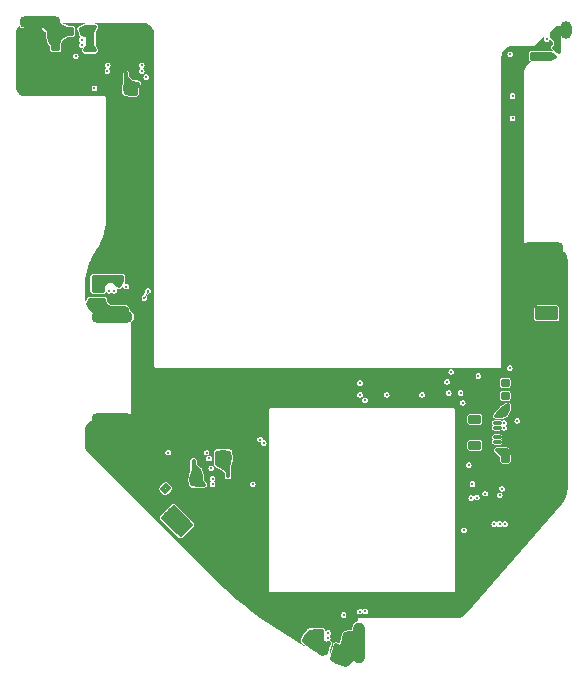
<source format=gbr>
%TF.GenerationSoftware,KiCad,Pcbnew,8.99.0-417-ga763d613e5*%
%TF.CreationDate,2024-05-16T16:31:54-04:00*%
%TF.ProjectId,thundervolt,7468756e-6465-4727-966f-6c742e6b6963,rev?*%
%TF.SameCoordinates,PX85b368ePY7384544*%
%TF.FileFunction,Copper,L3,Inr*%
%TF.FilePolarity,Positive*%
%FSLAX46Y46*%
G04 Gerber Fmt 4.6, Leading zero omitted, Abs format (unit mm)*
G04 Created by KiCad (PCBNEW 8.99.0-417-ga763d613e5) date 2024-05-16 16:31:54*
%MOMM*%
%LPD*%
G01*
G04 APERTURE LIST*
G04 Aperture macros list*
%AMRoundRect*
0 Rectangle with rounded corners*
0 $1 Rounding radius*
0 $2 $3 $4 $5 $6 $7 $8 $9 X,Y pos of 4 corners*
0 Add a 4 corners polygon primitive as box body*
4,1,4,$2,$3,$4,$5,$6,$7,$8,$9,$2,$3,0*
0 Add four circle primitives for the rounded corners*
1,1,$1+$1,$2,$3*
1,1,$1+$1,$4,$5*
1,1,$1+$1,$6,$7*
1,1,$1+$1,$8,$9*
0 Add four rect primitives between the rounded corners*
20,1,$1+$1,$2,$3,$4,$5,0*
20,1,$1+$1,$4,$5,$6,$7,0*
20,1,$1+$1,$6,$7,$8,$9,0*
20,1,$1+$1,$8,$9,$2,$3,0*%
G04 Aperture macros list end*
%TA.AperFunction,ComponentPad*%
%ADD10RoundRect,0.500000X-1.250000X-0.000010X1.250000X-0.000010X1.250000X0.000010X-1.250000X0.000010X0*%
%TD*%
%TA.AperFunction,ComponentPad*%
%ADD11RoundRect,0.500000X0.000010X-1.250000X0.000010X1.250000X-0.000010X1.250000X-0.000010X-1.250000X0*%
%TD*%
%TA.AperFunction,ComponentPad*%
%ADD12RoundRect,0.500000X0.000010X-0.250000X0.000010X0.250000X-0.000010X0.250000X-0.000010X-0.250000X0*%
%TD*%
%TA.AperFunction,ViaPad*%
%ADD13C,0.300000*%
%TD*%
%TA.AperFunction,Conductor*%
%ADD14C,0.250000*%
%TD*%
%TA.AperFunction,Conductor*%
%ADD15C,0.300000*%
%TD*%
%TA.AperFunction,Conductor*%
%ADD16C,0.350000*%
%TD*%
%TA.AperFunction,Conductor*%
%ADD17C,0.088900*%
%TD*%
G04 APERTURE END LIST*
D10*
%TO.N,GND*%
%TO.C,TP5*%
X23038914Y29068642D03*
%TD*%
D11*
%TO.N,+1V15*%
%TO.C,TP3*%
X7517570Y-4372602D03*
%TD*%
D10*
%TO.N,GND*%
%TO.C,TP7*%
X-13402430Y14547398D03*
%TD*%
D12*
%TO.N,+3V3*%
%TO.C,TP1*%
X24977570Y47527398D03*
%TD*%
D10*
%TO.N,+1V0*%
%TO.C,TP4*%
X-13402430Y23247398D03*
%TD*%
%TO.N,+1V8*%
%TO.C,TP2*%
X-19552430Y48237398D03*
%TD*%
D13*
%TO.N,GND*%
X-14100702Y27480205D03*
X-9687095Y9784750D03*
X5717570Y-4112602D03*
X-14349933Y28349088D03*
X-13415668Y42541502D03*
X20984332Y13841502D03*
X23384332Y28341502D03*
X-665668Y1641502D03*
X-13315668Y11041502D03*
X-17142430Y42787398D03*
X-1015668Y1641502D03*
X13934332Y17291502D03*
X18484332Y17841502D03*
X-13116372Y28050596D03*
X-13140792Y28449850D03*
X22134332Y27741502D03*
X18084332Y17841502D03*
X-2615668Y11041502D03*
X-11115697Y9819638D03*
X21185067Y43778918D03*
X-13015668Y13141502D03*
X24198914Y11693642D03*
X6234332Y16716039D03*
X18084332Y16741502D03*
X-13015668Y43441502D03*
X-14003889Y29701826D03*
X-13015668Y42141502D03*
X-10890985Y12348309D03*
X16216344Y7216418D03*
X-3515668Y17841502D03*
X18084332Y16341502D03*
X-14872430Y13217398D03*
X-13915668Y12241502D03*
X4817570Y-358498D03*
X-2815668Y10544371D03*
X-13615668Y11341502D03*
X-19015668Y43187398D03*
X-12872430Y13617398D03*
X24184332Y26241502D03*
X-12715668Y11041502D03*
X-13649019Y40162552D03*
X-15317587Y13517398D03*
X-14683731Y13921723D03*
X-18615668Y42387398D03*
X18484332Y16341502D03*
X-18615668Y42787398D03*
X-12517587Y12017398D03*
X11117570Y-2012602D03*
X4784332Y17941502D03*
X17842378Y2797052D03*
X-13950679Y28373508D03*
X-1315668Y13941502D03*
X-15173173Y27470305D03*
X-19415668Y43187398D03*
X18484332Y16741502D03*
X-17462430Y45287398D03*
X-815668Y10551502D03*
X-8090668Y10741502D03*
X18084332Y11041502D03*
X21998914Y7493642D03*
X18484332Y17441502D03*
X23384332Y26641502D03*
X23784332Y28341502D03*
X-11515668Y13241502D03*
X20184332Y13041502D03*
X21218682Y44121790D03*
X-9988477Y9514546D03*
X-19015668Y42787398D03*
X-20615668Y43187398D03*
X21184332Y43441502D03*
X-16042430Y42387398D03*
X-14515668Y11641502D03*
X24184332Y28341502D03*
X19784332Y13041502D03*
X-14878778Y44163655D03*
X17598914Y4593642D03*
X-13615668Y10741502D03*
X4817570Y-958498D03*
X-15317587Y12317398D03*
X-19815668Y42787398D03*
X-13658727Y36803503D03*
X-13790668Y43541502D03*
X3317570Y-658498D03*
X-7915668Y9341502D03*
X1858303Y16196228D03*
X-13415668Y42141502D03*
X15417570Y-2012602D03*
X18384332Y14741502D03*
X13337857Y-2030487D03*
X584332Y17241502D03*
X17584332Y10741502D03*
X22298914Y10493642D03*
X-13015668Y10741502D03*
X-17542430Y42387398D03*
X-2215668Y11041502D03*
X16527570Y2312398D03*
X-14872430Y12417398D03*
X22984332Y26241502D03*
X23689108Y46407508D03*
X-13615668Y12541502D03*
X-14072430Y13617398D03*
X-11604726Y10512945D03*
X19384332Y13441502D03*
X-14912430Y43267398D03*
X-12717118Y28075016D03*
X11534332Y16641502D03*
X24184332Y27041502D03*
X-11784158Y13552781D03*
X18484332Y10441502D03*
X20984332Y13041502D03*
X-13483731Y13921723D03*
X18984332Y13441502D03*
X4217570Y-958498D03*
X21064332Y8481502D03*
X-20215668Y43187398D03*
X22584332Y26641502D03*
X22198914Y13393642D03*
X-14215668Y11941502D03*
X-14325513Y27949834D03*
X-2815668Y10141502D03*
X17984332Y10441502D03*
X23384332Y26241502D03*
X-2615668Y11441502D03*
X-19415668Y42787398D03*
X23784332Y26241502D03*
X-13315668Y12241502D03*
X-11623297Y12270974D03*
X23784332Y26641502D03*
X23484332Y6941502D03*
X-11796211Y12997633D03*
X-2215668Y11441502D03*
X15834332Y7941502D03*
X10534332Y16391502D03*
X-13015668Y11941502D03*
X-13649019Y33735700D03*
X-13015668Y43841502D03*
X-13615668Y11941502D03*
X-12232430Y24457398D03*
X-13474993Y43120430D03*
X-2315668Y10441502D03*
X-14515668Y12241502D03*
X16384332Y841502D03*
X-7315668Y10267261D03*
X19428562Y2102219D03*
X20184332Y13441502D03*
X-2040668Y10041502D03*
X-13653006Y31521619D03*
X-12239117Y24844645D03*
X-13672430Y13617398D03*
X-13404897Y43619069D03*
X-2460454Y9972493D03*
X-12817587Y12317398D03*
X-20215668Y42387398D03*
X-14472430Y13617398D03*
X-13117587Y12617398D03*
X-2815668Y9741502D03*
X19784332Y13441502D03*
X23384332Y27691502D03*
X23384332Y27041502D03*
X24184332Y26641502D03*
X-7915668Y9741502D03*
X19063599Y4207773D03*
X-18615668Y43187398D03*
X-7845159Y10360397D03*
X-19415668Y42387398D03*
X-13083731Y13921723D03*
X3617570Y-358498D03*
X-10762853Y10333428D03*
X15954374Y6120177D03*
X-13015668Y11341502D03*
X16394161Y9245210D03*
X-14872430Y12817398D03*
X-14072430Y13217398D03*
X16904332Y15615502D03*
X22984332Y26641502D03*
X-13015668Y42541502D03*
X-14472430Y13217398D03*
X-15304334Y13929143D03*
X-9931319Y10054955D03*
X-12741538Y28474270D03*
X4217570Y-358498D03*
X24298914Y9093642D03*
X-19815668Y43187398D03*
X-13926259Y27974254D03*
X21185067Y43096537D03*
X-13315668Y10441502D03*
X-20615668Y42787398D03*
X-17142430Y42387398D03*
X16609332Y11766502D03*
X-1055973Y1242401D03*
X17484332Y11241502D03*
X-665668Y2141502D03*
X-14367183Y28995201D03*
X22405303Y6635950D03*
X-15317587Y12717398D03*
X15853691Y18287024D03*
X-12415668Y11341502D03*
X22584332Y28341502D03*
X-7691976Y10811606D03*
X-20615668Y42387398D03*
X20234332Y6091502D03*
X-16042430Y42787398D03*
X-7315668Y10641502D03*
X17198914Y17293642D03*
X-14464996Y12844424D03*
X3917570Y-658498D03*
X-11097126Y11268155D03*
X-13272430Y13617398D03*
X18084332Y17441502D03*
X-12217587Y11717398D03*
X17919359Y9294359D03*
X-13915668Y11641502D03*
X-11530443Y8402072D03*
X23784332Y27041502D03*
X-13672430Y13217398D03*
X-16782430Y46687398D03*
X18584332Y15441502D03*
X-12347555Y9225374D03*
X21548107Y44743665D03*
X-12071836Y13291040D03*
X-7315668Y11041502D03*
X24034332Y27691502D03*
X18484332Y11041502D03*
X24584332Y27791502D03*
X-10222308Y9779554D03*
X18434332Y6791502D03*
X-12409458Y12592867D03*
X-17542430Y42787398D03*
X-3615668Y14641502D03*
X-20215668Y42787398D03*
X5117570Y-658498D03*
X24098914Y14093642D03*
X-13315668Y11641502D03*
X-14872430Y13617398D03*
X-15317587Y13117398D03*
X-12886731Y27569032D03*
X3617570Y-958498D03*
X22984332Y27041502D03*
X21332972Y44451215D03*
X3199200Y17300060D03*
X-19015668Y42387398D03*
X-16442430Y42387398D03*
X20205970Y9056432D03*
X18084332Y11441502D03*
X-13883731Y13921723D03*
X-665668Y1241502D03*
X-13008888Y42979798D03*
X18584332Y13441502D03*
X5917570Y-658498D03*
X-12715668Y11641502D03*
X5517570Y-358498D03*
X20584332Y13441502D03*
X-12683731Y13921723D03*
X-13417587Y12917398D03*
X22984332Y28341502D03*
X20584332Y13841502D03*
X-14215668Y12541502D03*
X13143435Y18008229D03*
X10684332Y17291502D03*
X-665668Y841502D03*
X18484332Y11441502D03*
X8596423Y-2030487D03*
X-3015668Y12641502D03*
X-7515668Y9741502D03*
X-13915668Y12841502D03*
X20584332Y13041502D03*
X-19815668Y42387398D03*
X24584332Y28341502D03*
X-7515668Y9341502D03*
X4517570Y-658498D03*
X21984332Y28241502D03*
X22584332Y27041502D03*
X-8915668Y10241502D03*
X-16442430Y42787398D03*
X20853125Y12386758D03*
X17298914Y-706358D03*
X13934332Y16401502D03*
X22584332Y26241502D03*
X22734332Y27691502D03*
X5517570Y-958498D03*
X-13915668Y11041502D03*
X18184332Y13441502D03*
X-1115668Y841502D03*
X3017570Y-358498D03*
X20984332Y13441502D03*
X-10125668Y11241502D03*
X-14815668Y11941502D03*
X-10484292Y9021096D03*
X-12472430Y13617398D03*
X-14283731Y13921723D03*
X-14215668Y11341502D03*
X-12283731Y13921723D03*
%TO.N,+3V3*%
X24379944Y45676387D03*
X24227570Y47307398D03*
X24227570Y46907398D03*
X23827570Y47307398D03*
X23992732Y46037828D03*
X24227570Y46507398D03*
X24401858Y46148154D03*
X24227570Y47707398D03*
X23827570Y46907398D03*
%TO.N,+1V8*%
X-17982430Y46287398D03*
X-18382430Y46287398D03*
X-17982430Y45887398D03*
X-17234264Y47647059D03*
X-17182430Y47187398D03*
X-18682430Y46587398D03*
X-17882430Y46687398D03*
X-13790658Y44543362D03*
X-16782429Y47187397D03*
X-18782430Y46987398D03*
X-18282430Y46787398D03*
X-18382430Y47187398D03*
X-17582430Y46987398D03*
X-17682430Y47787398D03*
X-17982430Y47487398D03*
X-17982430Y47087398D03*
X-17582430Y47387398D03*
X-18382430Y45887398D03*
X-16782430Y47587398D03*
%TO.N,+1V0*%
X-14876166Y23985814D03*
X-15290847Y23985814D03*
X-15082393Y24332994D03*
X-15297355Y24676937D03*
X-14282393Y24332994D03*
X-14440296Y23967653D03*
X-14682393Y24332994D03*
X-12764017Y23969907D03*
X-14097355Y24676937D03*
X-13564017Y23969907D03*
X-13164017Y23969907D03*
X-8665668Y11741502D03*
X-14497355Y24676937D03*
X-14897355Y24676937D03*
X-13982393Y24032994D03*
X-15482393Y24332994D03*
%TO.N,+1V15*%
X5317570Y-5312602D03*
X6717570Y-5112602D03*
X6717570Y-3912602D03*
X6817570Y-5912602D03*
X5911790Y-4808866D03*
X6327343Y-4870960D03*
X6332119Y-3629078D03*
X-1515668Y9041502D03*
X6422872Y-5802371D03*
X5542034Y-4575983D03*
X6717570Y-5512602D03*
X5797155Y-5219642D03*
X5617570Y-5612602D03*
X6050307Y-5702066D03*
X6717570Y-3512602D03*
X5217570Y-5712602D03*
X6145837Y-4441078D03*
X6717570Y-4712602D03*
X6227037Y-4035078D03*
X5517570Y-6012602D03*
X5456208Y-4942905D03*
X5917570Y-6112602D03*
X6417570Y-6212602D03*
X6222260Y-5286513D03*
X6717570Y-4312602D03*
%TO.N,SDA*%
X-10382430Y25437398D03*
X-897441Y12846329D03*
X-10915668Y44041502D03*
X20884332Y14436143D03*
X-5215668Y11241502D03*
X4831016Y-3946522D03*
X-4915668Y9541502D03*
X19784332Y14241502D03*
X-15982431Y46685798D03*
X-13682430Y25437398D03*
X20484332Y41941502D03*
X7578667Y-1720952D03*
X-10680018Y24842344D03*
X15084332Y16793642D03*
X18934332Y5691502D03*
%TO.N,SCL*%
X17598914Y18224942D03*
X-10915668Y44541502D03*
X20484332Y40041502D03*
X-582318Y12541502D03*
X-15982430Y46246896D03*
X-13232430Y25437398D03*
X19384332Y5691502D03*
X7995838Y16160971D03*
X7584332Y17641502D03*
X-5415668Y11741502D03*
X8017570Y-1712602D03*
X-4915668Y9041502D03*
X4900451Y-3503461D03*
X16084332Y16793642D03*
X20246462Y18893642D03*
X19784332Y13841502D03*
%TO.N,EN*%
X19410383Y8129344D03*
X-10515668Y43541502D03*
X-5015668Y10398014D03*
%TO.N,VBAT*%
X-7615668Y5941502D03*
X19584332Y11941502D03*
X-6109635Y8996864D03*
X-6515668Y10241502D03*
X-3615668Y10541502D03*
X-11415668Y42541502D03*
X-8515668Y5641502D03*
X-3815668Y11441502D03*
X-12232985Y25796265D03*
X-5915668Y9341502D03*
X-7315668Y5041502D03*
X-6041307Y10239779D03*
X19684332Y11041502D03*
X20084332Y11041502D03*
X-7615668Y4741502D03*
X-12215668Y43041502D03*
X20084332Y11441502D03*
X-8215668Y7141502D03*
X-6315668Y9341502D03*
X-8515668Y6841502D03*
X-4521148Y10746356D03*
X-12215668Y43841502D03*
X-3615668Y9741502D03*
X-3615668Y10141502D03*
X23369811Y46729734D03*
X-8215668Y5341502D03*
X-8855138Y8968317D03*
X15298914Y18593642D03*
X-8215668Y6541502D03*
X-6515668Y10641502D03*
X-7915668Y6241502D03*
X19684332Y11441502D03*
X-7915668Y6841502D03*
X-6653004Y9042416D03*
X-11815668Y42541502D03*
X-11815668Y42141502D03*
X-12329478Y42615810D03*
X19184332Y11941502D03*
X-6315668Y9741502D03*
X-8815668Y6541502D03*
X-8815668Y5941502D03*
X-9115668Y6241502D03*
X-4501231Y11748826D03*
X-7015668Y5341502D03*
X6177897Y-1997614D03*
X-12215668Y43441502D03*
X-8215668Y5941502D03*
X-8633297Y8714784D03*
X-4215668Y11441502D03*
X-7315668Y5641502D03*
X-6715668Y5641502D03*
X19384332Y12641502D03*
X-11748792Y43044551D03*
X-6695302Y9540233D03*
X-4026552Y11805256D03*
X16784332Y10691502D03*
X20303233Y45471233D03*
X-11260245Y42981737D03*
X-4215668Y11041502D03*
X-5637848Y9029401D03*
X-8515668Y6241502D03*
X-7915668Y5641502D03*
X-3409137Y11257549D03*
X-3498762Y11742187D03*
X-7915668Y5041502D03*
X-3815668Y11041502D03*
X-7015668Y5941502D03*
X-4099579Y10540551D03*
X-16502430Y45287398D03*
X-8931198Y8429560D03*
X-7615668Y5341502D03*
X-4538774Y11239878D03*
X-12282593Y42202373D03*
X-9165716Y8695769D03*
X19984332Y11941502D03*
X-5915668Y9741502D03*
X-6515668Y11041502D03*
X18984332Y12641502D03*
X-7315668Y6241502D03*
X-7615668Y6541502D03*
X-11415668Y42141502D03*
%TO.N,+1V8_ALW*%
X16266332Y15957502D03*
X17095648Y9089286D03*
X9834332Y16641502D03*
X17459012Y7936601D03*
X14944710Y17742877D03*
X19591352Y8685420D03*
%TO.N,ALERT*%
X7584332Y16641502D03*
X16998332Y7891502D03*
%TO.N,SAFEMODE*%
X18184059Y8274697D03*
X12834332Y16641502D03*
%TO.N,/1v_ina*%
X-13382430Y26637398D03*
X-12582430Y26637398D03*
X-14182430Y26637398D03*
X-13782430Y26637398D03*
X-14182430Y25437398D03*
X-14982430Y26637398D03*
X-14182430Y25837398D03*
X-13782430Y26237398D03*
X-14982430Y25437398D03*
X-12829500Y25826155D03*
X-14582430Y25437398D03*
X-14582430Y26637398D03*
X-14582430Y25837398D03*
X-14582430Y26237398D03*
X-14982430Y26237398D03*
X-13382430Y26237398D03*
X-12982430Y26637398D03*
X-14976469Y25842711D03*
X-14182430Y26237398D03*
X-12582430Y26237398D03*
X-12982430Y26237398D03*
%TO.N,/1.15v_ina*%
X3943809Y-4110037D03*
X4160453Y-3726744D03*
X3620510Y-4390007D03*
X4817570Y-4812602D03*
X3352665Y-4060717D03*
X3317570Y-3412602D03*
X3617570Y-4812602D03*
X4390429Y-3386780D03*
X4917570Y-4412602D03*
X2817570Y-4212602D03*
X3992546Y-5020231D03*
X3217570Y-4512602D03*
X3673787Y-3740190D03*
X4517570Y-4512602D03*
X4383763Y-4116703D03*
X4319754Y-5287080D03*
X4389643Y-4883630D03*
X2983442Y-3771019D03*
X4097379Y-4604073D03*
X4717570Y-5212602D03*
X3927591Y-3357591D03*
%TO.N,/3.3v_ina*%
X22498914Y45493642D03*
X20084332Y16341502D03*
X23384332Y23541502D03*
X22898914Y45093642D03*
X23784332Y23941502D03*
X22984332Y23541502D03*
X24184332Y23941502D03*
X18984332Y14241502D03*
X20084332Y17441502D03*
X23784332Y23541502D03*
X19684332Y17841502D03*
X19484332Y14841502D03*
X22098914Y45493642D03*
X23298914Y45093642D03*
X23698914Y45093642D03*
X22098914Y45093642D03*
X23752406Y45500391D03*
X22498914Y45093642D03*
X20084332Y15741502D03*
X19684332Y16741502D03*
X19084332Y14841502D03*
X24078605Y45205687D03*
X19684332Y17441502D03*
X23384332Y23941502D03*
X24184332Y23541502D03*
X23384332Y23141502D03*
X19384332Y14241502D03*
X22984332Y23141502D03*
X19884332Y14941502D03*
X20084332Y16741502D03*
X22584332Y23141502D03*
X20084332Y17841502D03*
X22898914Y45493642D03*
X22584332Y23541502D03*
X22984332Y23941502D03*
X23354218Y45491392D03*
X24184332Y23141502D03*
X23784332Y23141502D03*
X22584332Y23941502D03*
X20084332Y15341502D03*
X19684332Y16341502D03*
X19584332Y15441502D03*
%TO.N,/1.8v_ina*%
X-15082430Y47387398D03*
X-15082430Y46587398D03*
X-15482430Y47387398D03*
X-15682430Y47787398D03*
X-15482430Y46187398D03*
X-15682430Y45787398D03*
X-15982431Y47187397D03*
X-15082430Y46187398D03*
X-15482430Y46587398D03*
X-14882430Y47787398D03*
X-15282430Y45787398D03*
X-15482430Y46987398D03*
X-16088879Y47613195D03*
X-15282430Y47787398D03*
X-14882430Y45787398D03*
X-15082430Y46987398D03*
%TO.N,Net-(U7-LX2)*%
X17684332Y14341502D03*
X17284332Y14341502D03*
X18984332Y13841502D03*
X17284332Y14741502D03*
X16884332Y14741502D03*
X16884332Y14341502D03*
X19384332Y13841502D03*
X17684332Y14741502D03*
%TO.N,Net-(U7-LX1)*%
X17684332Y12141502D03*
X17684332Y12541502D03*
X17284332Y12541502D03*
X16884332Y12541502D03*
X16884332Y12141502D03*
X17284332Y12141502D03*
X18984332Y13041502D03*
X19384332Y13041502D03*
%TO.N,Net-(U5-VSET)*%
X-13815668Y44041502D03*
X-14909747Y42576795D03*
%TO.N,Net-(U9-PC0)*%
X16378025Y5161502D03*
X19834332Y5691502D03*
%TD*%
D14*
%TO.N,Net-(U7-LX2)*%
X17684332Y14741502D02*
X17284332Y14341502D01*
X16884332Y14341502D02*
X17284332Y14741502D01*
%TO.N,Net-(U7-LX1)*%
X16884332Y12141502D02*
X17284332Y12541502D01*
X17684332Y12541502D02*
X17284332Y12141502D01*
%TO.N,VBAT*%
X19684332Y11441502D02*
X20084332Y11441502D01*
D15*
%TO.N,+3V3*%
X23827570Y46907398D02*
X23827570Y47307398D01*
X24401858Y46148154D02*
X24401858Y47251330D01*
X24227570Y46907398D02*
X24357570Y46907398D01*
X24310631Y46336193D02*
X24171974Y46086163D01*
X23992732Y46037828D02*
X24171974Y46086163D01*
X24171974Y46086163D02*
X24401858Y46148154D01*
X24227570Y47578742D02*
X24498914Y47307398D01*
X24677926Y47707398D02*
X24227570Y47707398D01*
X24677926Y47307398D02*
X24677926Y47707398D01*
X24227570Y47307398D02*
X24498914Y47307398D01*
X23827570Y47307398D02*
X24227570Y47707398D01*
X24379944Y45676387D02*
X24401858Y46148154D01*
X24171974Y46851802D02*
X24227570Y46907398D01*
X23992732Y46037828D02*
X24379944Y45676387D01*
X24677926Y47227754D02*
X24677926Y47527398D01*
X24227570Y47707398D02*
X24227570Y46507398D01*
X23827570Y47307398D02*
X24227570Y46907398D01*
X24357570Y46907398D02*
X24677926Y47227754D01*
X24171974Y46086163D02*
X24171974Y46851802D01*
X24227570Y46907398D02*
X24227570Y47707398D01*
X24498914Y47307398D02*
X24677926Y47307398D01*
X24401858Y47251330D02*
X24677926Y47527398D01*
X24310631Y46336193D02*
X24401858Y46148154D01*
X23992732Y46037828D02*
X24227570Y46272666D01*
X24227570Y47707398D02*
X24227570Y47578742D01*
X24227570Y46507398D02*
X24310631Y46336193D01*
X23827570Y46907398D02*
X24227570Y46507398D01*
X24227570Y46272666D02*
X24227570Y46507398D01*
D16*
%TO.N,+1V8*%
X-16782430Y47587398D02*
X-16782429Y47187397D01*
X-18382430Y47187398D02*
X-18382430Y47351494D01*
X-18082430Y45887398D02*
X-17982430Y45887398D01*
X-17982430Y47487398D02*
X-17982430Y47087398D01*
X-17982430Y46287398D02*
X-17982430Y45887398D01*
X-17682430Y47787398D02*
X-17234264Y47647059D01*
X-18282430Y46787398D02*
X-18382430Y46087398D01*
X-18382430Y46087398D02*
X-18382430Y45887398D01*
X-17882430Y46687398D02*
X-17982430Y46287398D01*
X-18451397Y47956365D02*
X-18950475Y47956365D01*
X-18782430Y46987398D02*
X-18682430Y46587398D01*
X-18382430Y46287398D02*
X-17982430Y46287398D01*
X-18382430Y47187398D02*
X-18782430Y46987398D01*
X-17851397Y47956365D02*
X-17682430Y47787398D01*
X-18382430Y47187398D02*
X-17882430Y46687398D01*
X-17682430Y47787398D02*
X-18264939Y47787398D01*
X-18382430Y47351494D02*
X-18114478Y47619446D01*
X-18682430Y46587398D02*
X-18382430Y46287398D01*
X-17234264Y47647059D02*
X-17582430Y46987398D01*
X-18950475Y47956365D02*
X-18382430Y47388320D01*
X-17982430Y47487398D02*
X-17182430Y47187398D01*
X-17182430Y47187398D02*
X-17582430Y46987398D01*
X-18264939Y47787398D02*
X-18782430Y47269907D01*
X-17234264Y47647059D02*
X-16982430Y47187398D01*
X-18782430Y46987398D02*
X-18282430Y46787398D01*
X-19271397Y47956365D02*
X-17851397Y47956365D01*
X-17982430Y47487398D02*
X-18114478Y47619446D01*
X-16982430Y47187398D02*
X-17182430Y47187398D01*
X-17582430Y46987398D02*
X-17882430Y46687398D01*
X-17682430Y47787398D02*
X-17982430Y47487398D01*
X-18114478Y47619446D02*
X-18451397Y47956365D01*
X-18782430Y46987398D02*
X-18782430Y47269907D01*
X-18382430Y47388320D02*
X-18382430Y47187398D01*
X-17982430Y47487398D02*
X-18382430Y47187398D01*
X-18682430Y46587398D02*
X-18282430Y46787398D01*
X-17682430Y47787398D02*
X-17582430Y47387398D01*
X-18782430Y47269907D02*
X-18782430Y47467398D01*
X-18382430Y45887398D02*
X-18082430Y45887398D01*
X-17882430Y46687398D02*
X-17682430Y47787398D01*
X-18282430Y46787398D02*
X-18082430Y45887398D01*
X-18382430Y46287398D02*
X-18382430Y46087398D01*
X-16782429Y47187397D02*
X-16982430Y47187398D01*
X-18782430Y47467398D02*
X-19271397Y47956365D01*
X-16782430Y47587398D02*
X-17234264Y47647059D01*
%TO.N,+1V0*%
X-14282393Y24332994D02*
X-14182430Y24004449D01*
X-14876166Y23985814D02*
X-14440296Y23967653D01*
X-15297355Y24676937D02*
X-15482393Y24332994D01*
X-13564017Y23969907D02*
X-13164017Y23969907D01*
X-15290847Y23985814D02*
X-14876166Y23985814D01*
X-12797355Y23516639D02*
X-12757653Y23516639D01*
X-14821672Y23516639D02*
X-15290847Y23985814D01*
X-13997355Y23676937D02*
X-14097355Y23676937D01*
X-12764017Y23969907D02*
X-12290325Y23969907D01*
X-14440296Y23967653D02*
X-14182430Y24004449D01*
X-12197355Y23876937D02*
X-12197355Y23516639D01*
X-12764017Y23869907D02*
X-13117285Y23516639D01*
X-13397355Y23876937D02*
X-13597355Y23676937D01*
X-13797355Y23776937D02*
X-13797355Y23876937D01*
X-13097355Y23876937D02*
X-13097355Y23576937D01*
X-15297355Y24676937D02*
X-15082393Y24332994D01*
X-14682393Y24332994D02*
X-14440296Y23967653D01*
X-12197355Y23516639D02*
X-14821672Y23516639D01*
X-13597355Y23576937D02*
X-13797355Y23776937D01*
X-13982393Y24032994D02*
X-13564017Y23969907D01*
X-14097355Y24676937D02*
X-14018885Y24237398D01*
X-14497355Y23676937D02*
X-14497355Y23576937D01*
X-13097355Y23576937D02*
X-13397355Y23876937D01*
X-15297355Y24676937D02*
X-14097355Y24676937D01*
X-12757653Y23516639D02*
X-12397355Y23876937D01*
X-14097355Y23676937D02*
X-14297355Y23876937D01*
X-13164017Y23969907D02*
X-12764017Y23969907D01*
X-14018885Y24237398D02*
X-13564017Y23969907D01*
X-15082393Y24332994D02*
X-15290847Y23985814D01*
X-14497355Y23576937D02*
X-14897355Y23976937D01*
X-14018885Y24237398D02*
X-13982393Y24032994D01*
X-14897355Y24676937D02*
X-14876166Y23985814D01*
X-13797355Y23876937D02*
X-13997355Y23676937D01*
X-13117285Y23516639D02*
X-13402430Y23516639D01*
X-14497355Y24676937D02*
X-14440296Y23967653D01*
X-15482393Y24332994D02*
X-15290847Y23985814D01*
X-12290325Y23969907D02*
X-12197355Y23876937D01*
X-14297355Y23876937D02*
X-14497355Y23676937D01*
X-14182430Y24004449D02*
X-13982393Y24032994D01*
X-12764017Y23969907D02*
X-12764017Y23869907D01*
X-12397355Y23876937D02*
X-12497355Y23876937D01*
X-13597355Y23676937D02*
X-13597355Y23576937D01*
%TO.N,+1V15*%
X5797155Y-5219642D02*
X6050307Y-5702066D01*
X6417570Y-6212602D02*
X6646668Y-6040778D01*
X7135983Y-5594189D02*
X6817570Y-5912602D01*
X6646668Y-6040778D02*
X6817570Y-5912602D01*
X5617570Y-5612602D02*
X6817570Y-5912602D01*
X5917570Y-6112602D02*
X6417570Y-6212602D01*
X6918492Y-5512602D02*
X6935983Y-5530093D01*
X6717570Y-5512602D02*
X6918492Y-5512602D01*
X6717570Y-3912602D02*
X6145837Y-4441078D01*
X5542034Y-4575983D02*
X5217570Y-5712602D01*
X5317570Y-5312602D02*
X5797155Y-5219642D01*
X5542034Y-4575983D02*
X5911790Y-4808866D01*
X6332119Y-3629078D02*
X6717570Y-4312602D01*
X5217570Y-5712602D02*
X5435522Y-5930554D01*
X6717570Y-5512602D02*
X6327343Y-4870960D01*
X6422872Y-5802371D02*
X6717570Y-5512602D01*
X6935983Y-5530093D02*
X6935983Y-3730093D01*
X5797155Y-5219642D02*
X6222260Y-5286513D01*
X5217570Y-5712602D02*
X6646668Y-6040778D01*
X6145837Y-4441078D02*
X5911790Y-4808866D01*
X6817570Y-5912602D02*
X6717570Y-5512602D01*
X5456208Y-4942905D02*
X5911790Y-4808866D01*
X7118492Y-3512602D02*
X7135983Y-3530093D01*
X5734710Y-4697012D02*
X6030402Y-4624684D01*
X5911790Y-4808866D02*
X5435522Y-5930554D01*
X6717570Y-3512602D02*
X6332119Y-3629078D01*
X6717570Y-5512602D02*
X6717570Y-3512602D01*
X6717570Y-3512602D02*
X7118492Y-3512602D01*
X5517570Y-6012602D02*
X5917570Y-6112602D01*
X7135983Y-3530093D02*
X7135983Y-5594189D01*
X6145837Y-4441078D02*
X6422872Y-5802371D01*
X6332119Y-3629078D02*
X6145837Y-4441078D01*
X5435522Y-5930554D02*
X5517570Y-6012602D01*
X5911790Y-4808866D02*
X6222260Y-5286513D01*
X6050307Y-5702066D02*
X6717570Y-3912602D01*
D17*
%TO.N,SDA*%
X-10680018Y24842344D02*
X-10382430Y25437398D01*
D16*
%TO.N,VBAT*%
X-6109635Y8996864D02*
X-5637848Y9029401D01*
X-11415668Y42541502D02*
X-11415668Y42141502D01*
X-7615668Y6541502D02*
X-7615668Y4741502D01*
X-3409137Y11257549D02*
X-4215668Y11041502D01*
X-3615668Y10141502D02*
X-3615668Y10541502D01*
X-6715668Y5641502D02*
X-8215668Y7141502D01*
X-4026552Y11805256D02*
X-4521148Y10746356D01*
X-7615668Y6541502D02*
X-8515668Y5641502D01*
X-5915668Y9341502D02*
X-5637848Y9029401D01*
X-8215668Y7141502D02*
X-9115668Y6241502D01*
X-12215668Y43841502D02*
X-12215668Y43441502D01*
X-8855138Y8968317D02*
X-9165716Y8695769D01*
X-6515668Y10241502D02*
X-6695302Y9540233D01*
X-11815668Y42541502D02*
X-11815668Y42141502D01*
X-6041307Y10239779D02*
X-5915668Y9741502D01*
X-12215668Y43041502D02*
X-11815668Y42541502D01*
X-7015668Y5941502D02*
X-7915668Y5041502D01*
X-6041307Y10239779D02*
X-6315668Y9341502D01*
X-6695302Y9540233D02*
X-5915668Y9341502D01*
X-4501231Y11748826D02*
X-3815668Y11041502D01*
X-8633297Y8714784D02*
X-8855138Y8968317D01*
X-11260245Y42981737D02*
X-11815668Y42541502D01*
X-6515668Y11041502D02*
X-6515668Y10641502D01*
X-11815668Y42141502D02*
X-11415668Y42141502D01*
X-12329478Y42615810D02*
X-12282593Y42202373D01*
X-12282593Y42202373D02*
X-11815668Y42541502D01*
X-4538774Y11239878D02*
X-4521148Y10746356D01*
X-9115668Y6241502D02*
X-7615668Y4741502D01*
X-6653004Y9042416D02*
X-6109635Y8996864D01*
X-4215668Y11041502D02*
X-3498762Y11742187D01*
D15*
X20084332Y11441502D02*
X19684332Y11041502D01*
D16*
X-3409137Y11257549D02*
X-3498762Y11742187D01*
X-5915668Y9341502D02*
X-5915668Y9741502D01*
X-9165716Y8695769D02*
X-8931198Y8429560D01*
D15*
X19984332Y11941502D02*
X20084332Y11441502D01*
X18984332Y12641502D02*
X19384332Y12641502D01*
D16*
X-8815668Y6541502D02*
X-7315668Y5041502D01*
X-12329478Y42615810D02*
X-11815668Y42541502D01*
D15*
X19184332Y11941502D02*
X19984332Y11941502D01*
D16*
X-3815668Y11441502D02*
X-4099579Y10540551D01*
X-4521148Y10746356D02*
X-4099579Y10540551D01*
X-4215668Y11041502D02*
X-3615668Y10541502D01*
X-4026552Y11805256D02*
X-3815668Y11041502D01*
X-8515668Y6841502D02*
X-7015668Y5341502D01*
X-6515668Y10241502D02*
X-6515668Y10641502D01*
X-4521148Y10746356D02*
X-3815668Y11041502D01*
X-11815668Y42141502D02*
X-12282593Y42202373D01*
X-6695302Y9540233D02*
X-6653004Y9042416D01*
X-12215668Y43041502D02*
X-12329478Y42615810D01*
X-3615668Y10141502D02*
X-3615668Y9741502D01*
X-11748792Y43044551D02*
X-11260245Y42981737D01*
X-4099579Y10540551D02*
X-3615668Y10141502D01*
D15*
X20084332Y11441502D02*
X20084332Y11041502D01*
D16*
X-5915668Y9741502D02*
X-6653004Y9042416D01*
X-3815668Y11441502D02*
X-3615668Y10541502D01*
X-7615668Y4741502D02*
X-6715668Y5641502D01*
X-6041307Y10239779D02*
X-6515668Y10641502D01*
X-8215668Y5341502D02*
X-7315668Y6241502D01*
D15*
X20084332Y11041502D02*
X19684332Y11041502D01*
D16*
X-3498762Y11742187D02*
X-4026552Y11805256D01*
X-6109635Y8996864D02*
X-6515668Y10241502D01*
X-4501231Y11748826D02*
X-4026552Y11805256D01*
X-12215668Y43441502D02*
X-12215668Y43041502D01*
X-4501231Y11748826D02*
X-4538774Y11239878D01*
X-12215668Y43441502D02*
X-11748792Y43044551D01*
X-11415668Y42141502D02*
X-11815668Y42541502D01*
X-8931198Y8429560D02*
X-8633297Y8714784D01*
X-8215668Y7141502D02*
X-8215668Y5341502D01*
X-11260245Y42981737D02*
X-11415668Y42541502D01*
X-6515668Y10241502D02*
X-6041307Y10239779D01*
X-8515668Y5641502D02*
X-8515668Y6841502D01*
X-3615668Y10541502D02*
X-3409137Y11257549D01*
X-11748792Y43044551D02*
X-11815668Y42541502D01*
X-8815668Y5941502D02*
X-7915668Y6841502D01*
X-12215668Y43041502D02*
X-11748792Y43044551D01*
X-7315668Y5041502D02*
X-7315668Y6241502D01*
D15*
X19584332Y11941502D02*
X20084332Y11441502D01*
D16*
X-7015668Y5941502D02*
X-7015668Y5341502D01*
X-8815668Y6541502D02*
X-8815668Y5941502D01*
X-7915668Y5041502D02*
X-7915668Y6841502D01*
D15*
X19684332Y11041502D02*
X19684332Y11441502D01*
X19684332Y11441502D02*
X19184332Y11941502D01*
D16*
%TO.N,/1v_ina*%
X-14582430Y26637398D02*
X-14582430Y25437398D01*
X-14982430Y26637398D02*
X-14582430Y26237398D01*
X-13782430Y26637398D02*
X-13382430Y26237398D01*
X-14982430Y25637398D02*
X-14982430Y26637398D01*
X-14982430Y25637398D02*
X-14582430Y25837398D01*
X-14982430Y25437398D02*
X-14182430Y25437398D01*
X-13382430Y26637398D02*
X-12982430Y26237398D01*
X-14182430Y26237398D02*
X-14582430Y25837398D01*
X-12982430Y26237398D02*
X-12829500Y25826155D01*
X-14982430Y26637398D02*
X-12582430Y26637398D01*
X-12582430Y26237398D02*
X-12829500Y25826155D01*
X-12982430Y26237398D02*
X-13982430Y26237398D01*
X-12582430Y26237398D02*
X-12582430Y26637398D01*
X-13982430Y26237398D02*
X-14982430Y26237398D01*
X-14582430Y25837398D02*
X-14182430Y25437398D01*
X-14182430Y26637398D02*
X-13782430Y26237398D01*
X-12982430Y26637398D02*
X-12582430Y26237398D01*
X-12829500Y25826155D02*
X-13382430Y26237398D01*
X-14982430Y26237398D02*
X-14582430Y25837398D01*
X-14182430Y25837398D02*
X-13782430Y26237398D01*
X-14182430Y25437398D02*
X-14182430Y26237398D01*
X-14982430Y25437398D02*
X-14982430Y25637398D01*
X-14582430Y26637398D02*
X-13982430Y26237398D01*
X-14182430Y25837398D02*
X-14976469Y25842711D01*
%TO.N,/1.15v_ina*%
X3497915Y-4512602D02*
X3620510Y-4390007D01*
X2817570Y-4212602D02*
X3217570Y-4512602D01*
X4517570Y-4512602D02*
X4717570Y-4462602D01*
X3620510Y-4390007D02*
X4389643Y-4883630D01*
X3617570Y-4812602D02*
X3943809Y-4110037D01*
X3352665Y-4060717D02*
X3620510Y-4390007D01*
X3317570Y-3412602D02*
X3943809Y-4110037D01*
X4319754Y-5287080D02*
X4717570Y-5212602D01*
X4817570Y-4812602D02*
X4917570Y-4412602D01*
X3217570Y-4512602D02*
X3673787Y-3740190D01*
X4389643Y-4883630D02*
X4717570Y-5212602D01*
X3992546Y-5020231D02*
X4319754Y-5287080D01*
X2983442Y-3771019D02*
X3352665Y-4060717D01*
X4433074Y-4262602D02*
X4717570Y-4462602D01*
X4817570Y-4812602D02*
X4517570Y-4512602D01*
X2817570Y-4212602D02*
X3352665Y-4060717D01*
X4160453Y-3726744D02*
X4383763Y-4116703D01*
X4433074Y-4262602D02*
X4517570Y-4512602D01*
X3927591Y-3357591D02*
X3352665Y-4060717D01*
X3673787Y-3740190D02*
X3620510Y-4390007D01*
X3317570Y-3412602D02*
X3352665Y-4060717D01*
X3317570Y-3412602D02*
X3927591Y-3357591D01*
X4717570Y-5212602D02*
X4817570Y-4812602D01*
X3317570Y-3412602D02*
X2983442Y-3771019D01*
X2983442Y-3771019D02*
X2817570Y-4212602D01*
X4383763Y-4116703D02*
X4433074Y-4262602D01*
X4817570Y-4812602D02*
X4389643Y-4883630D01*
X4160453Y-3726744D02*
X4389643Y-4883630D01*
X4390429Y-3386780D02*
X4383763Y-4116703D01*
X3617570Y-4812602D02*
X3992546Y-5020231D01*
X4390429Y-3386780D02*
X4160453Y-3726744D01*
X3217570Y-4512602D02*
X3497915Y-4512602D01*
X3927591Y-3357591D02*
X3943809Y-4110037D01*
X4717570Y-4462602D02*
X4917570Y-4412602D01*
X3352665Y-4060717D02*
X3673787Y-3740190D01*
X3217570Y-4512602D02*
X3617570Y-4812602D01*
X3927591Y-3357591D02*
X4390429Y-3386780D01*
X3943809Y-4110037D02*
X4097379Y-4604073D01*
X4319754Y-5287080D02*
X4517570Y-4512602D01*
D15*
%TO.N,/3.3v_ina*%
X19684332Y16741502D02*
X20084332Y16741502D01*
D16*
X22584332Y23941502D02*
X24184332Y23941502D01*
D15*
X19084332Y14841502D02*
X19484332Y14841502D01*
X18984332Y14241502D02*
X19384332Y14241502D01*
X19684332Y16341502D02*
X20084332Y16341502D01*
X19584332Y15441502D02*
X20084332Y15741502D01*
D16*
X22584332Y23141502D02*
X23384332Y23941502D01*
D15*
X20084332Y15741502D02*
X20084332Y15341502D01*
X23298914Y45093642D02*
X22898914Y45493642D01*
X24078605Y45205687D02*
X23698914Y45093642D01*
X19484332Y14841502D02*
X20084332Y15741502D01*
D16*
X22584332Y23141502D02*
X24184332Y23141502D01*
D15*
X23698914Y45093642D02*
X22098914Y45093642D01*
X23354218Y45491392D02*
X23298914Y45093642D01*
X20084332Y17841502D02*
X20084332Y17441502D01*
X19684332Y17841502D02*
X20084332Y17841502D01*
X19684332Y16741502D02*
X19684332Y16341502D01*
X19884332Y14941502D02*
X19484332Y14841502D01*
X19584332Y15441502D02*
X19884332Y14941502D01*
X22098914Y45493642D02*
X22498914Y45093642D01*
X19684332Y16741502D02*
X20084332Y16341502D01*
X20084332Y17441502D02*
X19684332Y17441502D01*
X19684332Y17841502D02*
X19684332Y17441502D01*
X20084332Y15341502D02*
X19884332Y14941502D01*
X19684332Y17841502D02*
X20084332Y17441502D01*
D16*
X23384332Y23141502D02*
X24184332Y23941502D01*
D15*
X22898914Y45093642D02*
X22898914Y45493642D01*
D16*
X22584332Y23941502D02*
X22584332Y23141502D01*
D15*
X23752406Y45500391D02*
X24078605Y45205687D01*
D16*
X24184332Y23541502D02*
X22584332Y23541502D01*
D15*
X22098914Y45493642D02*
X23752406Y45500391D01*
X22098914Y45093642D02*
X22098914Y45493642D01*
X22498914Y45493642D02*
X22498914Y45093642D01*
X19084332Y14841502D02*
X19584332Y15441502D01*
X20084332Y16741502D02*
X20084332Y16341502D01*
X23698914Y45093642D02*
X23752406Y45500391D01*
D16*
X23384332Y23941502D02*
X24184332Y23141502D01*
D15*
X22498914Y45493642D02*
X22898914Y45093642D01*
D16*
X22584332Y23941502D02*
X23384332Y23141502D01*
X24184332Y23941502D02*
X24184332Y23141502D01*
D15*
X23354218Y45491392D02*
X23698914Y45093642D01*
D16*
%TO.N,/1.8v_ina*%
X-15082430Y46587398D02*
X-15082430Y46187398D01*
X-15082430Y47387398D02*
X-15082430Y46987398D01*
X-15282430Y47787398D02*
X-15482430Y47387398D01*
X-15282430Y47787398D02*
X-14882430Y47787398D01*
X-15082430Y46187398D02*
X-14882430Y45787398D01*
X-15682430Y45787398D02*
X-15482430Y46187398D01*
X-15282430Y47787398D02*
X-15682430Y47787398D01*
X-15682430Y45787398D02*
X-15282430Y45787398D01*
X-15982431Y47187397D02*
X-15482430Y47387398D01*
X-14882430Y45787398D02*
X-15282430Y45787398D01*
X-16088879Y47613195D02*
X-15482430Y47387398D01*
X-15682430Y47787398D02*
X-15082430Y47387398D01*
X-15482430Y46987398D02*
X-15082430Y47387398D01*
X-15982431Y47187397D02*
X-15482430Y46987398D01*
X-15482430Y46987398D02*
X-15082430Y46587398D01*
X-16088879Y47613195D02*
X-15682430Y47787398D01*
X-15682430Y45787398D02*
X-15082430Y46187398D01*
X-16088879Y47613195D02*
X-15982431Y47187397D01*
X-15482430Y46187398D02*
X-15082430Y46187398D01*
X-15082430Y46587398D02*
X-15482430Y46187398D01*
X-14882430Y47787398D02*
X-15082430Y47387398D01*
X-15482430Y46587398D02*
X-15082430Y46587398D01*
X-15082430Y46987398D02*
X-15082430Y46587398D01*
X-15482430Y46187398D02*
X-15482430Y47387398D01*
D15*
%TO.N,Net-(U7-LX2)*%
X17684332Y14341502D02*
X17684332Y14741502D01*
X16884332Y14741502D02*
X16884332Y14341502D01*
X16884332Y14741502D02*
X17684332Y14741502D01*
X19384332Y13841502D02*
X18984332Y13841502D01*
X16884332Y14341502D02*
X17684332Y14341502D01*
X16884332Y14741502D02*
X17684332Y14341502D01*
%TO.N,Net-(U7-LX1)*%
X16884332Y12541502D02*
X17684332Y12541502D01*
X17284332Y12141502D02*
X17284332Y12541502D01*
X18984332Y13041502D02*
X19384332Y13041502D01*
X16884332Y12541502D02*
X17684332Y12141502D01*
X16884332Y12141502D02*
X16884332Y12541502D01*
X17684332Y12541502D02*
X17684332Y12141502D01*
X16884332Y12141502D02*
X17684332Y12141502D01*
%TD*%
%TA.AperFunction,Conductor*%
%TO.N,GND*%
G36*
X-15733175Y48118139D02*
G01*
X-15720449Y48087415D01*
X-15733175Y48056691D01*
X-15746785Y48047478D01*
X-15757125Y48043047D01*
X-15765717Y48040378D01*
X-15785851Y48036351D01*
X-15785854Y48036350D01*
X-15804226Y48024047D01*
X-15811773Y48020008D01*
X-15832693Y48011343D01*
X-15838714Y48008078D01*
X-16140829Y47878592D01*
X-16147925Y47876249D01*
X-16151029Y47875514D01*
X-16173028Y47865453D01*
X-16180558Y47862815D01*
X-16204023Y47856948D01*
X-16204029Y47856946D01*
X-16217368Y47847062D01*
X-16226116Y47842038D01*
X-16241380Y47835496D01*
X-16244013Y47833690D01*
X-16244051Y47833669D01*
X-16244085Y47833639D01*
X-16246680Y47831765D01*
X-16263160Y47814045D01*
X-16269109Y47808725D01*
X-16288539Y47794329D01*
X-16288541Y47794327D01*
X-16297084Y47780090D01*
X-16303243Y47772102D01*
X-16314843Y47760215D01*
X-16316582Y47757542D01*
X-16316611Y47757506D01*
X-16316634Y47757459D01*
X-16318312Y47754739D01*
X-16326752Y47732070D01*
X-16330212Y47724877D01*
X-16342660Y47704130D01*
X-16342661Y47704128D01*
X-16345105Y47687708D01*
X-16347737Y47677974D01*
X-16353904Y47662553D01*
X-16354489Y47659410D01*
X-16354501Y47659369D01*
X-16354505Y47659310D01*
X-16355013Y47656165D01*
X-16354136Y47631992D01*
X-16354580Y47624025D01*
X-16358141Y47600094D01*
X-16354114Y47583986D01*
X-16352820Y47573981D01*
X-16352617Y47557379D01*
X-16351958Y47554267D01*
X-16351950Y47554202D01*
X-16351934Y47554153D01*
X-16351199Y47551049D01*
X-16341137Y47529048D01*
X-16338498Y47521515D01*
X-16248591Y47161885D01*
X-16247297Y47150820D01*
X-16247453Y47138033D01*
X-16246850Y47134799D01*
X-16246849Y47134780D01*
X-16246172Y47131587D01*
X-16235170Y47105914D01*
X-16232954Y47099337D01*
X-16226183Y47072252D01*
X-16226182Y47072250D01*
X-16218569Y47061976D01*
X-16213138Y47052246D01*
X-16208388Y47040371D01*
X-16208387Y47040370D01*
X-16206589Y47037605D01*
X-16206584Y47037595D01*
X-16204739Y47034906D01*
X-16184750Y47015400D01*
X-16180185Y47010170D01*
X-16163562Y46987735D01*
X-16152600Y46981158D01*
X-16143857Y46974246D01*
X-16134924Y46965092D01*
X-16132218Y46963236D01*
X-16132217Y46963235D01*
X-16129463Y46961444D01*
X-16129460Y46961443D01*
X-16129457Y46961440D01*
X-16125581Y46959890D01*
X-16101782Y46936665D01*
X-16101375Y46903412D01*
X-16117578Y46883421D01*
X-16155028Y46858398D01*
X-16155030Y46858396D01*
X-16184701Y46813989D01*
X-16207941Y46779207D01*
X-16226521Y46685798D01*
X-16207941Y46592389D01*
X-16184386Y46557136D01*
X-16155030Y46513201D01*
X-16155028Y46513199D01*
X-16138977Y46502474D01*
X-16120502Y46474824D01*
X-16126990Y46442207D01*
X-16138977Y46430220D01*
X-16155027Y46419496D01*
X-16155029Y46419494D01*
X-16185668Y46373638D01*
X-16207940Y46340305D01*
X-16226520Y46246896D01*
X-16207940Y46153487D01*
X-16183511Y46116926D01*
X-16156957Y46077184D01*
X-16155028Y46074298D01*
X-16075839Y46021386D01*
X-15982430Y46002806D01*
X-15946292Y46009995D01*
X-15913677Y46003508D01*
X-15895201Y45975858D01*
X-15901688Y45943241D01*
X-15906177Y45937770D01*
X-15906580Y45937166D01*
X-15915040Y45916742D01*
X-15919079Y45909194D01*
X-15931382Y45890822D01*
X-15931383Y45890820D01*
X-15933613Y45879671D01*
X-15937355Y45868766D01*
X-15942436Y45858603D01*
X-15942437Y45858600D01*
X-15942624Y45855970D01*
X-15945819Y45842433D01*
X-15946830Y45839994D01*
X-15946830Y45817882D01*
X-15947674Y45809361D01*
X-15952010Y45787682D01*
X-15952010Y45787680D01*
X-15949805Y45776531D01*
X-15949089Y45765027D01*
X-15949720Y45756134D01*
X-15949894Y45753681D01*
X-15949060Y45751178D01*
X-15946830Y45737439D01*
X-15946830Y45734807D01*
X-15946831Y45734807D01*
X-15938369Y45714379D01*
X-15935889Y45706187D01*
X-15931597Y45684494D01*
X-15931597Y45684493D01*
X-15931596Y45684492D01*
X-15931596Y45684490D01*
X-15925295Y45675040D01*
X-15920227Y45664680D01*
X-15916632Y45653895D01*
X-15914905Y45651904D01*
X-15907589Y45640068D01*
X-15906578Y45637627D01*
X-15890940Y45621989D01*
X-15885512Y45615367D01*
X-15873253Y45596978D01*
X-15873249Y45596974D01*
X-15863810Y45590653D01*
X-15855164Y45583021D01*
X-15847714Y45574432D01*
X-15847714Y45574431D01*
X-15845361Y45573255D01*
X-15834066Y45565115D01*
X-15832201Y45563250D01*
X-15823195Y45559520D01*
X-15811776Y45554790D01*
X-15804226Y45550749D01*
X-15785856Y45538447D01*
X-15785854Y45538446D01*
X-15774705Y45536217D01*
X-15763801Y45532476D01*
X-15753634Y45527392D01*
X-15751011Y45527206D01*
X-15737456Y45524007D01*
X-15735022Y45522998D01*
X-15712914Y45522998D01*
X-15704394Y45522155D01*
X-15682712Y45517818D01*
X-15671561Y45520025D01*
X-15660058Y45520741D01*
X-15648713Y45519934D01*
X-15646211Y45520769D01*
X-15632470Y45522998D01*
X-15335022Y45522998D01*
X-14932390Y45522998D01*
X-14918650Y45520769D01*
X-14916147Y45519934D01*
X-14874570Y45522890D01*
X-14871490Y45522998D01*
X-14829839Y45522998D01*
X-14829838Y45522998D01*
X-14827409Y45524005D01*
X-14813852Y45527205D01*
X-14811226Y45527391D01*
X-14773944Y45546034D01*
X-14771163Y45547303D01*
X-14732659Y45563250D01*
X-14730797Y45565113D01*
X-14719501Y45573254D01*
X-14718999Y45573506D01*
X-14717147Y45574431D01*
X-14689833Y45605926D01*
X-14687758Y45608153D01*
X-14658282Y45637627D01*
X-14657275Y45640060D01*
X-14649952Y45651908D01*
X-14648229Y45653893D01*
X-14635039Y45693466D01*
X-14633986Y45696287D01*
X-14618030Y45734806D01*
X-14618030Y45737439D01*
X-14615800Y45751178D01*
X-14615731Y45751386D01*
X-14614966Y45753680D01*
X-14617921Y45795258D01*
X-14618030Y45798338D01*
X-14618030Y45839990D01*
X-14618032Y45839994D01*
X-14619038Y45842422D01*
X-14622237Y45855978D01*
X-14622423Y45858600D01*
X-14622423Y45858601D01*
X-14641068Y45895890D01*
X-14642331Y45898659D01*
X-14658282Y45937169D01*
X-14660147Y45939034D01*
X-14668286Y45950327D01*
X-14813443Y46240641D01*
X-14818030Y46260072D01*
X-14818030Y47314724D01*
X-14813443Y47334155D01*
X-14812630Y47335780D01*
X-14810579Y47339882D01*
X-14801580Y47357880D01*
X-14795217Y47370606D01*
X-14777092Y47406856D01*
X-14717819Y47525402D01*
X-14715996Y47529048D01*
X-14703419Y47554202D01*
X-14695512Y47570016D01*
X-14694765Y47571510D01*
X-14692780Y47575480D01*
X-14690893Y47579254D01*
X-14668286Y47624469D01*
X-14660147Y47635762D01*
X-14658282Y47637627D01*
X-14642334Y47676133D01*
X-14641058Y47678926D01*
X-14628456Y47704130D01*
X-14622423Y47716195D01*
X-14622237Y47718821D01*
X-14619036Y47732379D01*
X-14618234Y47734313D01*
X-14618030Y47734806D01*
X-14618030Y47776460D01*
X-14617921Y47779540D01*
X-14617177Y47790012D01*
X-14614966Y47821116D01*
X-14614967Y47821119D01*
X-14615800Y47823620D01*
X-14618030Y47837360D01*
X-14618030Y47839990D01*
X-14625247Y47857413D01*
X-14633980Y47878496D01*
X-14635043Y47881344D01*
X-14648229Y47920903D01*
X-14649957Y47922895D01*
X-14657274Y47934735D01*
X-14658282Y47937169D01*
X-14672601Y47951488D01*
X-14687752Y47966640D01*
X-14689852Y47968894D01*
X-14717146Y48000364D01*
X-14717147Y48000365D01*
X-14719507Y48001546D01*
X-14730794Y48009681D01*
X-14732658Y48011545D01*
X-14732659Y48011546D01*
X-14771150Y48027489D01*
X-14773953Y48028769D01*
X-14813519Y48048552D01*
X-14835308Y48073675D01*
X-14832951Y48106846D01*
X-14807828Y48128635D01*
X-14794088Y48130865D01*
X-10782598Y48130865D01*
X-10782584Y48130864D01*
X-10776162Y48130865D01*
X-10776160Y48130863D01*
X-10751363Y48130865D01*
X-10747109Y48130657D01*
X-10577995Y48114011D01*
X-10569649Y48112352D01*
X-10409077Y48063653D01*
X-10401212Y48060394D01*
X-10356224Y48036350D01*
X-10253241Y47981311D01*
X-10246158Y47976579D01*
X-10116457Y47870145D01*
X-10110434Y47864123D01*
X-10003989Y47734429D01*
X-9999256Y47727346D01*
X-9920162Y47579379D01*
X-9916902Y47571510D01*
X-9868194Y47410952D01*
X-9866532Y47402597D01*
X-9849947Y47234228D01*
X-9849738Y47229969D01*
X-9849738Y19023134D01*
X-9834438Y18986196D01*
X-9806167Y18957925D01*
X-9769229Y18942625D01*
X-9769228Y18942625D01*
X19470752Y18942625D01*
X19470753Y18942625D01*
X19507691Y18957925D01*
X19535962Y18986196D01*
X19551262Y19023134D01*
X19551262Y23088909D01*
X22319931Y23088909D01*
X22340057Y23040323D01*
X22340057Y23040321D01*
X22340058Y23040321D01*
X22360184Y22991731D01*
X22434561Y22917354D01*
X22482706Y22897412D01*
X22531740Y22877101D01*
X22531741Y22877101D01*
X22641979Y22877101D01*
X22641987Y22877102D01*
X23326677Y22877102D01*
X23326685Y22877101D01*
X23331740Y22877101D01*
X23441980Y22877101D01*
X23441988Y22877102D01*
X24126677Y22877102D01*
X24126685Y22877101D01*
X24131740Y22877101D01*
X24236925Y22877101D01*
X24293850Y22900682D01*
X24334103Y22917354D01*
X24408480Y22991731D01*
X24425152Y23031984D01*
X24448733Y23088909D01*
X24448733Y23194094D01*
X24448733Y23197590D01*
X24448732Y23197604D01*
X24448732Y23883847D01*
X24448733Y23883856D01*
X24448733Y23994094D01*
X24448732Y23994096D01*
X24421856Y24058979D01*
X24408480Y24091273D01*
X24334103Y24165650D01*
X24285958Y24185592D01*
X24285957Y24185593D01*
X24285956Y24185593D01*
X24236926Y24205903D01*
X24236925Y24205903D01*
X24131740Y24205903D01*
X24126685Y24205903D01*
X24126677Y24205902D01*
X23441988Y24205902D01*
X23441980Y24205903D01*
X23436925Y24205903D01*
X23331740Y24205903D01*
X23326685Y24205903D01*
X23326677Y24205902D01*
X22641987Y24205902D01*
X22641979Y24205903D01*
X22636924Y24205903D01*
X22531740Y24205903D01*
X22483150Y24185776D01*
X22434561Y24165650D01*
X22434559Y24165649D01*
X22360184Y24091274D01*
X22346808Y24058979D01*
X22346807Y24058978D01*
X22319931Y23994096D01*
X22319931Y23883856D01*
X22319932Y23883847D01*
X22319932Y23197604D01*
X22319931Y23197590D01*
X22319931Y23088909D01*
X19551262Y23088909D01*
X19551262Y40041502D01*
X20240242Y40041502D01*
X20258822Y39948093D01*
X20311734Y39868904D01*
X20390923Y39815992D01*
X20484332Y39797412D01*
X20577741Y39815992D01*
X20656930Y39868904D01*
X20709842Y39948093D01*
X20728422Y40041502D01*
X20709842Y40134911D01*
X20656930Y40214100D01*
X20577741Y40267012D01*
X20484332Y40285592D01*
X20390923Y40267012D01*
X20311734Y40214101D01*
X20311733Y40214100D01*
X20258822Y40134911D01*
X20240242Y40041502D01*
X19551262Y40041502D01*
X19551262Y41941502D01*
X20240242Y41941502D01*
X20258822Y41848093D01*
X20311734Y41768904D01*
X20390923Y41715992D01*
X20484332Y41697412D01*
X20577741Y41715992D01*
X20656930Y41768904D01*
X20709842Y41848093D01*
X20728422Y41941502D01*
X20709842Y42034911D01*
X20656930Y42114100D01*
X20577741Y42167012D01*
X20484332Y42185592D01*
X20390923Y42167012D01*
X20311734Y42114101D01*
X20311733Y42114100D01*
X20266092Y42045791D01*
X20258822Y42034911D01*
X20240242Y41941502D01*
X19551262Y41941502D01*
X19551262Y45279941D01*
X19551472Y45284205D01*
X19553235Y45302085D01*
X19568145Y45453301D01*
X19569807Y45461651D01*
X19572714Y45471233D01*
X20059143Y45471233D01*
X20077723Y45377824D01*
X20095378Y45351401D01*
X20130327Y45299095D01*
X20130635Y45298635D01*
X20209824Y45245723D01*
X20303233Y45227143D01*
X20396642Y45245723D01*
X20475831Y45298635D01*
X20528743Y45377824D01*
X20547323Y45471233D01*
X20528743Y45564642D01*
X20475831Y45643831D01*
X20472209Y45646251D01*
X20436371Y45670197D01*
X20396642Y45696743D01*
X20303233Y45715323D01*
X20209824Y45696743D01*
X20130635Y45643832D01*
X20130634Y45643831D01*
X20081370Y45570100D01*
X20077723Y45564642D01*
X20059143Y45471233D01*
X19572714Y45471233D01*
X19618524Y45622208D01*
X19621774Y45630054D01*
X19700880Y45778039D01*
X19705604Y45785107D01*
X19812042Y45914803D01*
X19818058Y45920820D01*
X19947757Y46027269D01*
X19954825Y46031992D01*
X20102793Y46111097D01*
X20110650Y46114353D01*
X20271213Y46163079D01*
X20279552Y46164738D01*
X20448244Y46181379D01*
X20452509Y46181588D01*
X22328022Y46181588D01*
X22348008Y46181585D01*
X22348008Y46181586D01*
X22348012Y46181585D01*
X22348015Y46181587D01*
X22348023Y46181588D01*
X22348027Y46181588D01*
X22368376Y46190017D01*
X22383596Y46196319D01*
X22385123Y46196889D01*
X22385166Y46196919D01*
X22386625Y46198549D01*
X22402310Y46214233D01*
X23099937Y46911658D01*
X23130659Y46924378D01*
X23161381Y46911647D01*
X23174103Y46880922D01*
X23166781Y46856790D01*
X23144302Y46823147D01*
X23144301Y46823143D01*
X23125721Y46729734D01*
X23144301Y46636325D01*
X23197213Y46557136D01*
X23276402Y46504224D01*
X23369811Y46485644D01*
X23463220Y46504224D01*
X23542409Y46557136D01*
X23595321Y46636325D01*
X23606797Y46694022D01*
X23625272Y46721672D01*
X23657888Y46728160D01*
X23680136Y46716269D01*
X23919848Y46476558D01*
X23932574Y46445834D01*
X23932574Y46334232D01*
X23919848Y46303508D01*
X23859664Y46243324D01*
X23853361Y46238954D01*
X23853693Y46238493D01*
X23850218Y46235994D01*
X23840092Y46225148D01*
X23832476Y46218675D01*
X23820136Y46210429D01*
X23820132Y46210425D01*
X23819487Y46209459D01*
X23809877Y46199182D01*
X23808960Y46198476D01*
X23808959Y46198475D01*
X23803895Y46189673D01*
X23796961Y46180621D01*
X23789778Y46173438D01*
X23787448Y46169951D01*
X23785231Y46166371D01*
X23780028Y46152477D01*
X23775467Y46143579D01*
X23767222Y46131238D01*
X23767221Y46131236D01*
X23766995Y46130099D01*
X23762049Y46116926D01*
X23761471Y46115922D01*
X23760161Y46105847D01*
X23757217Y46094826D01*
X23753333Y46085450D01*
X23752509Y46081304D01*
X23751836Y46077184D01*
X23752346Y46062354D01*
X23751537Y46052386D01*
X23748642Y46037830D01*
X23748642Y46037826D01*
X23748867Y46036694D01*
X23749339Y46022625D01*
X23749190Y46021479D01*
X23749190Y46021474D01*
X23751834Y46011672D01*
X23753333Y46000357D01*
X23753333Y45990210D01*
X23754157Y45986066D01*
X23755112Y45981999D01*
X23761258Y45968496D01*
X23764326Y45958976D01*
X23767222Y45944418D01*
X23767864Y45943457D01*
X23773683Y45930642D01*
X23773984Y45929526D01*
X23773986Y45929522D01*
X23773987Y45929519D01*
X23773988Y45929518D01*
X23780179Y45921476D01*
X23785892Y45911599D01*
X23789777Y45902219D01*
X23792098Y45898745D01*
X23794562Y45895320D01*
X23794563Y45895319D01*
X23794564Y45895317D01*
X23805413Y45885190D01*
X23811887Y45877571D01*
X23820130Y45865234D01*
X23820135Y45865229D01*
X23821097Y45864586D01*
X23831379Y45854972D01*
X23832082Y45854059D01*
X23832084Y45854058D01*
X23832086Y45854055D01*
X23840883Y45848995D01*
X23849936Y45842061D01*
X23857123Y45834874D01*
X23857125Y45834873D01*
X23860685Y45832494D01*
X23860369Y45832022D01*
X23866816Y45827872D01*
X23911244Y45786402D01*
X23925020Y45756134D01*
X23913359Y45724991D01*
X23883091Y45711215D01*
X23867039Y45713700D01*
X23865796Y45714142D01*
X23856215Y45718953D01*
X23845816Y45725901D01*
X23845813Y45725902D01*
X23844883Y45726087D01*
X23831652Y45731066D01*
X23830834Y45731538D01*
X23819978Y45732966D01*
X23809182Y45735834D01*
X23799047Y45739984D01*
X23794848Y45740801D01*
X23794888Y45741008D01*
X23792096Y45741485D01*
X23792066Y45741274D01*
X23787830Y45741896D01*
X23775347Y45741263D01*
X23764674Y45742042D01*
X23752410Y45744481D01*
X23752400Y45744481D01*
X23751469Y45744296D01*
X23737345Y45743833D01*
X23736410Y45743956D01*
X23736404Y45743956D01*
X23725830Y45741121D01*
X23714758Y45739640D01*
X22910288Y45736356D01*
X22901634Y45737191D01*
X22898914Y45737732D01*
X22898912Y45737732D01*
X22895718Y45737097D01*
X22887424Y45736263D01*
X22518328Y45734757D01*
X22509676Y45735592D01*
X22498916Y45737732D01*
X22498913Y45737732D01*
X22487344Y45735431D01*
X22479045Y45734596D01*
X22126371Y45733157D01*
X22117718Y45733992D01*
X22098915Y45737732D01*
X22098913Y45737732D01*
X22079534Y45733877D01*
X22071057Y45733042D01*
X22051275Y45733042D01*
X22050883Y45732962D01*
X22050640Y45732914D01*
X22050331Y45732854D01*
X22032623Y45725434D01*
X22024313Y45722894D01*
X22005504Y45719152D01*
X22005502Y45719151D01*
X21989072Y45708173D01*
X21981561Y45704158D01*
X21963300Y45696595D01*
X21963208Y45696532D01*
X21963019Y45696405D01*
X21962490Y45696053D01*
X21948972Y45682425D01*
X21942267Y45676899D01*
X21926317Y45666241D01*
X21926315Y45666239D01*
X21915336Y45649809D01*
X21909936Y45643229D01*
X21895953Y45629245D01*
X21895906Y45629173D01*
X21895780Y45628983D01*
X21895418Y45628443D01*
X21895409Y45628421D01*
X21888139Y45610669D01*
X21884065Y45603009D01*
X21880035Y45596976D01*
X21873403Y45587050D01*
X21869547Y45567666D01*
X21867075Y45559520D01*
X21859510Y45541256D01*
X21859458Y45540986D01*
X21859427Y45540829D01*
X21859322Y45540301D01*
X21859399Y45521105D01*
X21858565Y45512458D01*
X21854824Y45493642D01*
X21858679Y45474262D01*
X21859514Y45465785D01*
X21859514Y45121500D01*
X21858679Y45113024D01*
X21854824Y45093643D01*
X21854824Y45093642D01*
X21858679Y45074262D01*
X21859514Y45065785D01*
X21859514Y45046022D01*
X21865919Y45030557D01*
X21867076Y45027764D01*
X21869547Y45019618D01*
X21873404Y45000233D01*
X21873404Y45000232D01*
X21884384Y44983798D01*
X21888397Y44976290D01*
X21895960Y44958035D01*
X21895960Y44958034D01*
X21909932Y44944062D01*
X21915336Y44937477D01*
X21926315Y44921045D01*
X21942748Y44910065D01*
X21949333Y44904661D01*
X21963305Y44890689D01*
X21981563Y44883126D01*
X21989065Y44879117D01*
X22005505Y44868132D01*
X22024888Y44864277D01*
X22033026Y44861809D01*
X22049475Y44854996D01*
X22072989Y44831482D01*
X22072990Y44798227D01*
X22054573Y44777226D01*
X21898233Y44686958D01*
X21750725Y44563183D01*
X21750722Y44563181D01*
X21626952Y44415686D01*
X21576108Y44327630D01*
X21539749Y44264661D01*
X21530667Y44248933D01*
X21464795Y44067995D01*
X21464794Y44067992D01*
X21431340Y43878379D01*
X21431332Y43805592D01*
X21431330Y43805562D01*
X21431330Y43782101D01*
X21431326Y43749284D01*
X21431330Y43749255D01*
X21431330Y29099972D01*
X21431330Y29059990D01*
X21446630Y29023052D01*
X21474901Y28994781D01*
X21511839Y28979481D01*
X24249008Y28979481D01*
X24253266Y28979273D01*
X24422374Y28962615D01*
X24430721Y28960954D01*
X24591278Y28912247D01*
X24599141Y28908990D01*
X24747104Y28829901D01*
X24754186Y28825169D01*
X24883877Y28718734D01*
X24889900Y28712712D01*
X24996334Y28583023D01*
X25001066Y28575941D01*
X25080157Y28427976D01*
X25083417Y28420106D01*
X25132121Y28259559D01*
X25133783Y28251206D01*
X25150437Y28082143D01*
X25150646Y28077877D01*
X25147974Y8685420D01*
X25147974Y8685419D01*
X25147973Y8679580D01*
X25147895Y8676990D01*
X25134593Y8454796D01*
X25133976Y8449653D01*
X25094552Y8231892D01*
X25093327Y8226858D01*
X25028264Y8015331D01*
X25026448Y8010479D01*
X24936677Y7808213D01*
X24934297Y7803611D01*
X24821084Y7613460D01*
X24818173Y7609175D01*
X24682378Y7432870D01*
X24680735Y7430864D01*
X24678707Y7428534D01*
X24678708Y7428533D01*
X16537662Y-1929134D01*
X16537657Y-1929141D01*
X16526363Y-1942123D01*
X16523817Y-1944810D01*
X16417481Y-2047782D01*
X16411730Y-2052469D01*
X16290975Y-2134792D01*
X16284510Y-2138433D01*
X16151505Y-2199014D01*
X16144515Y-2201501D01*
X16003151Y-2238567D01*
X15995840Y-2239829D01*
X15848288Y-2252472D01*
X15844579Y-2252631D01*
X7491305Y-2252631D01*
X7451323Y-2252631D01*
X7432854Y-2260281D01*
X7414384Y-2267931D01*
X7386114Y-2296201D01*
X7370814Y-2333140D01*
X7370814Y-2516396D01*
X7358088Y-2547120D01*
X7343991Y-2556539D01*
X7220327Y-2607761D01*
X7097206Y-2702235D01*
X7097203Y-2702238D01*
X7002729Y-2825359D01*
X6943341Y-2968739D01*
X6943338Y-2968747D01*
X6928170Y-3083965D01*
X6928170Y-3204752D01*
X6915444Y-3235476D01*
X6884720Y-3248202D01*
X6732861Y-3248202D01*
X6728556Y-3247988D01*
X6691433Y-3244292D01*
X6691432Y-3244292D01*
X6684643Y-3246344D01*
X6672074Y-3248202D01*
X6664976Y-3248202D01*
X6630513Y-3262476D01*
X6626455Y-3263926D01*
X6281140Y-3368273D01*
X6273809Y-3369813D01*
X6248054Y-3372939D01*
X6243991Y-3374273D01*
X6243955Y-3374165D01*
X6240219Y-3375487D01*
X6240260Y-3375594D01*
X6236261Y-3377115D01*
X6226648Y-3383140D01*
X6216145Y-3387914D01*
X6205294Y-3391193D01*
X6205293Y-3391193D01*
X6185217Y-3407633D01*
X6179034Y-3411861D01*
X6156437Y-3424604D01*
X6153191Y-3427394D01*
X6153117Y-3427308D01*
X6150170Y-3429961D01*
X6150248Y-3430044D01*
X6147134Y-3432980D01*
X6140562Y-3442221D01*
X6132687Y-3450650D01*
X6123913Y-3457835D01*
X6123912Y-3457836D01*
X6111657Y-3480705D01*
X6107562Y-3486979D01*
X6091560Y-3507401D01*
X6089630Y-3511218D01*
X6089529Y-3511167D01*
X6087821Y-3514747D01*
X6087924Y-3514793D01*
X6086172Y-3518695D01*
X6083637Y-3529747D01*
X6079587Y-3540550D01*
X6074229Y-3550548D01*
X6071658Y-3576364D01*
X6070276Y-3583725D01*
X6063308Y-3608720D01*
X6062985Y-3612987D01*
X6062869Y-3612978D01*
X6062374Y-3622433D01*
X5900625Y-4327495D01*
X5897466Y-4334866D01*
X5897942Y-4335061D01*
X5895878Y-4340106D01*
X5892320Y-4346980D01*
X5872087Y-4378775D01*
X5845754Y-4397654D01*
X5798292Y-4409264D01*
X5765424Y-4404202D01*
X5764812Y-4403823D01*
X5697121Y-4361189D01*
X5693270Y-4358461D01*
X5665183Y-4336175D01*
X5665184Y-4336175D01*
X5656928Y-4333818D01*
X5645703Y-4328804D01*
X5638441Y-4324230D01*
X5603114Y-4318189D01*
X5598517Y-4317143D01*
X5583837Y-4312953D01*
X5564039Y-4307301D01*
X5555506Y-4308283D01*
X5543219Y-4307947D01*
X5534758Y-4306500D01*
X5499810Y-4314437D01*
X5495160Y-4315231D01*
X5459544Y-4319333D01*
X5459542Y-4319334D01*
X5452042Y-4323503D01*
X5440561Y-4327894D01*
X5432188Y-4329796D01*
X5432187Y-4329796D01*
X5402936Y-4350504D01*
X5398942Y-4353018D01*
X5367609Y-4370435D01*
X5367604Y-4370440D01*
X5362267Y-4377165D01*
X5353343Y-4385614D01*
X5346337Y-4390574D01*
X5327235Y-4420902D01*
X5324508Y-4424751D01*
X5302226Y-4452833D01*
X5299870Y-4461086D01*
X5294857Y-4472311D01*
X5290281Y-4479575D01*
X5284239Y-4514907D01*
X5283192Y-4519509D01*
X5101359Y-5156483D01*
X5095587Y-5168871D01*
X5083403Y-5186915D01*
X5055663Y-5205256D01*
X5023079Y-5198609D01*
X5004738Y-5170869D01*
X5005241Y-5152062D01*
X5028177Y-5060320D01*
X5060316Y-4931758D01*
X5062882Y-4924388D01*
X5063213Y-4923653D01*
X5063217Y-4923649D01*
X5069374Y-4897134D01*
X5071551Y-4890346D01*
X5081971Y-4865194D01*
X5081971Y-4850496D01*
X5083268Y-4839958D01*
X5086831Y-4825706D01*
X5126813Y-4665776D01*
X5162964Y-4521167D01*
X5167857Y-4509357D01*
X5171350Y-4503537D01*
X5176887Y-4466322D01*
X5177710Y-4462189D01*
X5186830Y-4425710D01*
X5186831Y-4425704D01*
X5185833Y-4418999D01*
X5185833Y-4406203D01*
X5186831Y-4399498D01*
X5186830Y-4399492D01*
X5177710Y-4363013D01*
X5176885Y-4358868D01*
X5171350Y-4321666D01*
X5167858Y-4315847D01*
X5162963Y-4304027D01*
X5162471Y-4302058D01*
X5161320Y-4297454D01*
X5138932Y-4267239D01*
X5136589Y-4263731D01*
X5117234Y-4231472D01*
X5117233Y-4231471D01*
X5111779Y-4227430D01*
X5102736Y-4218387D01*
X5098700Y-4212939D01*
X5083392Y-4203754D01*
X5066456Y-4193592D01*
X5062945Y-4191246D01*
X5032718Y-4168850D01*
X5030903Y-4167993D01*
X5029555Y-4166507D01*
X5029281Y-4166304D01*
X5029321Y-4166249D01*
X5008560Y-4143362D01*
X5010178Y-4110146D01*
X5013331Y-4104576D01*
X5056526Y-4039931D01*
X5075106Y-3946522D01*
X5056526Y-3853113D01*
X5003976Y-3774466D01*
X4997489Y-3741851D01*
X5015963Y-3714202D01*
X5073049Y-3676059D01*
X5125961Y-3596870D01*
X5144541Y-3503461D01*
X5125961Y-3410052D01*
X5073049Y-3330863D01*
X4993860Y-3277951D01*
X4900451Y-3259371D01*
X4807042Y-3277951D01*
X4727853Y-3330862D01*
X4727850Y-3330865D01*
X4726833Y-3332388D01*
X4725311Y-3333404D01*
X4724827Y-3333889D01*
X4724730Y-3333792D01*
X4699181Y-3350861D01*
X4666565Y-3344370D01*
X4650416Y-3324507D01*
X4646765Y-3315461D01*
X4644394Y-3307430D01*
X4640074Y-3285040D01*
X4635396Y-3277951D01*
X4632723Y-3273900D01*
X4627879Y-3264036D01*
X4623561Y-3251418D01*
X4623333Y-3251025D01*
X4616200Y-3239467D01*
X4615935Y-3239063D01*
X4599959Y-3222792D01*
X4594698Y-3216284D01*
X4582136Y-3197250D01*
X4577098Y-3193842D01*
X4571082Y-3189772D01*
X4562833Y-3182514D01*
X4554009Y-3172502D01*
X4553643Y-3172223D01*
X4542612Y-3164262D01*
X4542243Y-3164011D01*
X4521251Y-3155090D01*
X4513903Y-3151091D01*
X4495014Y-3138314D01*
X4495013Y-3138313D01*
X4495012Y-3138313D01*
X4481939Y-3135634D01*
X4471543Y-3132086D01*
X4459563Y-3126215D01*
X4459170Y-3126111D01*
X4445879Y-3122965D01*
X4445432Y-3122871D01*
X4422635Y-3122663D01*
X4414314Y-3121781D01*
X4391967Y-3117203D01*
X4378864Y-3119732D01*
X4367897Y-3120433D01*
X3991947Y-3096723D01*
X3978927Y-3093852D01*
X3974473Y-3092119D01*
X3974470Y-3092118D01*
X3972240Y-3092167D01*
X3958350Y-3090200D01*
X3956159Y-3089515D01*
X3955130Y-3089416D01*
X3954694Y-3089372D01*
X3953598Y-3089254D01*
X3926214Y-3092001D01*
X3919145Y-3092132D01*
X3893560Y-3090519D01*
X3891745Y-3090405D01*
X3891744Y-3090405D01*
X3891740Y-3090405D01*
X3887217Y-3091953D01*
X3874099Y-3094282D01*
X3869312Y-3094386D01*
X3869309Y-3094386D01*
X3867266Y-3095285D01*
X3853685Y-3098782D01*
X3315890Y-3147280D01*
X3309654Y-3147393D01*
X3279255Y-3145757D01*
X3279250Y-3145758D01*
X3274104Y-3147572D01*
X3261192Y-3150015D01*
X3255741Y-3150206D01*
X3254215Y-3150566D01*
X3254046Y-3150590D01*
X3253681Y-3150684D01*
X3252891Y-3150878D01*
X3252445Y-3150982D01*
X3252271Y-3151044D01*
X3246626Y-3152490D01*
X3246516Y-3152062D01*
X3245425Y-3152362D01*
X3245550Y-3152785D01*
X3241441Y-3153994D01*
X3214476Y-3168121D01*
X3208764Y-3170610D01*
X3180053Y-3180734D01*
X3175994Y-3184379D01*
X3164995Y-3191579D01*
X3160032Y-3193841D01*
X3158778Y-3194745D01*
X3158625Y-3194836D01*
X3158257Y-3195112D01*
X3157640Y-3195565D01*
X3157271Y-3195830D01*
X3157136Y-3195952D01*
X3152478Y-3199443D01*
X3152216Y-3199093D01*
X3151325Y-3199786D01*
X3151600Y-3200126D01*
X3148273Y-3202810D01*
X3128763Y-3226188D01*
X3124434Y-3230676D01*
X3101790Y-3251008D01*
X3099435Y-3255927D01*
X3092028Y-3266789D01*
X2822591Y-3555814D01*
X2812133Y-3564043D01*
X2807895Y-3566429D01*
X2807892Y-3566432D01*
X2783676Y-3597295D01*
X2781227Y-3600152D01*
X2754416Y-3628818D01*
X2754182Y-3629197D01*
X2752477Y-3633758D01*
X2745969Y-3645354D01*
X2742963Y-3649186D01*
X2742962Y-3649188D01*
X2732397Y-3686978D01*
X2731227Y-3690558D01*
X2585539Y-4078405D01*
X2579625Y-4089194D01*
X2574494Y-4096034D01*
X2574494Y-4096035D01*
X2571352Y-4108296D01*
X2567211Y-4118671D01*
X2561043Y-4129729D01*
X2561042Y-4129731D01*
X2559309Y-4144598D01*
X2556827Y-4154842D01*
X2551563Y-4168855D01*
X2551562Y-4168861D01*
X2551847Y-4177413D01*
X2550512Y-4189640D01*
X2548389Y-4197926D01*
X2548389Y-4197928D01*
X2550179Y-4210460D01*
X2550323Y-4221635D01*
X2548857Y-4234207D01*
X2552945Y-4248610D01*
X2554572Y-4259022D01*
X2555072Y-4273988D01*
X2558606Y-4281776D01*
X2562052Y-4293582D01*
X2563263Y-4302058D01*
X2563264Y-4302059D01*
X2569714Y-4312953D01*
X2574123Y-4323221D01*
X2575060Y-4326520D01*
X2577429Y-4334866D01*
X2577579Y-4335392D01*
X2586746Y-4346980D01*
X2586868Y-4347134D01*
X2592356Y-4356133D01*
X2598544Y-4369768D01*
X2604790Y-4375610D01*
X2612496Y-4385205D01*
X2616853Y-4392564D01*
X2616856Y-4392567D01*
X2626980Y-4400160D01*
X2634987Y-4407964D01*
X2639478Y-4413641D01*
X2642837Y-4417887D01*
X2655913Y-4425181D01*
X2664427Y-4431394D01*
X2675363Y-4441623D01*
X2683370Y-4444630D01*
X2694160Y-4450545D01*
X2877438Y-4588003D01*
X2894381Y-4616618D01*
X2886128Y-4648833D01*
X2857513Y-4665776D01*
X2827595Y-4659133D01*
X-599218Y-2419261D01*
X-599706Y-2418842D01*
X-605605Y-2415008D01*
X-626473Y-2401445D01*
X-627029Y-2401077D01*
X-1192749Y-2019434D01*
X-1193971Y-2018578D01*
X-1222855Y-1997614D01*
X5933807Y-1997614D01*
X5952387Y-2091023D01*
X6005299Y-2170212D01*
X6084488Y-2223124D01*
X6177897Y-2241704D01*
X6271306Y-2223124D01*
X6350495Y-2170212D01*
X6403407Y-2091023D01*
X6421987Y-1997614D01*
X6403407Y-1904205D01*
X6350495Y-1825016D01*
X6271306Y-1772104D01*
X6177897Y-1753524D01*
X6084488Y-1772104D01*
X6005299Y-1825015D01*
X6005298Y-1825016D01*
X5959507Y-1893549D01*
X5952387Y-1904205D01*
X5933807Y-1997614D01*
X-1222855Y-1997614D01*
X-1604039Y-1720952D01*
X7334577Y-1720952D01*
X7353157Y-1814361D01*
X7406069Y-1893550D01*
X7485258Y-1946462D01*
X7578667Y-1965042D01*
X7672076Y-1946462D01*
X7751265Y-1893550D01*
X7764781Y-1873321D01*
X7792430Y-1854846D01*
X7825047Y-1861333D01*
X7837036Y-1873323D01*
X7844970Y-1885198D01*
X7844971Y-1885199D01*
X7844972Y-1885200D01*
X7924161Y-1938112D01*
X8017570Y-1956692D01*
X8110979Y-1938112D01*
X8190168Y-1885200D01*
X8243080Y-1806011D01*
X8261660Y-1712602D01*
X8243080Y-1619193D01*
X8190168Y-1540004D01*
X8110979Y-1487092D01*
X8017570Y-1468512D01*
X7924161Y-1487092D01*
X7844972Y-1540003D01*
X7844969Y-1540006D01*
X7831454Y-1560232D01*
X7803803Y-1578706D01*
X7771187Y-1572217D01*
X7759200Y-1560230D01*
X7751264Y-1548353D01*
X7724987Y-1530795D01*
X7672076Y-1495442D01*
X7578667Y-1476862D01*
X7485258Y-1495442D01*
X7406069Y-1548353D01*
X7406068Y-1548354D01*
X7360128Y-1617110D01*
X7353157Y-1627543D01*
X7334577Y-1720952D01*
X-1604039Y-1720952D01*
X-1732737Y-1627543D01*
X-1745890Y-1617996D01*
X-1747055Y-1617120D01*
X-2284935Y-1197787D01*
X-2286094Y-1196851D01*
X-2809220Y-759324D01*
X-2810348Y-758347D01*
X-3318139Y-303115D01*
X-3319233Y-302100D01*
X-3811590Y170781D01*
X-3812123Y171302D01*
X-3830646Y189714D01*
X-3830739Y189806D01*
X-3830786Y189853D01*
X-3830786Y189854D01*
X-9865969Y6188909D01*
X-9380069Y6188909D01*
X-9339817Y6091733D01*
X-9339815Y6091731D01*
X-9039817Y5791733D01*
X-9039816Y5791731D01*
X-8965439Y5717354D01*
X-8965438Y5717354D01*
X-8739817Y5491733D01*
X-8739816Y5491731D01*
X-8665439Y5417354D01*
X-8665438Y5417354D01*
X-8439817Y5191733D01*
X-8439816Y5191731D01*
X-8365439Y5117354D01*
X-8365438Y5117354D01*
X-8139817Y4891733D01*
X-8139816Y4891731D01*
X-8065439Y4817354D01*
X-8065438Y4817354D01*
X-7839817Y4591733D01*
X-7839816Y4591731D01*
X-7765439Y4517354D01*
X-7717294Y4497412D01*
X-7668260Y4477101D01*
X-7668259Y4477101D01*
X-7563077Y4477101D01*
X-7563076Y4477101D01*
X-7514042Y4497412D01*
X-7465897Y4517354D01*
X-7391520Y4591731D01*
X-7391520Y4591733D01*
X-7165899Y4817354D01*
X-7165897Y4817354D01*
X-7091520Y4891731D01*
X-7091520Y4891733D01*
X-6865899Y5117354D01*
X-6865897Y5117354D01*
X-6791520Y5191731D01*
X-6791520Y5191733D01*
X-6491521Y5491731D01*
X-6451267Y5588909D01*
X-6451267Y5694094D01*
X-6460902Y5717354D01*
X-6491520Y5791272D01*
X-6791520Y6091272D01*
X-6791520Y6091273D01*
X-6865897Y6165650D01*
X-6865899Y6165651D01*
X-7091520Y6391272D01*
X-7091520Y6391273D01*
X-7165897Y6465650D01*
X-7165899Y6465651D01*
X-7391520Y6691272D01*
X-7391520Y6691273D01*
X-7465897Y6765650D01*
X-7465899Y6765651D01*
X-7691520Y6991272D01*
X-7691520Y6991273D01*
X-7765897Y7065650D01*
X-7765899Y7065651D01*
X-7991520Y7291272D01*
X-7991520Y7291273D01*
X-8065897Y7365650D01*
X-8114487Y7385776D01*
X-8114487Y7385777D01*
X-8114489Y7385777D01*
X-8163075Y7405903D01*
X-8163076Y7405903D01*
X-8268261Y7405903D01*
X-8268263Y7405903D01*
X-8317293Y7385593D01*
X-8317294Y7385592D01*
X-8365439Y7365650D01*
X-8365441Y7365649D01*
X-9039817Y6691272D01*
X-9265439Y6465649D01*
X-9339817Y6391272D01*
X-9380069Y6294096D01*
X-9380069Y6188909D01*
X-9865969Y6188909D01*
X-12352434Y8660489D01*
X-9432980Y8660489D01*
X-9432948Y8660255D01*
X-9432923Y8660066D01*
X-9432913Y8659987D01*
X-9415928Y8610319D01*
X-9415947Y8610313D01*
X-9415902Y8610241D01*
X-9399135Y8560900D01*
X-9398952Y8560586D01*
X-9398906Y8560507D01*
X-9398877Y8560456D01*
X-9398876Y8560455D01*
X-9364188Y8521080D01*
X-9356942Y8512823D01*
X-9327343Y8479093D01*
X-9326538Y8478342D01*
X-9171139Y8301942D01*
X-9165700Y8295769D01*
X-9161070Y8288160D01*
X-9160845Y8288302D01*
X-9158548Y8284696D01*
X-9126605Y8251335D01*
X-9125385Y8250007D01*
X-9094829Y8215321D01*
X-9091428Y8212723D01*
X-9091590Y8212512D01*
X-9089462Y8210955D01*
X-9089308Y8211173D01*
X-9085807Y8208722D01*
X-9043514Y8190116D01*
X-9041880Y8189356D01*
X-9000387Y8169009D01*
X-8996248Y8167910D01*
X-8996317Y8167651D01*
X-8993761Y8167028D01*
X-8993702Y8167291D01*
X-8989529Y8166367D01*
X-8989525Y8166365D01*
X-8943302Y8165361D01*
X-8941561Y8165287D01*
X-8908080Y8163167D01*
X-8895415Y8162365D01*
X-8895414Y8162366D01*
X-8895411Y8162365D01*
X-8895409Y8162366D01*
X-8891170Y8162934D01*
X-8891135Y8162668D01*
X-8888535Y8163072D01*
X-8888581Y8163336D01*
X-8884369Y8164080D01*
X-8884365Y8164079D01*
X-8841310Y8180828D01*
X-8839633Y8181440D01*
X-8795884Y8196400D01*
X-8795881Y8196404D01*
X-8792182Y8198549D01*
X-8792047Y8198316D01*
X-8789804Y8199681D01*
X-8789948Y8199908D01*
X-8786340Y8202210D01*
X-8786334Y8202211D01*
X-8752969Y8234158D01*
X-8751645Y8235374D01*
X-8716958Y8265930D01*
X-8716956Y8265936D01*
X-8714359Y8269333D01*
X-8714147Y8269171D01*
X-8708892Y8276359D01*
X-8455400Y8519064D01*
X-8454043Y8520307D01*
X-8419609Y8550435D01*
X-8419608Y8550438D01*
X-8419607Y8550438D01*
X-8416999Y8553829D01*
X-8416868Y8553728D01*
X-8414778Y8556574D01*
X-8414914Y8556669D01*
X-8412461Y8560175D01*
X-8412458Y8560177D01*
X-8394052Y8602018D01*
X-8393243Y8603751D01*
X-8372981Y8644720D01*
X-8372981Y8644728D01*
X-8371869Y8648854D01*
X-8371710Y8648812D01*
X-8370867Y8652246D01*
X-8371028Y8652281D01*
X-8370105Y8656452D01*
X-8370102Y8656457D01*
X-8369109Y8702179D01*
X-8369026Y8704054D01*
X-8365984Y8749672D01*
X-8365984Y8749673D01*
X-8366538Y8753914D01*
X-8366375Y8753936D01*
X-8366911Y8757430D01*
X-8367073Y8757401D01*
X-8367817Y8761610D01*
X-8367816Y8761617D01*
X-8384383Y8804205D01*
X-8385046Y8806031D01*
X-8386725Y8810996D01*
X-8399684Y8849313D01*
X-8399685Y8849314D01*
X-8399685Y8849315D01*
X-8401819Y8853021D01*
X-8401678Y8853103D01*
X-8403513Y8856129D01*
X-8403650Y8856041D01*
X-8405949Y8859650D01*
X-8437542Y8892646D01*
X-8438858Y8894083D01*
X-8542119Y9012096D01*
X-8618734Y9099657D01*
X-8619219Y9100334D01*
X-8656279Y9142565D01*
X-8690789Y9182005D01*
X-8690790Y9182006D01*
X-8690791Y9182007D01*
X-8690875Y9182071D01*
X-8690960Y9182137D01*
X-8691095Y9182241D01*
X-8737784Y9205247D01*
X-8737778Y9205260D01*
X-8737840Y9205275D01*
X-8785074Y9228634D01*
X-8785076Y9228635D01*
X-8785440Y9228734D01*
X-8837594Y9232135D01*
X-8837625Y9232151D01*
X-8837655Y9232139D01*
X-8890033Y9235631D01*
X-8890409Y9235582D01*
X-8927514Y9222973D01*
X-8940373Y9218603D01*
X-8940393Y9218597D01*
X-8940431Y9218584D01*
X-8989678Y9201928D01*
X-8989814Y9201848D01*
X-8989995Y9201745D01*
X-9029491Y9167085D01*
X-9029537Y9167045D01*
X-9071674Y9130175D01*
X-9072241Y9129570D01*
X-9297410Y8931974D01*
X-9298307Y8931328D01*
X-9340335Y8894305D01*
X-9340396Y8894252D01*
X-9379650Y8859804D01*
X-9379737Y8859688D01*
X-9379885Y8859494D01*
X-9379951Y8859409D01*
X-9379956Y8859400D01*
X-9379956Y8859399D01*
X-9401156Y8816166D01*
X-9403087Y8812229D01*
X-9403123Y8812156D01*
X-9426138Y8765447D01*
X-9426207Y8765184D01*
X-9426268Y8764961D01*
X-9429583Y8712572D01*
X-9429588Y8712489D01*
X-9432980Y8660489D01*
X-12352434Y8660489D01*
X-13251914Y9554585D01*
X-6964502Y9554585D01*
X-6958280Y9511405D01*
X-6957992Y9508888D01*
X-6918655Y9045921D01*
X-6918651Y9038613D01*
X-6920874Y9012099D01*
X-6920874Y9012096D01*
X-6920742Y9011685D01*
X-6918699Y8997321D01*
X-6918711Y8996878D01*
X-6915488Y8988471D01*
X-6912765Y8976599D01*
X-6912003Y8967631D01*
X-6912003Y8967630D01*
X-6912002Y8967628D01*
X-6901896Y8948094D01*
X-6899774Y8943993D01*
X-6896975Y8937244D01*
X-6888882Y8911898D01*
X-6888879Y8911892D01*
X-6888600Y8911562D01*
X-6881216Y8899073D01*
X-6881059Y8898665D01*
X-6874864Y8892131D01*
X-6867806Y8882205D01*
X-6863667Y8874206D01*
X-6843327Y8857052D01*
X-6838160Y8851891D01*
X-6820977Y8831563D01*
X-6820590Y8831363D01*
X-6808986Y8822650D01*
X-6808688Y8822335D01*
X-6800467Y8818671D01*
X-6790144Y8812199D01*
X-6783262Y8806394D01*
X-6783261Y8806394D01*
X-6783260Y8806393D01*
X-6757894Y8798326D01*
X-6751148Y8795536D01*
X-6727500Y8783334D01*
X-6727078Y8783299D01*
X-6713012Y8779686D01*
X-6712616Y8779509D01*
X-6703615Y8779270D01*
X-6691605Y8777242D01*
X-6683023Y8774512D01*
X-6656499Y8776767D01*
X-6649201Y8776770D01*
X-6188295Y8738132D01*
X-6184770Y8737495D01*
X-6182505Y8737320D01*
X-6182504Y8737319D01*
X-6170561Y8736394D01*
X-6168091Y8736202D01*
X-6157621Y8734074D01*
X-6143911Y8729472D01*
X-6114900Y8731473D01*
X-6108290Y8731425D01*
X-6079315Y8728995D01*
X-6079314Y8728996D01*
X-6079294Y8728994D01*
X-6078717Y8729062D01*
X-6078464Y8729091D01*
X-6077659Y8729183D01*
X-6077635Y8729192D01*
X-6077633Y8729191D01*
X-6063889Y8733676D01*
X-6053410Y8735714D01*
X-5639179Y8764283D01*
X-5633672Y8764312D01*
X-5600683Y8762394D01*
X-5589878Y8766152D01*
X-5578595Y8768460D01*
X-5567189Y8769246D01*
X-5537610Y8783960D01*
X-5532545Y8786091D01*
X-5501333Y8796943D01*
X-5492792Y8804546D01*
X-5483250Y8810996D01*
X-5480457Y8812386D01*
X-5473010Y8816089D01*
X-5451299Y8841018D01*
X-5447449Y8844910D01*
X-5422767Y8866879D01*
X-5417788Y8877169D01*
X-5411444Y8886778D01*
X-5403926Y8895407D01*
X-5393415Y8926728D01*
X-5391339Y8931819D01*
X-5376944Y8961558D01*
X-5376281Y8972977D01*
X-5374095Y8984286D01*
X-5372690Y8988471D01*
X-5370456Y8995125D01*
X-5372730Y9028074D01*
X-5372759Y9033583D01*
X-5372299Y9041502D01*
X-5159758Y9041502D01*
X-5141178Y8948093D01*
X-5105976Y8895409D01*
X-5097154Y8882205D01*
X-5088266Y8868904D01*
X-5009077Y8815992D01*
X-4915668Y8797412D01*
X-4822259Y8815992D01*
X-4743070Y8868904D01*
X-4690158Y8948093D01*
X-4671578Y9041502D01*
X-1759758Y9041502D01*
X-1741178Y8948093D01*
X-1705976Y8895409D01*
X-1697154Y8882205D01*
X-1688266Y8868904D01*
X-1609077Y8815992D01*
X-1515668Y8797412D01*
X-1422259Y8815992D01*
X-1343070Y8868904D01*
X-1290158Y8948093D01*
X-1271578Y9041502D01*
X-1290158Y9134911D01*
X-1343070Y9214100D01*
X-1343076Y9214104D01*
X-1369348Y9231659D01*
X-1422259Y9267012D01*
X-1515668Y9285592D01*
X-1609077Y9267012D01*
X-1688266Y9214101D01*
X-1688267Y9214100D01*
X-1736032Y9142612D01*
X-1741178Y9134911D01*
X-1759758Y9041502D01*
X-4671578Y9041502D01*
X-4690158Y9134911D01*
X-4743070Y9214100D01*
X-4743076Y9214104D01*
X-4775294Y9235631D01*
X-4804843Y9255375D01*
X-4823318Y9283025D01*
X-4816831Y9315641D01*
X-4804844Y9327629D01*
X-4743070Y9368904D01*
X-4690158Y9448093D01*
X-4671578Y9541502D01*
X-4690158Y9634911D01*
X-4743070Y9714100D01*
X-4750453Y9719033D01*
X-4769348Y9731659D01*
X-4822259Y9767012D01*
X-4915668Y9785592D01*
X-5009077Y9767012D01*
X-5088266Y9714101D01*
X-5088267Y9714100D01*
X-5126664Y9656633D01*
X-5141178Y9634911D01*
X-5159758Y9541502D01*
X-5141178Y9448093D01*
X-5137196Y9442134D01*
X-5088267Y9368905D01*
X-5088263Y9368901D01*
X-5026495Y9327629D01*
X-5008019Y9299979D01*
X-5014507Y9267363D01*
X-5026495Y9255375D01*
X-5088263Y9214104D01*
X-5088267Y9214100D01*
X-5136032Y9142612D01*
X-5141178Y9134911D01*
X-5159758Y9041502D01*
X-5372299Y9041502D01*
X-5370841Y9066566D01*
X-5374601Y9077376D01*
X-5376907Y9088656D01*
X-5377693Y9100059D01*
X-5377830Y9100334D01*
X-5385359Y9115472D01*
X-5392409Y9129648D01*
X-5394542Y9134718D01*
X-5405390Y9165916D01*
X-5406494Y9167156D01*
X-5412991Y9174456D01*
X-5419438Y9183993D01*
X-5424533Y9194236D01*
X-5424536Y9194240D01*
X-5449455Y9215944D01*
X-5453371Y9219818D01*
X-5640272Y9429782D01*
X-5651268Y9458672D01*
X-5651268Y9719033D01*
X-5650808Y9725341D01*
X-5646434Y9755150D01*
X-5648931Y9765049D01*
X-5650234Y9776826D01*
X-5649961Y9787038D01*
X-5649963Y9787041D01*
X-5649962Y9787043D01*
X-5650559Y9790525D01*
X-5651268Y9794093D01*
X-5651268Y9794094D01*
X-5662803Y9821941D01*
X-5664786Y9827930D01*
X-5775452Y10266825D01*
X-5776769Y10277592D01*
X-5776718Y10291410D01*
X-5778641Y10296100D01*
X-5781738Y10308987D01*
X-5782156Y10314038D01*
X-5782157Y10314040D01*
X-5782166Y10314151D01*
X-5782571Y10315496D01*
X-5782740Y10316071D01*
X-5783132Y10317438D01*
X-5783186Y10317539D01*
X-5783186Y10317542D01*
X-5790316Y10330942D01*
X-5794082Y10340712D01*
X-5797790Y10355419D01*
X-5806037Y10366502D01*
X-5811377Y10375951D01*
X-5816617Y10388735D01*
X-5820189Y10392333D01*
X-5824319Y10398014D01*
X-5259758Y10398014D01*
X-5241178Y10304605D01*
X-5188266Y10225416D01*
X-5109077Y10172504D01*
X-5015668Y10153924D01*
X-4922259Y10172504D01*
X-4843070Y10225416D01*
X-4790158Y10304605D01*
X-4771578Y10398014D01*
X-4790158Y10491423D01*
X-4843070Y10570612D01*
X-4922259Y10623524D01*
X-5015668Y10642104D01*
X-5109077Y10623524D01*
X-5188266Y10570613D01*
X-5188267Y10570612D01*
X-5232869Y10503859D01*
X-5241178Y10491423D01*
X-5259758Y10398014D01*
X-5824319Y10398014D01*
X-5827983Y10403055D01*
X-5830301Y10407558D01*
X-5830303Y10407560D01*
X-5830358Y10407667D01*
X-5831257Y10408767D01*
X-5831637Y10409237D01*
X-5832504Y10410327D01*
X-5832593Y10410400D01*
X-5832593Y10410401D01*
X-5844299Y10420045D01*
X-5851529Y10427642D01*
X-5860580Y10439807D01*
X-5872438Y10446890D01*
X-5880992Y10453580D01*
X-5890725Y10463384D01*
X-5895404Y10465342D01*
X-5906709Y10472266D01*
X-6235898Y10751048D01*
X-6251119Y10780615D01*
X-6251268Y10784205D01*
X-6251268Y11094094D01*
X-6273635Y11148094D01*
X-6291520Y11191273D01*
X-6365897Y11265650D01*
X-6463076Y11305902D01*
X-6568260Y11305902D01*
X-6589894Y11296941D01*
X-6665440Y11265650D01*
X-6739816Y11191274D01*
X-6780068Y11094094D01*
X-6780068Y10689603D01*
X-6782139Y10676348D01*
X-6783511Y10672068D01*
X-6780217Y10632350D01*
X-6780068Y10628760D01*
X-6780068Y10280306D01*
X-6781427Y10269524D01*
X-6937345Y9660845D01*
X-6937576Y9660205D01*
X-6949289Y9614257D01*
X-6949985Y9611824D01*
X-6963205Y9570254D01*
X-6963205Y9570250D01*
X-6963166Y9569792D01*
X-6964367Y9555350D01*
X-6964486Y9554889D01*
X-6964488Y9554832D01*
X-6964502Y9554585D01*
X-13251914Y9554585D01*
X-15452001Y11741502D01*
X-8909758Y11741502D01*
X-8891178Y11648093D01*
X-8838266Y11568904D01*
X-8759077Y11515992D01*
X-8665668Y11497412D01*
X-8572259Y11515992D01*
X-8493070Y11568904D01*
X-8440158Y11648093D01*
X-8421578Y11741502D01*
X-5659758Y11741502D01*
X-5641178Y11648093D01*
X-5588266Y11568904D01*
X-5509077Y11515992D01*
X-5415668Y11497412D01*
X-5413359Y11497872D01*
X-5380745Y11491389D01*
X-5362265Y11463741D01*
X-5368748Y11431124D01*
X-5380737Y11419133D01*
X-5388262Y11414105D01*
X-5388267Y11414100D01*
X-5432553Y11347819D01*
X-5441178Y11334911D01*
X-5459758Y11241502D01*
X-5441178Y11148093D01*
X-5388266Y11068904D01*
X-5309077Y11015992D01*
X-5215668Y10997412D01*
X-5122259Y11015992D01*
X-5043070Y11068904D01*
X-4990158Y11148093D01*
X-4978464Y11206882D01*
X-4806328Y11206882D01*
X-4806327Y11206877D01*
X-4803604Y11198635D01*
X-4801439Y11186558D01*
X-4785915Y10751891D01*
X-4785969Y10747672D01*
X-4788281Y10710104D01*
X-4788151Y10709151D01*
X-4788141Y10708934D01*
X-4788029Y10708202D01*
X-4787929Y10707508D01*
X-4787817Y10706680D01*
X-4787761Y10706455D01*
X-4786969Y10701289D01*
X-4787040Y10701279D01*
X-4786280Y10697005D01*
X-4786209Y10697019D01*
X-4784511Y10688636D01*
X-4785059Y10688526D01*
X-4785030Y10688395D01*
X-4784486Y10688523D01*
X-4783502Y10684359D01*
X-4767875Y10650139D01*
X-4766311Y10646221D01*
X-4754072Y10610634D01*
X-4753591Y10609809D01*
X-4753492Y10609598D01*
X-4753067Y10608897D01*
X-4752703Y10608285D01*
X-4752333Y10607651D01*
X-4752206Y10607478D01*
X-4749489Y10602996D01*
X-4749553Y10602958D01*
X-4747216Y10599301D01*
X-4747154Y10599342D01*
X-4742374Y10592242D01*
X-4742839Y10591930D01*
X-4742766Y10591825D01*
X-4742312Y10592152D01*
X-4739810Y10588683D01*
X-4739808Y10588680D01*
X-4720402Y10570613D01*
X-4712269Y10563041D01*
X-4709324Y10560019D01*
X-4684407Y10531835D01*
X-4684406Y10531834D01*
X-4684402Y10531830D01*
X-4684398Y10531828D01*
X-4683655Y10531263D01*
X-4683490Y10531112D01*
X-4682850Y10530642D01*
X-4682257Y10530198D01*
X-4681642Y10529730D01*
X-4681452Y10529615D01*
X-4677240Y10526522D01*
X-4677284Y10526463D01*
X-4673730Y10523983D01*
X-4673689Y10524044D01*
X-4670127Y10521682D01*
X-4670125Y10521680D01*
X-4670123Y10521679D01*
X-4666556Y10519314D01*
X-4666867Y10518846D01*
X-4666760Y10518777D01*
X-4666465Y10519254D01*
X-4662828Y10517008D01*
X-4662826Y10517007D01*
X-4662823Y10517005D01*
X-4627562Y10503854D01*
X-4623697Y10502194D01*
X-4548209Y10465342D01*
X-4249461Y10319498D01*
X-4240609Y10313747D01*
X-4229206Y10304182D01*
X-4229203Y10304182D01*
X-4227944Y10303125D01*
X-4224023Y10300468D01*
X-3895874Y10029866D01*
X-3880267Y10000502D01*
X-3880068Y9996345D01*
X-3880068Y9688910D01*
X-3839816Y9591731D01*
X-3765439Y9517354D01*
X-3668260Y9477102D01*
X-3668259Y9477102D01*
X-3563077Y9477102D01*
X-3563076Y9477102D01*
X-3465897Y9517354D01*
X-3391520Y9591731D01*
X-3351268Y9688910D01*
X-3351268Y10095466D01*
X-3349367Y10108178D01*
X-3347449Y10114446D01*
X-3351069Y10152113D01*
X-3351268Y10156269D01*
X-3351268Y10494654D01*
X-3349301Y10507580D01*
X-3347592Y10513063D01*
X-3347593Y10513069D01*
X-3347355Y10515304D01*
X-3345895Y10522764D01*
X-3345525Y10524044D01*
X-3168939Y11136277D01*
X-3162985Y11148865D01*
X-3161491Y11151036D01*
X-3160682Y11154836D01*
X-3155812Y11167516D01*
X-3153870Y11170877D01*
X-3150020Y11200113D01*
X-3148690Y11206478D01*
X-3148573Y11206882D01*
X-3140518Y11234807D01*
X-3140813Y11237431D01*
X-3140131Y11251339D01*
X-3139582Y11253914D01*
X-3140288Y11257731D01*
X-3140640Y11271315D01*
X-3140133Y11275161D01*
X-3142233Y11283000D01*
X-3147766Y11303651D01*
X-3148969Y11310018D01*
X-3152262Y11339334D01*
X-3153542Y11341651D01*
X-3158230Y11354751D01*
X-3169121Y11413645D01*
X-3230260Y11744241D01*
X-3230675Y11757299D01*
X-3229989Y11763035D01*
X-3230525Y11764944D01*
X-3232259Y11771117D01*
X-3233874Y11783360D01*
X-3233777Y11791751D01*
X-3241949Y11812135D01*
X-3244342Y11820392D01*
X-3248334Y11841983D01*
X-3251484Y11846838D01*
X-3256865Y11858741D01*
X-3258427Y11864304D01*
X-3258428Y11864305D01*
X-3263617Y11870903D01*
X-3269794Y11881596D01*
X-3271313Y11885385D01*
X-3272916Y11889384D01*
X-3272918Y11889386D01*
X-3272918Y11889387D01*
X-3288258Y11905081D01*
X-3293636Y11911803D01*
X-3305585Y11930220D01*
X-3305588Y11930223D01*
X-3310353Y11933501D01*
X-3319881Y11942439D01*
X-3323453Y11946981D01*
X-3330771Y11951090D01*
X-3340571Y11958606D01*
X-3346432Y11964603D01*
X-3346436Y11964606D01*
X-3347841Y11965207D01*
X-3366626Y11973242D01*
X-3374159Y11977390D01*
X-3382302Y11982991D01*
X-3392249Y11989833D01*
X-3392250Y11989834D01*
X-3392251Y11989834D01*
X-3397906Y11991038D01*
X-3410130Y11995649D01*
X-3415170Y11998479D01*
X-3423502Y11999475D01*
X-3435427Y12002667D01*
X-3443148Y12005969D01*
X-3443151Y12005970D01*
X-3465109Y12006221D01*
X-3473660Y12007171D01*
X-3495128Y12011742D01*
X-3495131Y12011743D01*
X-3500816Y12010691D01*
X-3513869Y12010274D01*
X-3946158Y12061931D01*
X-3959385Y12065704D01*
X-3962310Y12067070D01*
X-3979309Y12067823D01*
X-3989156Y12069405D01*
X-4005538Y12074016D01*
X-4005544Y12074016D01*
X-4020655Y12072220D01*
X-4031125Y12072246D01*
X-4046242Y12074120D01*
X-4046550Y12074095D01*
X-4046773Y12074079D01*
X-4047377Y12074036D01*
X-4050504Y12073157D01*
X-4064171Y12071583D01*
X-4067390Y12071726D01*
X-4067392Y12071726D01*
X-4083393Y12065914D01*
X-4093096Y12063608D01*
X-4503012Y12014877D01*
X-4511337Y12014691D01*
X-4534231Y12016380D01*
X-4534232Y12016380D01*
X-4534796Y12016193D01*
X-4549087Y12014007D01*
X-4549688Y12014017D01*
X-4561350Y12009398D01*
X-4572216Y12006650D01*
X-4584666Y12005170D01*
X-4584668Y12005169D01*
X-4604689Y11993944D01*
X-4612307Y11990587D01*
X-4634108Y11983385D01*
X-4634110Y11983384D01*
X-4634565Y11982991D01*
X-4646930Y11975505D01*
X-4647480Y11975288D01*
X-4647483Y11975286D01*
X-4656489Y11966557D01*
X-4665475Y11959861D01*
X-4676414Y11953728D01*
X-4690616Y11935694D01*
X-4696369Y11929678D01*
X-4713755Y11914681D01*
X-4713757Y11914678D01*
X-4714025Y11914144D01*
X-4722584Y11902496D01*
X-4723010Y11902084D01*
X-4727993Y11890568D01*
X-4733731Y11880945D01*
X-4741493Y11871089D01*
X-4741493Y11871087D01*
X-4747712Y11848995D01*
X-4750725Y11841235D01*
X-4761046Y11820730D01*
X-4761047Y11820728D01*
X-4761090Y11820134D01*
X-4764542Y11806090D01*
X-4764778Y11805547D01*
X-4764779Y11805543D01*
X-4764975Y11792996D01*
X-4766594Y11781909D01*
X-4769991Y11769839D01*
X-4769991Y11769835D01*
X-4767282Y11747045D01*
X-4767096Y11738720D01*
X-4799229Y11303121D01*
X-4801849Y11291139D01*
X-4804884Y11283001D01*
X-4804884Y11283000D01*
X-4803608Y11247278D01*
X-4803698Y11242532D01*
X-4806328Y11206882D01*
X-4978464Y11206882D01*
X-4971578Y11241502D01*
X-4990158Y11334911D01*
X-5043070Y11414100D01*
X-5122259Y11467012D01*
X-5215668Y11485592D01*
X-5215669Y11485592D01*
X-5217982Y11485132D01*
X-5250598Y11491620D01*
X-5269073Y11519271D01*
X-5262585Y11551887D01*
X-5250599Y11563874D01*
X-5243070Y11568904D01*
X-5190158Y11648093D01*
X-5171578Y11741502D01*
X-5190158Y11834911D01*
X-5243070Y11914100D01*
X-5243136Y11914144D01*
X-5279662Y11938550D01*
X-5322259Y11967012D01*
X-5415668Y11985592D01*
X-5509077Y11967012D01*
X-5588266Y11914101D01*
X-5588267Y11914100D01*
X-5641178Y11834911D01*
X-5659758Y11741502D01*
X-8421578Y11741502D01*
X-8440158Y11834911D01*
X-8493070Y11914100D01*
X-8493136Y11914144D01*
X-8529662Y11938550D01*
X-8572259Y11967012D01*
X-8665668Y11985592D01*
X-8759077Y11967012D01*
X-8838266Y11914101D01*
X-8838267Y11914100D01*
X-8891178Y11834911D01*
X-8909758Y11741502D01*
X-15452001Y11741502D01*
X-15472974Y11762349D01*
X-15475381Y11764944D01*
X-15555503Y11858741D01*
X-15563692Y11868328D01*
X-15567699Y11873843D01*
X-15568791Y11875624D01*
X-15625961Y11968905D01*
X-15637883Y11988358D01*
X-15640979Y11994434D01*
X-15645426Y12005169D01*
X-15692384Y12118521D01*
X-15694490Y12125002D01*
X-15725851Y12255606D01*
X-15726916Y12262329D01*
X-15737552Y12397430D01*
X-15737686Y12400840D01*
X-15737686Y12846329D01*
X-1141531Y12846329D01*
X-1122951Y12752920D01*
X-1097012Y12714099D01*
X-1072298Y12677111D01*
X-1070039Y12673731D01*
X-990850Y12620819D01*
X-897441Y12602239D01*
X-874680Y12606767D01*
X-842066Y12600280D01*
X-823589Y12572630D01*
X-823589Y12555676D01*
X-825097Y12548092D01*
X-826408Y12541502D01*
X-807828Y12448093D01*
X-754916Y12368904D01*
X-675727Y12315992D01*
X-582318Y12297412D01*
X-488909Y12315992D01*
X-409720Y12368904D01*
X-356808Y12448093D01*
X-338228Y12541502D01*
X-356808Y12634911D01*
X-409720Y12714100D01*
X-409723Y12714102D01*
X-455150Y12744455D01*
X-488909Y12767012D01*
X-582318Y12785592D01*
X-582319Y12785592D01*
X-605080Y12781065D01*
X-637696Y12787553D01*
X-656171Y12815204D01*
X-656171Y12832153D01*
X-653351Y12846329D01*
X-671931Y12939738D01*
X-724843Y13018927D01*
X-729625Y13022122D01*
X-787637Y13060884D01*
X-804032Y13071839D01*
X-897441Y13090419D01*
X-990850Y13071839D01*
X-1070039Y13018928D01*
X-1070040Y13018927D01*
X-1117369Y12948092D01*
X-1122951Y12939738D01*
X-1141531Y12846329D01*
X-15737686Y12846329D01*
X-15737686Y13539993D01*
X-15737674Y13540091D01*
X-15737677Y13545759D01*
X-15737675Y13545761D01*
X-15737686Y13570575D01*
X-15737479Y13574801D01*
X-15720883Y13743957D01*
X-15719227Y13752297D01*
X-15670561Y13912903D01*
X-15667306Y13920766D01*
X-15588233Y14068782D01*
X-15583508Y14075856D01*
X-15477065Y14205598D01*
X-15471052Y14211612D01*
X-15341333Y14318086D01*
X-15334265Y14322809D01*
X-15186266Y14401917D01*
X-15178408Y14405172D01*
X-15017808Y14453876D01*
X-15009466Y14455534D01*
X-14845047Y14471703D01*
X-14840308Y14472169D01*
X-14836056Y14472378D01*
X-14811276Y14472373D01*
X-14811275Y14472374D01*
X-14805768Y14472373D01*
X-14805721Y14472378D01*
X-11878180Y14472378D01*
X-11878179Y14472378D01*
X-11841241Y14487678D01*
X-11812970Y14515949D01*
X-11797670Y14552887D01*
X-11797670Y15419962D01*
X-100506Y15419962D01*
X-100500Y15399971D01*
X-100500Y19991D01*
X-100500Y-19991D01*
X-85200Y-56929D01*
X-56929Y-85200D01*
X-19991Y-100500D01*
X-19990Y-100500D01*
X15517235Y-100500D01*
X15517236Y-100500D01*
X15554174Y-85200D01*
X15582445Y-56929D01*
X15597745Y-19991D01*
X15597745Y5161502D01*
X16133935Y5161502D01*
X16152515Y5068093D01*
X16205427Y4988904D01*
X16284616Y4935992D01*
X16378025Y4917412D01*
X16471434Y4935992D01*
X16550623Y4988904D01*
X16603535Y5068093D01*
X16622115Y5161502D01*
X16603535Y5254911D01*
X16550623Y5334100D01*
X16471434Y5387012D01*
X16378025Y5405592D01*
X16284616Y5387012D01*
X16205427Y5334101D01*
X16205426Y5334100D01*
X16152515Y5254911D01*
X16133935Y5161502D01*
X15597745Y5161502D01*
X15597745Y5691502D01*
X18690242Y5691502D01*
X18708822Y5598093D01*
X18761734Y5518904D01*
X18840923Y5465992D01*
X18934332Y5447412D01*
X19027741Y5465992D01*
X19106930Y5518904D01*
X19123205Y5543262D01*
X19150854Y5561737D01*
X19183471Y5555250D01*
X19195458Y5543263D01*
X19211734Y5518904D01*
X19290923Y5465992D01*
X19384332Y5447412D01*
X19477741Y5465992D01*
X19556930Y5518904D01*
X19573205Y5543262D01*
X19600854Y5561737D01*
X19633471Y5555250D01*
X19645458Y5543263D01*
X19661734Y5518904D01*
X19740923Y5465992D01*
X19834332Y5447412D01*
X19927741Y5465992D01*
X20006930Y5518904D01*
X20059842Y5598093D01*
X20078422Y5691502D01*
X20059842Y5784911D01*
X20006930Y5864100D01*
X19927741Y5917012D01*
X19834332Y5935592D01*
X19740923Y5917012D01*
X19661734Y5864101D01*
X19661732Y5864099D01*
X19645459Y5839744D01*
X19617808Y5821269D01*
X19585192Y5827757D01*
X19573205Y5839744D01*
X19556931Y5864099D01*
X19556929Y5864101D01*
X19530652Y5881659D01*
X19477741Y5917012D01*
X19384332Y5935592D01*
X19290923Y5917012D01*
X19211734Y5864101D01*
X19211732Y5864099D01*
X19195459Y5839744D01*
X19167808Y5821269D01*
X19135192Y5827757D01*
X19123205Y5839744D01*
X19106931Y5864099D01*
X19106929Y5864101D01*
X19080652Y5881659D01*
X19027741Y5917012D01*
X18934332Y5935592D01*
X18840923Y5917012D01*
X18761734Y5864101D01*
X18761733Y5864100D01*
X18733115Y5821269D01*
X18708822Y5784911D01*
X18690242Y5691502D01*
X15597745Y5691502D01*
X15597745Y7891502D01*
X16754242Y7891502D01*
X16772822Y7798093D01*
X16825734Y7718904D01*
X16904923Y7665992D01*
X16998332Y7647412D01*
X17091741Y7665992D01*
X17170930Y7718904D01*
X17207612Y7773804D01*
X17235260Y7792278D01*
X17267877Y7785791D01*
X17279865Y7773803D01*
X17286412Y7764005D01*
X17286413Y7764004D01*
X17286414Y7764003D01*
X17365603Y7711091D01*
X17459012Y7692511D01*
X17552421Y7711091D01*
X17631610Y7764003D01*
X17684522Y7843192D01*
X17703102Y7936601D01*
X17684522Y8030010D01*
X17631610Y8109199D01*
X17552421Y8162111D01*
X17459012Y8180691D01*
X17365603Y8162111D01*
X17286414Y8109200D01*
X17286412Y8109198D01*
X17249732Y8054301D01*
X17222082Y8035826D01*
X17189465Y8042314D01*
X17177478Y8054301D01*
X17170931Y8064099D01*
X17170929Y8064101D01*
X17144652Y8081659D01*
X17091741Y8117012D01*
X16998332Y8135592D01*
X16904923Y8117012D01*
X16825734Y8064101D01*
X16825733Y8064100D01*
X16789906Y8010479D01*
X16772822Y7984911D01*
X16754242Y7891502D01*
X15597745Y7891502D01*
X15597745Y8274697D01*
X17939969Y8274697D01*
X17958549Y8181288D01*
X17971193Y8162365D01*
X18006717Y8109198D01*
X18011461Y8102099D01*
X18090650Y8049187D01*
X18184059Y8030607D01*
X18277468Y8049187D01*
X18356657Y8102099D01*
X18374861Y8129344D01*
X19166293Y8129344D01*
X19184873Y8035935D01*
X19237785Y7956746D01*
X19316974Y7903834D01*
X19410383Y7885254D01*
X19503792Y7903834D01*
X19582981Y7956746D01*
X19635893Y8035935D01*
X19654473Y8129344D01*
X19635893Y8222753D01*
X19582981Y8301942D01*
X19503792Y8354854D01*
X19410383Y8373434D01*
X19316974Y8354854D01*
X19237785Y8301943D01*
X19237784Y8301942D01*
X19203083Y8250007D01*
X19184873Y8222753D01*
X19166293Y8129344D01*
X18374861Y8129344D01*
X18409569Y8181288D01*
X18428149Y8274697D01*
X18409569Y8368106D01*
X18356657Y8447295D01*
X18277468Y8500207D01*
X18184059Y8518787D01*
X18090650Y8500207D01*
X18011461Y8447296D01*
X18011460Y8447295D01*
X17962109Y8373434D01*
X17958549Y8368106D01*
X17939969Y8274697D01*
X15597745Y8274697D01*
X15597745Y8685420D01*
X19347262Y8685420D01*
X19365842Y8592011D01*
X19386892Y8560507D01*
X19414600Y8519038D01*
X19418754Y8512822D01*
X19497943Y8459910D01*
X19591352Y8441330D01*
X19684761Y8459910D01*
X19763950Y8512822D01*
X19816862Y8592011D01*
X19835442Y8685420D01*
X19816862Y8778829D01*
X19763950Y8858018D01*
X19761883Y8859399D01*
X19719575Y8887668D01*
X19684761Y8910930D01*
X19591352Y8929510D01*
X19497943Y8910930D01*
X19418754Y8858019D01*
X19418753Y8858018D01*
X19370696Y8786093D01*
X19365842Y8778829D01*
X19347262Y8685420D01*
X15597745Y8685420D01*
X15597745Y9089286D01*
X16851558Y9089286D01*
X16870138Y8995877D01*
X16893067Y8961561D01*
X16914593Y8929344D01*
X16923050Y8916688D01*
X17002239Y8863776D01*
X17095648Y8845196D01*
X17189057Y8863776D01*
X17268246Y8916688D01*
X17321158Y8995877D01*
X17339738Y9089286D01*
X17321158Y9182695D01*
X17268246Y9261884D01*
X17260571Y9267012D01*
X17211232Y9299979D01*
X17189057Y9314796D01*
X17095648Y9333376D01*
X17002239Y9314796D01*
X16923050Y9261885D01*
X16923049Y9261884D01*
X16877852Y9194240D01*
X16870138Y9182695D01*
X16851558Y9089286D01*
X15597745Y9089286D01*
X15597745Y10691502D01*
X16540242Y10691502D01*
X16558822Y10598093D01*
X16577184Y10570612D01*
X16610995Y10520009D01*
X16611734Y10518904D01*
X16690923Y10465992D01*
X16784332Y10447412D01*
X16877741Y10465992D01*
X16956930Y10518904D01*
X17009842Y10598093D01*
X17028422Y10691502D01*
X17009842Y10784911D01*
X16956930Y10864100D01*
X16949740Y10868904D01*
X16919818Y10888897D01*
X16877741Y10917012D01*
X16784332Y10935592D01*
X16690923Y10917012D01*
X16611734Y10864101D01*
X16611733Y10864100D01*
X16567175Y10797412D01*
X16558822Y10784911D01*
X16540242Y10691502D01*
X15597745Y10691502D01*
X15597745Y12141502D01*
X16640242Y12141502D01*
X16644097Y12122122D01*
X16644932Y12113645D01*
X16644932Y12093882D01*
X16648288Y12085780D01*
X16652494Y12075624D01*
X16654965Y12067478D01*
X16658822Y12048093D01*
X16658822Y12048092D01*
X16669802Y12031658D01*
X16673815Y12024150D01*
X16681378Y12005895D01*
X16681378Y12005894D01*
X16695350Y11991922D01*
X16700752Y11985339D01*
X16711734Y11968904D01*
X16728163Y11957927D01*
X16728166Y11957925D01*
X16734751Y11952521D01*
X16748723Y11938549D01*
X16766981Y11930986D01*
X16774483Y11926977D01*
X16790923Y11915992D01*
X16810306Y11912137D01*
X16818450Y11909667D01*
X16836712Y11902102D01*
X16856475Y11902102D01*
X16864951Y11901268D01*
X16884332Y11897412D01*
X16903712Y11901268D01*
X16912189Y11902102D01*
X17236712Y11902102D01*
X17256475Y11902102D01*
X17264951Y11901268D01*
X17284332Y11897412D01*
X17303712Y11901268D01*
X17312189Y11902102D01*
X17331952Y11902102D01*
X17636712Y11902102D01*
X17656475Y11902102D01*
X17664951Y11901268D01*
X17684332Y11897412D01*
X17693739Y11899284D01*
X17705287Y11900010D01*
X17714861Y11899329D01*
X17716490Y11899873D01*
X17730231Y11902102D01*
X17731951Y11902102D01*
X17731952Y11902102D01*
X17750212Y11909666D01*
X17758357Y11912137D01*
X17777741Y11915992D01*
X17785719Y11921324D01*
X17796115Y11926415D01*
X17805212Y11929446D01*
X17806507Y11930569D01*
X17818357Y11937893D01*
X17818494Y11937951D01*
X17819941Y11938549D01*
X17822894Y11941502D01*
X18940242Y11941502D01*
X18944097Y11922122D01*
X18944932Y11913645D01*
X18944932Y11893882D01*
X18950021Y11881596D01*
X18952494Y11875624D01*
X18954965Y11867478D01*
X18958822Y11848093D01*
X18958822Y11848092D01*
X18969800Y11831661D01*
X18973814Y11824152D01*
X18981377Y11805894D01*
X18995352Y11791919D01*
X19000756Y11785334D01*
X19010258Y11771112D01*
X19011734Y11768904D01*
X19028163Y11757927D01*
X19034748Y11752523D01*
X19432206Y11355065D01*
X19444932Y11324341D01*
X19444932Y11069360D01*
X19444097Y11060884D01*
X19440242Y11041503D01*
X19440242Y11041502D01*
X19444097Y11022122D01*
X19444932Y11013645D01*
X19444932Y10993882D01*
X19451337Y10978417D01*
X19452494Y10975624D01*
X19454965Y10967478D01*
X19458822Y10948093D01*
X19458822Y10948092D01*
X19469800Y10931661D01*
X19473814Y10924152D01*
X19481377Y10905894D01*
X19495352Y10891919D01*
X19500754Y10885336D01*
X19511734Y10868904D01*
X19518924Y10864100D01*
X19528163Y10857927D01*
X19534748Y10852523D01*
X19548723Y10838548D01*
X19566981Y10830986D01*
X19574491Y10826972D01*
X19590923Y10815992D01*
X19610306Y10812137D01*
X19618450Y10809667D01*
X19636712Y10802102D01*
X19656475Y10802102D01*
X19664951Y10801268D01*
X19684332Y10797412D01*
X19703712Y10801268D01*
X19712189Y10802102D01*
X19731952Y10802102D01*
X20036712Y10802102D01*
X20056475Y10802102D01*
X20064951Y10801268D01*
X20084332Y10797412D01*
X20103712Y10801268D01*
X20112189Y10802102D01*
X20131951Y10802102D01*
X20131952Y10802102D01*
X20150212Y10809666D01*
X20158357Y10812137D01*
X20177741Y10815992D01*
X20194178Y10826976D01*
X20201679Y10830986D01*
X20219941Y10838549D01*
X20233917Y10852527D01*
X20240486Y10857918D01*
X20256930Y10868904D01*
X20267916Y10885348D01*
X20273310Y10891919D01*
X20287285Y10905893D01*
X20294848Y10924155D01*
X20298858Y10931656D01*
X20309842Y10948093D01*
X20313698Y10967478D01*
X20316169Y10975624D01*
X20323732Y10993882D01*
X20323732Y11013645D01*
X20324567Y11022122D01*
X20328422Y11041502D01*
X20328422Y11041503D01*
X20324567Y11060884D01*
X20323732Y11069360D01*
X20323732Y11413645D01*
X20324567Y11422123D01*
X20328422Y11441502D01*
X20328422Y11441504D01*
X20328422Y11441759D01*
X20324576Y11460987D01*
X20323732Y11469509D01*
X20323732Y11489122D01*
X20316169Y11507381D01*
X20313697Y11515531D01*
X20312953Y11519271D01*
X20309842Y11534911D01*
X20309841Y11534913D01*
X20309067Y11538803D01*
X20308907Y11539329D01*
X20224576Y11960987D01*
X20223732Y11969508D01*
X20223732Y11989122D01*
X20216169Y12007381D01*
X20213697Y12015531D01*
X20209843Y12034906D01*
X20209842Y12034907D01*
X20209842Y12034911D01*
X20209839Y12034916D01*
X20209744Y12035145D01*
X20209744Y12035147D01*
X20209742Y12035150D01*
X20209741Y12035153D01*
X20198830Y12051444D01*
X20194790Y12058991D01*
X20187285Y12077111D01*
X20173313Y12091083D01*
X20167909Y12097668D01*
X20156930Y12114100D01*
X20156928Y12114101D01*
X20156928Y12114102D01*
X20156754Y12114276D01*
X20156749Y12114279D01*
X20156749Y12114280D01*
X20140549Y12125080D01*
X20140428Y12125161D01*
X20133807Y12130589D01*
X20119940Y12144456D01*
X20101684Y12152019D01*
X20094176Y12156032D01*
X20077743Y12167012D01*
X20077739Y12167013D01*
X20077511Y12167108D01*
X20058268Y12170915D01*
X20050075Y12173396D01*
X20031953Y12180902D01*
X20031952Y12180902D01*
X20012190Y12180902D01*
X20003713Y12181737D01*
X19984329Y12185593D01*
X19984312Y12185593D01*
X19984084Y12185594D01*
X19964847Y12181746D01*
X19956326Y12180902D01*
X19612189Y12180902D01*
X19603712Y12181737D01*
X19584332Y12185592D01*
X19564952Y12181737D01*
X19556475Y12180902D01*
X19212189Y12180902D01*
X19203712Y12181737D01*
X19184332Y12185592D01*
X19164952Y12181737D01*
X19156475Y12180902D01*
X19136708Y12180902D01*
X19118454Y12173341D01*
X19110308Y12170869D01*
X19090921Y12167012D01*
X19074490Y12156033D01*
X19066980Y12152019D01*
X19048725Y12144458D01*
X19048724Y12144457D01*
X19034746Y12130480D01*
X19028165Y12125080D01*
X19011736Y12114102D01*
X19011733Y12114099D01*
X19000754Y12097669D01*
X18995354Y12091089D01*
X18981377Y12077111D01*
X18977220Y12067073D01*
X18977217Y12067066D01*
X18973812Y12058849D01*
X18969801Y12051346D01*
X18958822Y12034913D01*
X18954965Y12015526D01*
X18952493Y12007380D01*
X18944932Y11989126D01*
X18944932Y11969360D01*
X18944097Y11960884D01*
X18940242Y11941503D01*
X18940242Y11941502D01*
X17822894Y11941502D01*
X17833916Y11952526D01*
X17840491Y11957922D01*
X17856930Y11968904D01*
X17862259Y11976881D01*
X17869915Y11985565D01*
X17877161Y11991847D01*
X17877927Y11993382D01*
X17886070Y12004679D01*
X17887285Y12005893D01*
X17894847Y12024151D01*
X17898863Y12031663D01*
X17901030Y12034906D01*
X17909842Y12048093D01*
X17911712Y12057500D01*
X17915466Y12068457D01*
X17916303Y12070131D01*
X17919754Y12077032D01*
X17919875Y12078741D01*
X17923074Y12092296D01*
X17923732Y12093882D01*
X17923732Y12113645D01*
X17924567Y12122122D01*
X17925155Y12125080D01*
X17928422Y12141502D01*
X17926549Y12150917D01*
X17925825Y12162469D01*
X17926505Y12172032D01*
X17925961Y12173664D01*
X17923732Y12187402D01*
X17923732Y12513645D01*
X17924567Y12522122D01*
X17928422Y12541502D01*
X17928422Y12541503D01*
X17924567Y12560884D01*
X17923732Y12569360D01*
X17923732Y12589122D01*
X17916167Y12607384D01*
X17913697Y12615528D01*
X17909842Y12634911D01*
X17905438Y12641502D01*
X18740242Y12641502D01*
X18744097Y12622122D01*
X18744932Y12613645D01*
X18744932Y12593882D01*
X18746904Y12589122D01*
X18752494Y12575624D01*
X18754965Y12567478D01*
X18758822Y12548093D01*
X18758822Y12548092D01*
X18769802Y12531658D01*
X18773815Y12524150D01*
X18781378Y12505895D01*
X18781378Y12505894D01*
X18795350Y12491922D01*
X18800752Y12485339D01*
X18805633Y12478035D01*
X18811733Y12468905D01*
X18828166Y12457925D01*
X18834751Y12452521D01*
X18848723Y12438549D01*
X18866981Y12430986D01*
X18874483Y12426977D01*
X18890923Y12415992D01*
X18910306Y12412137D01*
X18918450Y12409667D01*
X18936712Y12402102D01*
X18956475Y12402102D01*
X18964951Y12401268D01*
X18984332Y12397412D01*
X19003712Y12401268D01*
X19012189Y12402102D01*
X19356475Y12402102D01*
X19364951Y12401268D01*
X19384332Y12397412D01*
X19403712Y12401268D01*
X19412189Y12402102D01*
X19431951Y12402102D01*
X19431952Y12402102D01*
X19450212Y12409666D01*
X19458357Y12412137D01*
X19477741Y12415992D01*
X19494178Y12426976D01*
X19501679Y12430986D01*
X19519941Y12438549D01*
X19533917Y12452527D01*
X19540486Y12457918D01*
X19556930Y12468904D01*
X19567916Y12485348D01*
X19573307Y12491917D01*
X19587285Y12505893D01*
X19594848Y12524155D01*
X19598860Y12531658D01*
X19609842Y12548093D01*
X19613698Y12567478D01*
X19616169Y12575624D01*
X19623732Y12593882D01*
X19623732Y12613645D01*
X19624567Y12622122D01*
X19628422Y12641502D01*
X19628422Y12641503D01*
X19624567Y12660884D01*
X19623732Y12669360D01*
X19623732Y12689122D01*
X19616167Y12707384D01*
X19613697Y12715528D01*
X19609842Y12734911D01*
X19598857Y12751351D01*
X19594848Y12758853D01*
X19587285Y12777111D01*
X19573311Y12791085D01*
X19567909Y12797668D01*
X19554749Y12817364D01*
X19548262Y12849980D01*
X19554749Y12865642D01*
X19556927Y12868903D01*
X19556930Y12868904D01*
X19567915Y12885347D01*
X19573307Y12891917D01*
X19587285Y12905893D01*
X19594848Y12924155D01*
X19598860Y12931658D01*
X19609842Y12948093D01*
X19613698Y12967478D01*
X19616169Y12975624D01*
X19623732Y12993882D01*
X19623732Y13013645D01*
X19624567Y13022122D01*
X19628422Y13041502D01*
X19628422Y13041503D01*
X19624567Y13060884D01*
X19623732Y13069360D01*
X19623732Y13089122D01*
X19616167Y13107384D01*
X19613697Y13115528D01*
X19609842Y13134911D01*
X19598857Y13151351D01*
X19594848Y13158853D01*
X19587285Y13177111D01*
X19573311Y13191085D01*
X19567909Y13197668D01*
X19556929Y13214101D01*
X19540497Y13225080D01*
X19533912Y13230484D01*
X19519940Y13244456D01*
X19501684Y13252019D01*
X19494176Y13256032D01*
X19477742Y13267012D01*
X19458356Y13270869D01*
X19450210Y13273340D01*
X19447417Y13274497D01*
X19431952Y13280902D01*
X19431950Y13280902D01*
X19412189Y13280902D01*
X19403712Y13281737D01*
X19384332Y13285592D01*
X19364952Y13281737D01*
X19356475Y13280902D01*
X19012189Y13280902D01*
X19003712Y13281737D01*
X18984332Y13285592D01*
X18964952Y13281737D01*
X18956475Y13280902D01*
X18936708Y13280902D01*
X18918454Y13273341D01*
X18910308Y13270869D01*
X18890923Y13267012D01*
X18874488Y13256032D01*
X18866982Y13252020D01*
X18848725Y13244457D01*
X18848722Y13244455D01*
X18834749Y13230482D01*
X18828168Y13225082D01*
X18811736Y13214102D01*
X18811732Y13214098D01*
X18800752Y13197666D01*
X18795352Y13191085D01*
X18781379Y13177112D01*
X18781377Y13177109D01*
X18773814Y13158852D01*
X18769802Y13151346D01*
X18758822Y13134911D01*
X18754965Y13115526D01*
X18752493Y13107380D01*
X18744932Y13089126D01*
X18744932Y13069360D01*
X18744097Y13060884D01*
X18740242Y13041503D01*
X18740242Y13041502D01*
X18744097Y13022122D01*
X18744932Y13013645D01*
X18744932Y12993882D01*
X18751337Y12978417D01*
X18752494Y12975624D01*
X18754965Y12967478D01*
X18758822Y12948093D01*
X18758822Y12948092D01*
X18769802Y12931658D01*
X18773815Y12924150D01*
X18781378Y12905895D01*
X18781378Y12905894D01*
X18795350Y12891922D01*
X18800754Y12885337D01*
X18813914Y12865641D01*
X18820401Y12833025D01*
X18813913Y12817362D01*
X18800753Y12797667D01*
X18795352Y12791085D01*
X18781379Y12777112D01*
X18781377Y12777109D01*
X18773814Y12758852D01*
X18769802Y12751346D01*
X18758822Y12734911D01*
X18754965Y12715526D01*
X18752493Y12707380D01*
X18744932Y12689126D01*
X18744932Y12669360D01*
X18744097Y12660884D01*
X18740242Y12641503D01*
X18740242Y12641502D01*
X17905438Y12641502D01*
X17898857Y12651351D01*
X17894848Y12658853D01*
X17887285Y12677111D01*
X17873313Y12691083D01*
X17867909Y12697668D01*
X17856930Y12714100D01*
X17856927Y12714102D01*
X17840497Y12725080D01*
X17833912Y12730484D01*
X17819940Y12744456D01*
X17801684Y12752019D01*
X17794176Y12756032D01*
X17777742Y12767012D01*
X17758356Y12770869D01*
X17750210Y12773340D01*
X17747417Y12774497D01*
X17731952Y12780902D01*
X17731950Y12780902D01*
X17712189Y12780902D01*
X17703712Y12781737D01*
X17684332Y12785592D01*
X17664952Y12781737D01*
X17656475Y12780902D01*
X17312189Y12780902D01*
X17303712Y12781737D01*
X17284332Y12785592D01*
X17264952Y12781737D01*
X17256475Y12780902D01*
X16912189Y12780902D01*
X16903712Y12781737D01*
X16884333Y12785592D01*
X16884330Y12785592D01*
X16874918Y12783721D01*
X16863370Y12782996D01*
X16853803Y12783676D01*
X16852174Y12783132D01*
X16838434Y12780902D01*
X16836708Y12780902D01*
X16818454Y12773341D01*
X16810308Y12770869D01*
X16790921Y12767012D01*
X16782946Y12761683D01*
X16772553Y12756593D01*
X16763453Y12753559D01*
X16763449Y12753557D01*
X16762148Y12752428D01*
X16750320Y12745117D01*
X16749904Y12744945D01*
X16748721Y12744455D01*
X16734750Y12730483D01*
X16728167Y12725081D01*
X16711735Y12714102D01*
X16711732Y12714099D01*
X16706401Y12706122D01*
X16698750Y12697446D01*
X16691501Y12691159D01*
X16690728Y12689611D01*
X16682595Y12678328D01*
X16681380Y12677114D01*
X16681378Y12677111D01*
X16673815Y12658853D01*
X16669802Y12651346D01*
X16658822Y12634912D01*
X16658822Y12634911D01*
X16656950Y12625501D01*
X16653198Y12614550D01*
X16648910Y12605975D01*
X16648909Y12605970D01*
X16648787Y12604253D01*
X16645591Y12590714D01*
X16644932Y12589124D01*
X16644932Y12569360D01*
X16644097Y12560883D01*
X16640242Y12541503D01*
X16640242Y12541502D01*
X16642113Y12532090D01*
X16642838Y12520542D01*
X16642158Y12510974D01*
X16642702Y12509344D01*
X16644932Y12495604D01*
X16644932Y12169360D01*
X16644097Y12160884D01*
X16640242Y12141503D01*
X16640242Y12141502D01*
X15597745Y12141502D01*
X15597745Y13841502D01*
X18740242Y13841502D01*
X18744097Y13822122D01*
X18744932Y13813645D01*
X18744932Y13793882D01*
X18751337Y13778417D01*
X18752494Y13775624D01*
X18754965Y13767478D01*
X18758822Y13748093D01*
X18758822Y13748092D01*
X18769802Y13731658D01*
X18773815Y13724150D01*
X18781378Y13705895D01*
X18781378Y13705894D01*
X18795350Y13691922D01*
X18800754Y13685337D01*
X18810276Y13671085D01*
X18811734Y13668904D01*
X18828166Y13657925D01*
X18834751Y13652521D01*
X18848723Y13638549D01*
X18866981Y13630986D01*
X18874483Y13626977D01*
X18890923Y13615992D01*
X18910306Y13612137D01*
X18918450Y13609667D01*
X18936712Y13602102D01*
X18956475Y13602102D01*
X18964951Y13601268D01*
X18984332Y13597412D01*
X19003712Y13601268D01*
X19012189Y13602102D01*
X19356475Y13602102D01*
X19364951Y13601268D01*
X19384332Y13597412D01*
X19403712Y13601268D01*
X19412189Y13602102D01*
X19431951Y13602102D01*
X19431952Y13602102D01*
X19450212Y13609666D01*
X19458357Y13612137D01*
X19477741Y13615992D01*
X19494178Y13626976D01*
X19501679Y13630986D01*
X19519941Y13638549D01*
X19533917Y13652527D01*
X19540487Y13657919D01*
X19556930Y13668904D01*
X19556931Y13668907D01*
X19560192Y13671085D01*
X19592809Y13677572D01*
X19608470Y13671084D01*
X19690919Y13615994D01*
X19690920Y13615994D01*
X19690923Y13615992D01*
X19784332Y13597412D01*
X19877741Y13615992D01*
X19956930Y13668904D01*
X20009842Y13748093D01*
X20028422Y13841502D01*
X20009842Y13934911D01*
X19956930Y14014100D01*
X19956929Y14014101D01*
X19954750Y14017362D01*
X19948262Y14049979D01*
X19954750Y14065642D01*
X19967910Y14085337D01*
X20009842Y14148093D01*
X20028422Y14241502D01*
X20009842Y14334911D01*
X19956930Y14414100D01*
X19956927Y14414102D01*
X19923940Y14436143D01*
X20640242Y14436143D01*
X20658822Y14342734D01*
X20682445Y14307380D01*
X20710707Y14265081D01*
X20711734Y14263545D01*
X20790923Y14210633D01*
X20884332Y14192053D01*
X20977741Y14210633D01*
X21056930Y14263545D01*
X21109842Y14342734D01*
X21128422Y14436143D01*
X21109842Y14529552D01*
X21056930Y14608741D01*
X21055547Y14609665D01*
X21014935Y14636801D01*
X20977741Y14661653D01*
X20884332Y14680233D01*
X20790923Y14661653D01*
X20711734Y14608742D01*
X20711733Y14608741D01*
X20674414Y14552888D01*
X20658822Y14529552D01*
X20640242Y14436143D01*
X19923940Y14436143D01*
X19911500Y14444455D01*
X19877741Y14467012D01*
X19784332Y14485592D01*
X19690923Y14467012D01*
X19608470Y14411920D01*
X19575854Y14405433D01*
X19560191Y14411921D01*
X19556928Y14414101D01*
X19540496Y14425081D01*
X19533912Y14430484D01*
X19519940Y14444456D01*
X19501684Y14452019D01*
X19494176Y14456032D01*
X19477742Y14467012D01*
X19458356Y14470869D01*
X19450210Y14473340D01*
X19447417Y14474497D01*
X19431952Y14480902D01*
X19431950Y14480902D01*
X19412189Y14480902D01*
X19403712Y14481737D01*
X19384332Y14485592D01*
X19364952Y14481737D01*
X19356475Y14480902D01*
X19012189Y14480902D01*
X19003712Y14481737D01*
X18984332Y14485592D01*
X18964952Y14481737D01*
X18956475Y14480902D01*
X18936708Y14480902D01*
X18918454Y14473341D01*
X18910308Y14470869D01*
X18890923Y14467012D01*
X18874488Y14456032D01*
X18866982Y14452020D01*
X18848725Y14444457D01*
X18848722Y14444455D01*
X18834749Y14430482D01*
X18828168Y14425082D01*
X18811736Y14414102D01*
X18811732Y14414098D01*
X18800752Y14397666D01*
X18795352Y14391085D01*
X18781379Y14377112D01*
X18781377Y14377109D01*
X18773814Y14358852D01*
X18769802Y14351346D01*
X18758822Y14334911D01*
X18754965Y14315526D01*
X18752493Y14307380D01*
X18744932Y14289126D01*
X18744932Y14269360D01*
X18744097Y14260884D01*
X18740242Y14241503D01*
X18740242Y14241502D01*
X18744097Y14222122D01*
X18744932Y14213645D01*
X18744932Y14193882D01*
X18751337Y14178417D01*
X18752494Y14175624D01*
X18754965Y14167478D01*
X18758822Y14148093D01*
X18758822Y14148092D01*
X18769802Y14131658D01*
X18773815Y14124150D01*
X18781378Y14105895D01*
X18781378Y14105894D01*
X18795350Y14091922D01*
X18800754Y14085337D01*
X18813914Y14065641D01*
X18820401Y14033025D01*
X18813913Y14017362D01*
X18800753Y13997667D01*
X18795352Y13991085D01*
X18781379Y13977112D01*
X18781377Y13977109D01*
X18773814Y13958852D01*
X18769802Y13951346D01*
X18758822Y13934911D01*
X18754965Y13915526D01*
X18752493Y13907380D01*
X18744932Y13889126D01*
X18744932Y13869360D01*
X18744097Y13860884D01*
X18740242Y13841503D01*
X18740242Y13841502D01*
X15597745Y13841502D01*
X15597745Y14341502D01*
X16640242Y14341502D01*
X16644097Y14322122D01*
X16644932Y14313645D01*
X16644932Y14293882D01*
X16646902Y14289126D01*
X16652494Y14275624D01*
X16654965Y14267478D01*
X16658822Y14248093D01*
X16658822Y14248092D01*
X16669802Y14231658D01*
X16673815Y14224150D01*
X16681378Y14205895D01*
X16681378Y14205894D01*
X16695350Y14191922D01*
X16700752Y14185339D01*
X16711734Y14168904D01*
X16728163Y14157927D01*
X16728166Y14157925D01*
X16734751Y14152521D01*
X16748723Y14138549D01*
X16766981Y14130986D01*
X16774483Y14126977D01*
X16790923Y14115992D01*
X16810306Y14112137D01*
X16818450Y14109667D01*
X16836712Y14102102D01*
X16856475Y14102102D01*
X16864951Y14101268D01*
X16884332Y14097412D01*
X16903712Y14101268D01*
X16912189Y14102102D01*
X17256475Y14102102D01*
X17264951Y14101268D01*
X17284332Y14097412D01*
X17303712Y14101268D01*
X17312189Y14102102D01*
X17636712Y14102102D01*
X17656475Y14102102D01*
X17664951Y14101268D01*
X17684332Y14097412D01*
X17693739Y14099284D01*
X17705287Y14100010D01*
X17714861Y14099329D01*
X17716490Y14099873D01*
X17730231Y14102102D01*
X17731951Y14102102D01*
X17731952Y14102102D01*
X17750212Y14109666D01*
X17758357Y14112137D01*
X17777741Y14115992D01*
X17785719Y14121324D01*
X17796115Y14126415D01*
X17805212Y14129446D01*
X17806507Y14130569D01*
X17818357Y14137893D01*
X17818494Y14137951D01*
X17819941Y14138549D01*
X17833916Y14152526D01*
X17840491Y14157922D01*
X17856930Y14168904D01*
X17862259Y14176881D01*
X17869915Y14185565D01*
X17877161Y14191847D01*
X17877927Y14193382D01*
X17886070Y14204679D01*
X17887285Y14205893D01*
X17894847Y14224151D01*
X17898863Y14231663D01*
X17909842Y14248093D01*
X17911712Y14257500D01*
X17915466Y14268457D01*
X17919754Y14277033D01*
X17919875Y14278739D01*
X17923074Y14292296D01*
X17923732Y14293882D01*
X17923732Y14313645D01*
X17924567Y14322122D01*
X17924705Y14322814D01*
X17928422Y14341502D01*
X17926549Y14350917D01*
X17925825Y14362469D01*
X17926505Y14372032D01*
X17925961Y14373664D01*
X17923732Y14387402D01*
X17923732Y14713645D01*
X17924567Y14722122D01*
X17928422Y14741502D01*
X17928422Y14741503D01*
X17924567Y14760884D01*
X17923732Y14769360D01*
X17923732Y14789122D01*
X17916167Y14807384D01*
X17913697Y14815528D01*
X17909842Y14834911D01*
X17905438Y14841502D01*
X18840242Y14841502D01*
X18844097Y14822122D01*
X18844932Y14813645D01*
X18844932Y14793882D01*
X18846684Y14789652D01*
X18849812Y14776961D01*
X18850226Y14772409D01*
X18850228Y14772401D01*
X18853362Y14766430D01*
X18857503Y14754718D01*
X18858820Y14748098D01*
X18858823Y14748090D01*
X18869802Y14731658D01*
X18873815Y14724150D01*
X18881378Y14705895D01*
X18881378Y14705894D01*
X18884613Y14702659D01*
X18892362Y14692128D01*
X18894489Y14688075D01*
X18899676Y14683753D01*
X18907981Y14674520D01*
X18911734Y14668904D01*
X18922586Y14661653D01*
X18928167Y14657924D01*
X18934751Y14652521D01*
X18948723Y14638549D01*
X18952946Y14636800D01*
X18964136Y14630037D01*
X18967655Y14627104D01*
X18974095Y14625098D01*
X18985313Y14619740D01*
X18990918Y14615994D01*
X18990922Y14615993D01*
X18990923Y14615992D01*
X19010306Y14612137D01*
X19018450Y14609667D01*
X19036712Y14602102D01*
X19041289Y14602102D01*
X19054213Y14600136D01*
X19058582Y14598774D01*
X19065298Y14599385D01*
X19077712Y14598729D01*
X19084332Y14597412D01*
X19103712Y14601268D01*
X19112189Y14602102D01*
X19456475Y14602102D01*
X19464951Y14601267D01*
X19467274Y14600805D01*
X19484332Y14597412D01*
X19484336Y14597414D01*
X19484585Y14597414D01*
X19484587Y14597413D01*
X19484588Y14597414D01*
X19487758Y14597416D01*
X19487770Y14597416D01*
X19488871Y14597417D01*
X19488871Y14597229D01*
X19491928Y14597304D01*
X19491919Y14597492D01*
X19496191Y14597701D01*
X19496197Y14597700D01*
X19508617Y14600805D01*
X19519155Y14602102D01*
X19531951Y14602102D01*
X19531952Y14602102D01*
X19550212Y14609666D01*
X19558360Y14612137D01*
X19577737Y14615991D01*
X19577737Y14615992D01*
X19577741Y14615992D01*
X19577743Y14615994D01*
X19577853Y14616039D01*
X19577973Y14616090D01*
X19577977Y14616090D01*
X19577980Y14616093D01*
X19578011Y14616105D01*
X19581981Y14617744D01*
X19582048Y14617580D01*
X19590215Y14621206D01*
X19898689Y14698325D01*
X19912304Y14699511D01*
X19914861Y14699329D01*
X19936627Y14706586D01*
X19943970Y14708342D01*
X19966668Y14711718D01*
X19966670Y14711720D01*
X19970697Y14713162D01*
X19970750Y14713012D01*
X19973842Y14714206D01*
X19973782Y14714351D01*
X19981693Y14717629D01*
X19981753Y14717483D01*
X19984789Y14718828D01*
X19984722Y14718971D01*
X19988590Y14720799D01*
X19988590Y14720800D01*
X19988594Y14720800D01*
X19990651Y14722325D01*
X20002783Y14728637D01*
X20005212Y14729446D01*
X20022552Y14744487D01*
X20028658Y14748914D01*
X20048336Y14760719D01*
X20048337Y14760722D01*
X20051506Y14763595D01*
X20051612Y14763478D01*
X20054015Y14765765D01*
X20053903Y14765877D01*
X20059957Y14771931D01*
X20060068Y14771820D01*
X20062358Y14774224D01*
X20062241Y14774330D01*
X20065113Y14777497D01*
X20065112Y14777497D01*
X20065116Y14777499D01*
X20066432Y14779694D01*
X20075225Y14790167D01*
X20077162Y14791846D01*
X20087427Y14812378D01*
X20091374Y14818807D01*
X20105034Y14837242D01*
X20105035Y14837249D01*
X20106861Y14841111D01*
X20107005Y14841043D01*
X20108349Y14844077D01*
X20108204Y14844137D01*
X20111481Y14852049D01*
X20111628Y14851988D01*
X20112823Y14855083D01*
X20112672Y14855137D01*
X20114114Y14859163D01*
X20114116Y14859165D01*
X20114493Y14861700D01*
X20118605Y14874734D01*
X20277932Y15193390D01*
X20286070Y15204679D01*
X20287285Y15205893D01*
X20294847Y15224151D01*
X20298863Y15231663D01*
X20309842Y15248093D01*
X20311712Y15257500D01*
X20315466Y15268457D01*
X20319754Y15277033D01*
X20319875Y15278739D01*
X20323074Y15292296D01*
X20323732Y15293882D01*
X20323732Y15313645D01*
X20324567Y15322122D01*
X20328422Y15341502D01*
X20326549Y15350917D01*
X20325825Y15362469D01*
X20326505Y15372032D01*
X20325961Y15373664D01*
X20323732Y15387402D01*
X20323732Y15706684D01*
X20325029Y15717222D01*
X20328133Y15729637D01*
X20328132Y15729643D01*
X20328341Y15733914D01*
X20328501Y15733907D01*
X20328582Y15737210D01*
X20328424Y15737209D01*
X20328421Y15741498D01*
X20328422Y15741502D01*
X20328421Y15741507D01*
X20328421Y15741754D01*
X20328420Y15741756D01*
X20328421Y15741757D01*
X20324576Y15760983D01*
X20323732Y15769504D01*
X20323732Y15789121D01*
X20323732Y15789122D01*
X20318831Y15800952D01*
X20315998Y15811183D01*
X20314116Y15823838D01*
X20314112Y15823844D01*
X20312671Y15827870D01*
X20312819Y15827924D01*
X20311629Y15831007D01*
X20311486Y15830947D01*
X20309842Y15834909D01*
X20309842Y15834911D01*
X20309840Y15834914D01*
X20309746Y15835141D01*
X20298831Y15851440D01*
X20294792Y15858986D01*
X20287285Y15877111D01*
X20278232Y15886164D01*
X20271697Y15894535D01*
X20265115Y15905506D01*
X20262242Y15908673D01*
X20262358Y15908779D01*
X20260016Y15911239D01*
X20259899Y15911121D01*
X20259697Y15911324D01*
X20259628Y15911407D01*
X20257089Y15913942D01*
X20257015Y15914015D01*
X20256754Y15914276D01*
X20256749Y15914279D01*
X20256749Y15914280D01*
X20245870Y15921533D01*
X20240428Y15925161D01*
X20233807Y15930589D01*
X20219940Y15944456D01*
X20208110Y15949356D01*
X20198875Y15954585D01*
X20188592Y15962204D01*
X20188591Y15962205D01*
X20188590Y15962205D01*
X20184725Y15964031D01*
X20184792Y15964173D01*
X20181684Y15965550D01*
X20181622Y15965399D01*
X20181315Y15965527D01*
X20181207Y15965585D01*
X20177965Y15966920D01*
X20177840Y15966972D01*
X20177515Y15967107D01*
X20158266Y15970916D01*
X20150075Y15973396D01*
X20143780Y15976003D01*
X20131952Y15980902D01*
X20131950Y15980902D01*
X20119150Y15980902D01*
X20108613Y15982199D01*
X20096193Y15985304D01*
X20091920Y15985512D01*
X20091927Y15985668D01*
X20088482Y15985751D01*
X20088482Y15985576D01*
X20088073Y15985578D01*
X20087791Y15985606D01*
X20084493Y15985593D01*
X20084171Y15985593D01*
X20084088Y15985594D01*
X20064851Y15981746D01*
X20056330Y15980902D01*
X20036709Y15980902D01*
X20024881Y15976003D01*
X20014654Y15973171D01*
X20010182Y15972505D01*
X20001992Y15971286D01*
X19997969Y15969844D01*
X19997916Y15969990D01*
X19994708Y15968752D01*
X19994775Y15968590D01*
X19994352Y15968417D01*
X19994045Y15968324D01*
X19991079Y15967078D01*
X19990747Y15966940D01*
X19990698Y15966921D01*
X19974390Y15956000D01*
X19966846Y15951963D01*
X19961830Y15949886D01*
X19948722Y15944455D01*
X19948721Y15944454D01*
X19939670Y15935404D01*
X19931305Y15928874D01*
X19503302Y15672072D01*
X19494817Y15668795D01*
X19494877Y15668650D01*
X19490921Y15667012D01*
X19463763Y15648866D01*
X19459819Y15646522D01*
X19430907Y15631347D01*
X19429583Y15630277D01*
X19421594Y15623435D01*
X19417159Y15619411D01*
X19417054Y15619527D01*
X19414650Y15617237D01*
X19414760Y15617127D01*
X19411737Y15614104D01*
X19393589Y15586945D01*
X19390841Y15583270D01*
X18926585Y15026162D01*
X18917348Y15017852D01*
X18911735Y15014102D01*
X18900752Y14997666D01*
X18895352Y14991086D01*
X18881378Y14977112D01*
X18881378Y14977111D01*
X18879625Y14972879D01*
X18872867Y14961700D01*
X18869934Y14958181D01*
X18869933Y14958179D01*
X18867925Y14951733D01*
X18862573Y14940525D01*
X18858822Y14934911D01*
X18854965Y14915526D01*
X18852493Y14907380D01*
X18844932Y14889126D01*
X18844932Y14884545D01*
X18842965Y14871621D01*
X18841604Y14867252D01*
X18842215Y14860527D01*
X18841558Y14848121D01*
X18840242Y14841504D01*
X18840242Y14841502D01*
X17905438Y14841502D01*
X17898857Y14851351D01*
X17894848Y14858853D01*
X17887285Y14877111D01*
X17873313Y14891083D01*
X17867909Y14897668D01*
X17856930Y14914100D01*
X17856927Y14914102D01*
X17840497Y14925080D01*
X17833912Y14930484D01*
X17819940Y14944456D01*
X17801684Y14952019D01*
X17794176Y14956032D01*
X17777742Y14967012D01*
X17758356Y14970869D01*
X17750210Y14973340D01*
X17747417Y14974497D01*
X17731952Y14980902D01*
X17731950Y14980902D01*
X17712189Y14980902D01*
X17703712Y14981737D01*
X17684332Y14985592D01*
X17664952Y14981737D01*
X17656475Y14980902D01*
X17312189Y14980902D01*
X17303712Y14981737D01*
X17284332Y14985592D01*
X17264952Y14981737D01*
X17256475Y14980902D01*
X16912189Y14980902D01*
X16903712Y14981737D01*
X16884333Y14985592D01*
X16884330Y14985592D01*
X16874918Y14983721D01*
X16863370Y14982996D01*
X16853803Y14983676D01*
X16852174Y14983132D01*
X16838434Y14980902D01*
X16836708Y14980902D01*
X16818454Y14973341D01*
X16810308Y14970869D01*
X16790921Y14967012D01*
X16782946Y14961683D01*
X16772553Y14956593D01*
X16763453Y14953559D01*
X16763449Y14953557D01*
X16762148Y14952428D01*
X16750320Y14945117D01*
X16749904Y14944945D01*
X16748721Y14944455D01*
X16734750Y14930483D01*
X16728167Y14925081D01*
X16711735Y14914102D01*
X16711732Y14914099D01*
X16706401Y14906122D01*
X16698750Y14897446D01*
X16691501Y14891159D01*
X16690728Y14889611D01*
X16682595Y14878328D01*
X16681380Y14877114D01*
X16681378Y14877111D01*
X16673815Y14858853D01*
X16669802Y14851346D01*
X16658822Y14834912D01*
X16658822Y14834911D01*
X16656950Y14825501D01*
X16653198Y14814550D01*
X16648910Y14805975D01*
X16648909Y14805970D01*
X16648787Y14804253D01*
X16645591Y14790714D01*
X16644932Y14789124D01*
X16644932Y14769360D01*
X16644097Y14760883D01*
X16640242Y14741503D01*
X16640242Y14741502D01*
X16642113Y14732090D01*
X16642838Y14720542D01*
X16642158Y14710974D01*
X16642702Y14709344D01*
X16644932Y14695604D01*
X16644932Y14369360D01*
X16644097Y14360884D01*
X16640242Y14341503D01*
X16640242Y14341502D01*
X15597745Y14341502D01*
X15597745Y15380111D01*
X15597751Y15380180D01*
X15597749Y15384547D01*
X15597751Y15384549D01*
X15597745Y15406358D01*
X15597745Y15424502D01*
X15597745Y15424514D01*
X15597742Y15424526D01*
X15592359Y15437510D01*
X15589257Y15444993D01*
X15582445Y15461440D01*
X15582442Y15461443D01*
X15582439Y15461451D01*
X15582434Y15461459D01*
X15582430Y15461465D01*
X15566531Y15477354D01*
X15566525Y15477367D01*
X15566522Y15477363D01*
X15554168Y15489717D01*
X15554156Y15489725D01*
X15554150Y15489728D01*
X15534198Y15497985D01*
X15534197Y15497986D01*
X15534198Y15497988D01*
X15534183Y15497991D01*
X15528141Y15500494D01*
X15517233Y15505013D01*
X15517210Y15505017D01*
X15517207Y15505017D01*
X15501748Y15505013D01*
X15496595Y15505011D01*
X15473568Y15505011D01*
X15473496Y15505005D01*
X591Y15500500D01*
X-20004Y15500500D01*
X-20019Y15500495D01*
X-20020Y15500494D01*
X-37564Y15493222D01*
X-56944Y15485195D01*
X-71080Y15471051D01*
X-71086Y15471044D01*
X-85211Y15456919D01*
X-93240Y15437519D01*
X-93244Y15437510D01*
X-100503Y15419985D01*
X-100506Y15419967D01*
X-100506Y15419963D01*
X-100506Y15419962D01*
X-11797670Y15419962D01*
X-11797670Y16160971D01*
X7751748Y16160971D01*
X7770328Y16067562D01*
X7823240Y15988373D01*
X7902429Y15935461D01*
X7995838Y15916881D01*
X8089247Y15935461D01*
X8122234Y15957502D01*
X16022242Y15957502D01*
X16040822Y15864093D01*
X16064268Y15829003D01*
X16090915Y15789122D01*
X16093734Y15784904D01*
X16172923Y15731992D01*
X16266332Y15713412D01*
X16359741Y15731992D01*
X16438930Y15784904D01*
X16491842Y15864093D01*
X16510422Y15957502D01*
X16491842Y16050911D01*
X16438930Y16130100D01*
X16359741Y16183012D01*
X16266332Y16201592D01*
X16172923Y16183012D01*
X16093734Y16130101D01*
X16093733Y16130100D01*
X16051948Y16067563D01*
X16040822Y16050911D01*
X16022242Y15957502D01*
X8122234Y15957502D01*
X8168436Y15988373D01*
X8221348Y16067562D01*
X8239928Y16160971D01*
X8221348Y16254380D01*
X8168436Y16333569D01*
X8156563Y16341502D01*
X19440242Y16341502D01*
X19444097Y16322122D01*
X19444932Y16313645D01*
X19444932Y16293882D01*
X19451337Y16278417D01*
X19452494Y16275624D01*
X19454965Y16267478D01*
X19458822Y16248093D01*
X19458822Y16248092D01*
X19469802Y16231658D01*
X19473815Y16224150D01*
X19481378Y16205895D01*
X19481378Y16205894D01*
X19495350Y16191922D01*
X19500752Y16185339D01*
X19502307Y16183012D01*
X19511733Y16168905D01*
X19528166Y16157925D01*
X19534751Y16152521D01*
X19548723Y16138549D01*
X19566981Y16130986D01*
X19574483Y16126977D01*
X19590923Y16115992D01*
X19610306Y16112137D01*
X19618450Y16109667D01*
X19636712Y16102102D01*
X19656475Y16102102D01*
X19664951Y16101268D01*
X19684332Y16097412D01*
X19703712Y16101268D01*
X19712189Y16102102D01*
X19731952Y16102102D01*
X20036712Y16102102D01*
X20056475Y16102102D01*
X20064951Y16101268D01*
X20084332Y16097412D01*
X20103712Y16101268D01*
X20112189Y16102102D01*
X20131951Y16102102D01*
X20131952Y16102102D01*
X20150212Y16109666D01*
X20158357Y16112137D01*
X20177741Y16115992D01*
X20194178Y16126976D01*
X20201679Y16130986D01*
X20219941Y16138549D01*
X20233917Y16152527D01*
X20240486Y16157918D01*
X20256930Y16168904D01*
X20267916Y16185348D01*
X20273307Y16191917D01*
X20287285Y16205893D01*
X20294848Y16224155D01*
X20298860Y16231658D01*
X20309842Y16248093D01*
X20313698Y16267478D01*
X20316169Y16275624D01*
X20323732Y16293882D01*
X20323732Y16313645D01*
X20324567Y16322122D01*
X20328422Y16341502D01*
X20328422Y16341503D01*
X20324567Y16360884D01*
X20323732Y16369360D01*
X20323732Y16713645D01*
X20324567Y16722122D01*
X20328422Y16741502D01*
X20328422Y16741503D01*
X20324567Y16760884D01*
X20323732Y16769360D01*
X20323732Y16789122D01*
X20316167Y16807384D01*
X20313697Y16815528D01*
X20309842Y16834911D01*
X20298857Y16851351D01*
X20294847Y16858854D01*
X20287285Y16877111D01*
X20273313Y16891083D01*
X20267909Y16897668D01*
X20256930Y16914100D01*
X20256927Y16914102D01*
X20240497Y16925080D01*
X20233912Y16930484D01*
X20219940Y16944456D01*
X20201684Y16952019D01*
X20194176Y16956032D01*
X20177742Y16967012D01*
X20158356Y16970869D01*
X20150210Y16973340D01*
X20147417Y16974497D01*
X20131952Y16980902D01*
X20131950Y16980902D01*
X20112189Y16980902D01*
X20103712Y16981737D01*
X20084332Y16985592D01*
X20064952Y16981737D01*
X20056475Y16980902D01*
X19712189Y16980902D01*
X19703712Y16981737D01*
X19684332Y16985592D01*
X19664952Y16981737D01*
X19656475Y16980902D01*
X19636708Y16980902D01*
X19618454Y16973341D01*
X19610308Y16970869D01*
X19590921Y16967012D01*
X19574490Y16956033D01*
X19566980Y16952019D01*
X19548725Y16944458D01*
X19548724Y16944457D01*
X19534746Y16930480D01*
X19528165Y16925080D01*
X19511736Y16914102D01*
X19511732Y16914098D01*
X19500754Y16897669D01*
X19495354Y16891088D01*
X19481377Y16877110D01*
X19481376Y16877109D01*
X19473815Y16858854D01*
X19469801Y16851344D01*
X19458822Y16834913D01*
X19454965Y16815526D01*
X19452493Y16807380D01*
X19444932Y16789126D01*
X19444932Y16769360D01*
X19444097Y16760884D01*
X19440242Y16741503D01*
X19440242Y16741502D01*
X19444097Y16722122D01*
X19444932Y16713645D01*
X19444932Y16369360D01*
X19444097Y16360884D01*
X19440242Y16341503D01*
X19440242Y16341502D01*
X8156563Y16341502D01*
X8127556Y16360884D01*
X8089247Y16386481D01*
X7995838Y16405061D01*
X7902429Y16386481D01*
X7823240Y16333570D01*
X7823239Y16333569D01*
X7781882Y16271672D01*
X7770328Y16254380D01*
X7751748Y16160971D01*
X-11797670Y16160971D01*
X-11797670Y16641502D01*
X7340242Y16641502D01*
X7358822Y16548093D01*
X7411734Y16468904D01*
X7490923Y16415992D01*
X7584332Y16397412D01*
X7677741Y16415992D01*
X7756930Y16468904D01*
X7809842Y16548093D01*
X7828422Y16641502D01*
X9590242Y16641502D01*
X9608822Y16548093D01*
X9661734Y16468904D01*
X9740923Y16415992D01*
X9834332Y16397412D01*
X9927741Y16415992D01*
X10006930Y16468904D01*
X10059842Y16548093D01*
X10078422Y16641502D01*
X12590242Y16641502D01*
X12608822Y16548093D01*
X12661734Y16468904D01*
X12740923Y16415992D01*
X12834332Y16397412D01*
X12927741Y16415992D01*
X13006930Y16468904D01*
X13059842Y16548093D01*
X13078422Y16641502D01*
X13059842Y16734911D01*
X13020599Y16793642D01*
X14840242Y16793642D01*
X14858822Y16700233D01*
X14894175Y16647322D01*
X14898064Y16641502D01*
X14911734Y16621044D01*
X14990923Y16568132D01*
X15084332Y16549552D01*
X15177741Y16568132D01*
X15256930Y16621044D01*
X15309842Y16700233D01*
X15328422Y16793642D01*
X15840242Y16793642D01*
X15858822Y16700233D01*
X15894175Y16647322D01*
X15898064Y16641502D01*
X15911734Y16621044D01*
X15990923Y16568132D01*
X16084332Y16549552D01*
X16177741Y16568132D01*
X16256930Y16621044D01*
X16309842Y16700233D01*
X16328422Y16793642D01*
X16309842Y16887051D01*
X16256930Y16966240D01*
X16250002Y16970869D01*
X16227967Y16985592D01*
X16177741Y17019152D01*
X16084332Y17037732D01*
X15990923Y17019152D01*
X15911734Y16966241D01*
X15911733Y16966240D01*
X15876896Y16914101D01*
X15858822Y16887051D01*
X15840242Y16793642D01*
X15328422Y16793642D01*
X15309842Y16887051D01*
X15256930Y16966240D01*
X15250002Y16970869D01*
X15227967Y16985592D01*
X15177741Y17019152D01*
X15084332Y17037732D01*
X14990923Y17019152D01*
X14911734Y16966241D01*
X14911733Y16966240D01*
X14876896Y16914101D01*
X14858822Y16887051D01*
X14840242Y16793642D01*
X13020599Y16793642D01*
X13006930Y16814100D01*
X13004785Y16815533D01*
X12975781Y16834913D01*
X12927741Y16867012D01*
X12834332Y16885592D01*
X12740923Y16867012D01*
X12661734Y16814101D01*
X12661733Y16814100D01*
X12626176Y16760884D01*
X12608822Y16734911D01*
X12590242Y16641502D01*
X10078422Y16641502D01*
X10059842Y16734911D01*
X10006930Y16814100D01*
X10004785Y16815533D01*
X9975781Y16834913D01*
X9927741Y16867012D01*
X9834332Y16885592D01*
X9740923Y16867012D01*
X9661734Y16814101D01*
X9661733Y16814100D01*
X9626176Y16760884D01*
X9608822Y16734911D01*
X9590242Y16641502D01*
X7828422Y16641502D01*
X7809842Y16734911D01*
X7756930Y16814100D01*
X7754785Y16815533D01*
X7725781Y16834913D01*
X7677741Y16867012D01*
X7584332Y16885592D01*
X7490923Y16867012D01*
X7411734Y16814101D01*
X7411733Y16814100D01*
X7376176Y16760884D01*
X7358822Y16734911D01*
X7340242Y16641502D01*
X-11797670Y16641502D01*
X-11797670Y17641502D01*
X7340242Y17641502D01*
X7358822Y17548093D01*
X7411734Y17468904D01*
X7490923Y17415992D01*
X7584332Y17397412D01*
X7677741Y17415992D01*
X7715920Y17441502D01*
X19440242Y17441502D01*
X19444097Y17422122D01*
X19444932Y17413645D01*
X19444932Y17393882D01*
X19451337Y17378417D01*
X19452494Y17375624D01*
X19454965Y17367478D01*
X19458822Y17348093D01*
X19458822Y17348092D01*
X19469802Y17331658D01*
X19473815Y17324150D01*
X19481378Y17305895D01*
X19481378Y17305894D01*
X19495350Y17291922D01*
X19500752Y17285339D01*
X19505633Y17278035D01*
X19511733Y17268905D01*
X19528166Y17257925D01*
X19534751Y17252521D01*
X19548723Y17238549D01*
X19566981Y17230986D01*
X19574483Y17226977D01*
X19590923Y17215992D01*
X19610306Y17212137D01*
X19618450Y17209667D01*
X19636712Y17202102D01*
X19656475Y17202102D01*
X19664951Y17201268D01*
X19684332Y17197412D01*
X19703712Y17201268D01*
X19712189Y17202102D01*
X19731952Y17202102D01*
X20036712Y17202102D01*
X20056475Y17202102D01*
X20064951Y17201268D01*
X20084332Y17197412D01*
X20103712Y17201268D01*
X20112189Y17202102D01*
X20131951Y17202102D01*
X20131952Y17202102D01*
X20150212Y17209666D01*
X20158357Y17212137D01*
X20177741Y17215992D01*
X20194178Y17226976D01*
X20201679Y17230986D01*
X20219941Y17238549D01*
X20233917Y17252527D01*
X20240486Y17257918D01*
X20256930Y17268904D01*
X20267916Y17285348D01*
X20273307Y17291917D01*
X20287285Y17305893D01*
X20294848Y17324155D01*
X20298860Y17331658D01*
X20309842Y17348093D01*
X20313698Y17367478D01*
X20316169Y17375624D01*
X20323732Y17393882D01*
X20323732Y17413645D01*
X20324567Y17422122D01*
X20328422Y17441502D01*
X20328422Y17441503D01*
X20324567Y17460884D01*
X20323732Y17469360D01*
X20323732Y17813645D01*
X20324567Y17822122D01*
X20328422Y17841502D01*
X20328422Y17841503D01*
X20324567Y17860884D01*
X20323732Y17869360D01*
X20323732Y17889122D01*
X20316167Y17907384D01*
X20313697Y17915528D01*
X20309842Y17934911D01*
X20298857Y17951351D01*
X20294848Y17958853D01*
X20287285Y17977111D01*
X20273313Y17991083D01*
X20267909Y17997668D01*
X20256930Y18014100D01*
X20256927Y18014102D01*
X20240497Y18025080D01*
X20233912Y18030484D01*
X20219940Y18044456D01*
X20201684Y18052019D01*
X20194176Y18056032D01*
X20177742Y18067012D01*
X20158356Y18070869D01*
X20150210Y18073340D01*
X20147417Y18074497D01*
X20131952Y18080902D01*
X20131950Y18080902D01*
X20112189Y18080902D01*
X20103712Y18081737D01*
X20084332Y18085592D01*
X20064952Y18081737D01*
X20056475Y18080902D01*
X19712189Y18080902D01*
X19703712Y18081737D01*
X19684332Y18085592D01*
X19664952Y18081737D01*
X19656475Y18080902D01*
X19636708Y18080902D01*
X19618454Y18073341D01*
X19610308Y18070869D01*
X19590921Y18067012D01*
X19574490Y18056033D01*
X19566980Y18052019D01*
X19548725Y18044458D01*
X19548724Y18044457D01*
X19534746Y18030480D01*
X19528165Y18025080D01*
X19511736Y18014102D01*
X19511733Y18014099D01*
X19500754Y17997669D01*
X19495354Y17991089D01*
X19481379Y17977113D01*
X19481377Y17977110D01*
X19477766Y17968390D01*
X19477764Y17968384D01*
X19473814Y17958851D01*
X19469802Y17951346D01*
X19458822Y17934911D01*
X19454965Y17915526D01*
X19452493Y17907380D01*
X19444932Y17889126D01*
X19444932Y17869360D01*
X19444097Y17860884D01*
X19440242Y17841503D01*
X19440242Y17841502D01*
X19444097Y17822122D01*
X19444932Y17813645D01*
X19444932Y17469360D01*
X19444097Y17460884D01*
X19440242Y17441503D01*
X19440242Y17441502D01*
X7715920Y17441502D01*
X7756930Y17468904D01*
X7809842Y17548093D01*
X7828422Y17641502D01*
X7809842Y17734911D01*
X7804519Y17742877D01*
X14700620Y17742877D01*
X14719200Y17649468D01*
X14772112Y17570279D01*
X14851301Y17517367D01*
X14944710Y17498787D01*
X15038119Y17517367D01*
X15117308Y17570279D01*
X15170220Y17649468D01*
X15188800Y17742877D01*
X15170220Y17836286D01*
X15117308Y17915475D01*
X15117221Y17915533D01*
X15088220Y17934911D01*
X15038119Y17968387D01*
X14944710Y17986967D01*
X14851301Y17968387D01*
X14772112Y17915476D01*
X14772111Y17915475D01*
X14722686Y17841503D01*
X14719200Y17836286D01*
X14700620Y17742877D01*
X7804519Y17742877D01*
X7756930Y17814100D01*
X7677741Y17867012D01*
X7584332Y17885592D01*
X7490923Y17867012D01*
X7411734Y17814101D01*
X7411733Y17814100D01*
X7364145Y17742877D01*
X7358822Y17734911D01*
X7340242Y17641502D01*
X-11797670Y17641502D01*
X-11797670Y18224942D01*
X17354824Y18224942D01*
X17373404Y18131533D01*
X17404101Y18085592D01*
X17423851Y18056032D01*
X17426316Y18052344D01*
X17505505Y17999432D01*
X17598914Y17980852D01*
X17692323Y17999432D01*
X17771512Y18052344D01*
X17824424Y18131533D01*
X17843004Y18224942D01*
X17824424Y18318351D01*
X17771512Y18397540D01*
X17692323Y18450452D01*
X17598914Y18469032D01*
X17505505Y18450452D01*
X17426316Y18397541D01*
X17426315Y18397540D01*
X17373404Y18318351D01*
X17354824Y18224942D01*
X-11797670Y18224942D01*
X-11797670Y18593642D01*
X15054824Y18593642D01*
X15073404Y18500233D01*
X15126316Y18421044D01*
X15205505Y18368132D01*
X15298914Y18349552D01*
X15392323Y18368132D01*
X15471512Y18421044D01*
X15524424Y18500233D01*
X15543004Y18593642D01*
X15524424Y18687051D01*
X15471512Y18766240D01*
X15392323Y18819152D01*
X15298914Y18837732D01*
X15205505Y18819152D01*
X15126316Y18766241D01*
X15126315Y18766240D01*
X15096117Y18721044D01*
X15073404Y18687051D01*
X15054824Y18593642D01*
X-11797670Y18593642D01*
X-11797670Y18893642D01*
X20002372Y18893642D01*
X20020952Y18800233D01*
X20073864Y18721044D01*
X20153053Y18668132D01*
X20246462Y18649552D01*
X20339871Y18668132D01*
X20419060Y18721044D01*
X20471972Y18800233D01*
X20490552Y18893642D01*
X20471972Y18987051D01*
X20419060Y19066240D01*
X20339871Y19119152D01*
X20246462Y19137732D01*
X20153053Y19119152D01*
X20073864Y19066241D01*
X20073863Y19066240D01*
X20020952Y18987051D01*
X20002372Y18893642D01*
X-11797670Y18893642D01*
X-11797670Y22755266D01*
X-11784944Y22785990D01*
X-11780676Y22789734D01*
X-11732065Y22827033D01*
X-11637590Y22950155D01*
X-11578201Y23093534D01*
X-11578201Y23093542D01*
X-11578199Y23093544D01*
X-11564962Y23194094D01*
X-11563030Y23208767D01*
X-11563031Y23286028D01*
X-11578201Y23401262D01*
X-11637590Y23544641D01*
X-11732065Y23667763D01*
X-11732067Y23667765D01*
X-11806735Y23725059D01*
X-11855187Y23762238D01*
X-11855188Y23762239D01*
X-11855190Y23762240D01*
X-11855191Y23762241D01*
X-11906133Y23783342D01*
X-11929648Y23806857D01*
X-11932955Y23823484D01*
X-11932955Y23929530D01*
X-11934482Y23933214D01*
X-11934483Y23933224D01*
X-11934485Y23933222D01*
X-11950875Y23972793D01*
X-11973207Y24026708D01*
X-12047584Y24101085D01*
X-12047586Y24101086D01*
X-12066177Y24119677D01*
X-12066177Y24119678D01*
X-12140554Y24194055D01*
X-12193542Y24216003D01*
X-12193543Y24216004D01*
X-12193544Y24216004D01*
X-12237732Y24234308D01*
X-12237733Y24234308D01*
X-12342917Y24234308D01*
X-12347972Y24234308D01*
X-12347980Y24234307D01*
X-13480207Y24234307D01*
X-13502232Y24240303D01*
X-13762748Y24393503D01*
X-13782781Y24420047D01*
X-13783497Y24423321D01*
X-13832279Y24696569D01*
X-13832955Y24704205D01*
X-13832955Y24729529D01*
X-13840306Y24747276D01*
X-13842937Y24756267D01*
X-13846313Y24775179D01*
X-13859969Y24796514D01*
X-13863516Y24803310D01*
X-13866497Y24810508D01*
X-13873207Y24826708D01*
X-13886792Y24840293D01*
X-13888442Y24842344D01*
X-10924108Y24842344D01*
X-10905528Y24748935D01*
X-10852616Y24669746D01*
X-10773427Y24616834D01*
X-10680018Y24598254D01*
X-10586609Y24616834D01*
X-10507420Y24669746D01*
X-10454508Y24748935D01*
X-10435928Y24842344D01*
X-10454508Y24935753D01*
X-10454510Y24935756D01*
X-10454510Y24935757D01*
X-10457148Y24939705D01*
X-10463636Y24972321D01*
X-10459882Y24983279D01*
X-10444047Y25014942D01*
X-10361315Y25180374D01*
X-10336191Y25202159D01*
X-10330938Y25203552D01*
X-10289021Y25211888D01*
X-10209832Y25264800D01*
X-10156920Y25343989D01*
X-10138340Y25437398D01*
X-10156920Y25530807D01*
X-10209832Y25609996D01*
X-10210389Y25610368D01*
X-10242404Y25631760D01*
X-10289021Y25662908D01*
X-10382430Y25681488D01*
X-10475839Y25662908D01*
X-10555028Y25609997D01*
X-10555029Y25609996D01*
X-10607940Y25530807D01*
X-10626520Y25437398D01*
X-10607940Y25343990D01*
X-10607939Y25343987D01*
X-10605300Y25340037D01*
X-10598814Y25307421D01*
X-10602568Y25296465D01*
X-10701135Y25099371D01*
X-10726259Y25077585D01*
X-10731518Y25076191D01*
X-10773427Y25067854D01*
X-10852616Y25014943D01*
X-10852617Y25014942D01*
X-10900803Y24942824D01*
X-10905528Y24935753D01*
X-10924108Y24842344D01*
X-13888442Y24842344D01*
X-13892664Y24847594D01*
X-13903018Y24863771D01*
X-13903019Y24863772D01*
X-13923796Y24878254D01*
X-13929674Y24883175D01*
X-13947585Y24901086D01*
X-13965334Y24908438D01*
X-13973552Y24912935D01*
X-13989305Y24923916D01*
X-13989309Y24923918D01*
X-14014054Y24929349D01*
X-14021362Y24931645D01*
X-14044763Y24941337D01*
X-14063972Y24941337D01*
X-14073285Y24942347D01*
X-14092050Y24946465D01*
X-14115116Y24942347D01*
X-14116987Y24942013D01*
X-14124623Y24941337D01*
X-14448869Y24941337D01*
X-14462223Y24943440D01*
X-14466134Y24944703D01*
X-14506233Y24941477D01*
X-14509717Y24941337D01*
X-14841011Y24941337D01*
X-14848570Y24942721D01*
X-14848670Y24942118D01*
X-14852890Y24942824D01*
X-14852891Y24942824D01*
X-14900744Y24941357D01*
X-14902075Y24941337D01*
X-15262290Y24941337D01*
X-15272060Y24942450D01*
X-15289144Y24946393D01*
X-15289152Y24946393D01*
X-15300284Y24944530D01*
X-15311826Y24944155D01*
X-15323051Y24945291D01*
X-15323055Y24945290D01*
X-15330098Y24943174D01*
X-15342598Y24941337D01*
X-15349950Y24941337D01*
X-15366147Y24934628D01*
X-15375597Y24931918D01*
X-15392887Y24929023D01*
X-15402464Y24923039D01*
X-15412983Y24918276D01*
X-15423794Y24915028D01*
X-15429492Y24910377D01*
X-15440333Y24903899D01*
X-15447126Y24901085D01*
X-15459527Y24888686D01*
X-15467216Y24882569D01*
X-15482085Y24873275D01*
X-15488640Y24864084D01*
X-15496538Y24855655D01*
X-15505281Y24848519D01*
X-15505285Y24848515D01*
X-15508765Y24842045D01*
X-15516301Y24831911D01*
X-15521503Y24826709D01*
X-15528214Y24810508D01*
X-15532979Y24801912D01*
X-15543158Y24787638D01*
X-15543159Y24787637D01*
X-15545698Y24776637D01*
X-15549770Y24765827D01*
X-15633454Y24610276D01*
X-15659217Y24589248D01*
X-15692303Y24592597D01*
X-15713331Y24618360D01*
X-15715168Y24630861D01*
X-15715168Y25671115D01*
X-15249894Y25671115D01*
X-15248335Y25649189D01*
X-15246939Y25629543D01*
X-15246830Y25626463D01*
X-15246830Y25384806D01*
X-15206578Y25287627D01*
X-15132201Y25213250D01*
X-15035022Y25172998D01*
X-15035021Y25172998D01*
X-14129839Y25172998D01*
X-14129838Y25172998D01*
X-14032659Y25213250D01*
X-13958282Y25287627D01*
X-13955714Y25293828D01*
X-13932200Y25317343D01*
X-13898945Y25317344D01*
X-13879444Y25301340D01*
X-13855032Y25264804D01*
X-13855029Y25264801D01*
X-13855028Y25264800D01*
X-13775839Y25211888D01*
X-13682430Y25193308D01*
X-13589021Y25211888D01*
X-13509832Y25264800D01*
X-13493557Y25289158D01*
X-13465908Y25307633D01*
X-13433291Y25301146D01*
X-13421304Y25289159D01*
X-13405028Y25264800D01*
X-13325839Y25211888D01*
X-13232430Y25193308D01*
X-13139021Y25211888D01*
X-13059832Y25264800D01*
X-13006920Y25343989D01*
X-12988340Y25437398D01*
X-13006920Y25530807D01*
X-13006921Y25530808D01*
X-13007755Y25535004D01*
X-13005562Y25535441D01*
X-13005581Y25560767D01*
X-12982084Y25584300D01*
X-12948829Y25584325D01*
X-12946796Y25583423D01*
X-12945095Y25582616D01*
X-12945094Y25582616D01*
X-12945091Y25582614D01*
X-12938323Y25580910D01*
X-12926563Y25576021D01*
X-12923055Y25573914D01*
X-12920582Y25572428D01*
X-12911640Y25571093D01*
X-12899981Y25567629D01*
X-12891751Y25563860D01*
X-12871632Y25563122D01*
X-12862612Y25561836D01*
X-12843093Y25556918D01*
X-12836189Y25557933D01*
X-12823458Y25557919D01*
X-12816552Y25556886D01*
X-12807778Y25559075D01*
X-12795676Y25560336D01*
X-12786637Y25560004D01*
X-12767775Y25567020D01*
X-12758950Y25569284D01*
X-12739025Y25572210D01*
X-12733040Y25575788D01*
X-12721260Y25580651D01*
X-12714492Y25582338D01*
X-12714491Y25582339D01*
X-12714490Y25582339D01*
X-12707223Y25587717D01*
X-12696520Y25593518D01*
X-12688049Y25596667D01*
X-12673304Y25610370D01*
X-12666018Y25615837D01*
X-12648732Y25626165D01*
X-12644571Y25631761D01*
X-12635555Y25640756D01*
X-12629942Y25644909D01*
X-12625284Y25652664D01*
X-12617623Y25662108D01*
X-12610994Y25668266D01*
X-12602607Y25686585D01*
X-12597971Y25694418D01*
X-12585960Y25710565D01*
X-12584256Y25717332D01*
X-12579371Y25729086D01*
X-12550399Y25777310D01*
X-12523669Y25797091D01*
X-12490779Y25792177D01*
X-12470996Y25765446D01*
X-12470540Y25763409D01*
X-12458495Y25702856D01*
X-12428475Y25657927D01*
X-12407254Y25626167D01*
X-12405583Y25623667D01*
X-12326394Y25570755D01*
X-12232985Y25552175D01*
X-12139576Y25570755D01*
X-12060387Y25623667D01*
X-12007475Y25702856D01*
X-11988895Y25796265D01*
X-12007475Y25889674D01*
X-12060387Y25968863D01*
X-12066576Y25972998D01*
X-12086665Y25986422D01*
X-12139576Y26021775D01*
X-12232985Y26040355D01*
X-12232986Y26040355D01*
X-12311145Y26024809D01*
X-12343761Y26031297D01*
X-12362236Y26058948D01*
X-12359764Y26084051D01*
X-12358284Y26087626D01*
X-12358282Y26087627D01*
X-12346906Y26115096D01*
X-12344010Y26120839D01*
X-12328703Y26146316D01*
X-12326519Y26160938D01*
X-12323691Y26171143D01*
X-12318030Y26184806D01*
X-12318030Y26214524D01*
X-12317553Y26220944D01*
X-12317154Y26223620D01*
X-12313160Y26250347D01*
X-12316739Y26264700D01*
X-12318030Y26275212D01*
X-12318030Y26689990D01*
X-12338156Y26738580D01*
X-12358282Y26787169D01*
X-12432659Y26861546D01*
X-12529838Y26901798D01*
X-12529839Y26901798D01*
X-12924775Y26901798D01*
X-12924783Y26901799D01*
X-12929838Y26901799D01*
X-13035022Y26901799D01*
X-13040077Y26901799D01*
X-13040085Y26901798D01*
X-13324775Y26901798D01*
X-13324783Y26901799D01*
X-13329838Y26901799D01*
X-13435022Y26901799D01*
X-13440077Y26901799D01*
X-13440085Y26901798D01*
X-13724775Y26901798D01*
X-13724783Y26901799D01*
X-13729838Y26901799D01*
X-13835022Y26901799D01*
X-13840077Y26901799D01*
X-13840085Y26901798D01*
X-14124775Y26901798D01*
X-14124783Y26901799D01*
X-14129838Y26901799D01*
X-14235022Y26901799D01*
X-14240077Y26901799D01*
X-14240085Y26901798D01*
X-14552272Y26901798D01*
X-14560703Y26902624D01*
X-14566378Y26903747D01*
X-14582715Y26906979D01*
X-14602339Y26903053D01*
X-14604394Y26902642D01*
X-14612914Y26901798D01*
X-14924775Y26901798D01*
X-14924783Y26901799D01*
X-14929838Y26901799D01*
X-15035022Y26901799D01*
X-15071799Y26886565D01*
X-15132201Y26861546D01*
X-15132203Y26861545D01*
X-15206577Y26787171D01*
X-15246831Y26689989D01*
X-15246831Y26579752D01*
X-15246830Y26579743D01*
X-15246830Y26293500D01*
X-15246831Y26293486D01*
X-15246831Y26179752D01*
X-15246830Y26179743D01*
X-15246830Y25687359D01*
X-15249060Y25673619D01*
X-15249894Y25671118D01*
X-15249894Y25671116D01*
X-15249894Y25671115D01*
X-15715168Y25671115D01*
X-15715168Y25955734D01*
X-15715136Y25957411D01*
X-15715113Y25957994D01*
X-15700638Y26332803D01*
X-15700379Y26336134D01*
X-15675923Y26546366D01*
X-15657071Y26708439D01*
X-15656556Y26711741D01*
X-15584662Y27079605D01*
X-15583901Y27082834D01*
X-15483847Y27444067D01*
X-15482837Y27447233D01*
X-15355228Y27799660D01*
X-15353966Y27802764D01*
X-15240811Y28053048D01*
X-15199546Y28144321D01*
X-15198066Y28147284D01*
X-15017584Y28476244D01*
X-15016775Y28477655D01*
X-14633962Y29115677D01*
X-14540780Y29270914D01*
X-14364712Y29623442D01*
X-14216362Y29988503D01*
X-14096617Y30363919D01*
X-14006189Y30747454D01*
X-13945617Y31136822D01*
X-13915263Y31529703D01*
X-13915320Y31726728D01*
X-13915323Y31753657D01*
X-13915324Y31753658D01*
X-13915324Y31762295D01*
X-13915325Y31762301D01*
X-13916422Y41792759D01*
X-13916422Y41811018D01*
X-13916424Y41811027D01*
X-13916424Y41811030D01*
X-13931728Y41847966D01*
X-13960002Y41876234D01*
X-13960005Y41876236D01*
X-13960006Y41876236D01*
X-13996937Y41891529D01*
X-13996942Y41891530D01*
X-13996943Y41891530D01*
X-14041086Y41891527D01*
X-14041199Y41891515D01*
X-20675817Y41891515D01*
X-20680075Y41891724D01*
X-20849165Y41908375D01*
X-20857518Y41910037D01*
X-21018047Y41958727D01*
X-21025917Y41961986D01*
X-21173867Y42041060D01*
X-21180949Y42045791D01*
X-21271779Y42120325D01*
X-21310637Y42152212D01*
X-21316659Y42158234D01*
X-21423090Y42287906D01*
X-21427820Y42294986D01*
X-21506909Y42442930D01*
X-21510169Y42450798D01*
X-21521686Y42488754D01*
X-21545762Y42568105D01*
X-21548399Y42576795D01*
X-15153837Y42576795D01*
X-15135257Y42483386D01*
X-15082345Y42404197D01*
X-15003156Y42351285D01*
X-14909747Y42332705D01*
X-14816338Y42351285D01*
X-14737149Y42404197D01*
X-14684237Y42483386D01*
X-14665657Y42576795D01*
X-14670591Y42601601D01*
X-12598683Y42601601D01*
X-12590894Y42570977D01*
X-12589830Y42565163D01*
X-12550025Y42214154D01*
X-12550283Y42202458D01*
X-12551967Y42191832D01*
X-12551822Y42188120D01*
X-12551573Y42184404D01*
X-12551573Y42184402D01*
X-12546890Y42167012D01*
X-12543919Y42155978D01*
X-12542702Y42149579D01*
X-12539384Y42120325D01*
X-12539383Y42120323D01*
X-12534175Y42110915D01*
X-12529938Y42100009D01*
X-12527430Y42089553D01*
X-12525860Y42086146D01*
X-12524221Y42082835D01*
X-12506270Y42059502D01*
X-12502694Y42054052D01*
X-12488439Y42028301D01*
X-12488438Y42028300D01*
X-12488437Y42028299D01*
X-12480025Y42021601D01*
X-12471937Y42013146D01*
X-12465615Y42004442D01*
X-12462897Y42001929D01*
X-12460086Y41999471D01*
X-12460083Y41999467D01*
X-12446644Y41991731D01*
X-12434570Y41984780D01*
X-12429182Y41981114D01*
X-12406153Y41962776D01*
X-12395821Y41959808D01*
X-12385110Y41955091D01*
X-12375940Y41949469D01*
X-12372492Y41948197D01*
X-12368926Y41946992D01*
X-12368923Y41946990D01*
X-12351049Y41944660D01*
X-12339737Y41943185D01*
X-12333356Y41941861D01*
X-12324715Y41939379D01*
X-12305057Y41933731D01*
X-12294373Y41934943D01*
X-12282681Y41934685D01*
X-12272052Y41932999D01*
X-12272048Y41933001D01*
X-12267774Y41933167D01*
X-12267745Y41932423D01*
X-12260418Y41932845D01*
X-11890230Y41884586D01*
X-11879230Y41881646D01*
X-11868260Y41877102D01*
X-11835647Y41877102D01*
X-11830029Y41876737D01*
X-11797698Y41872522D01*
X-11797698Y41872523D01*
X-11797697Y41872522D01*
X-11792947Y41873802D01*
X-11786240Y41875607D01*
X-11774942Y41877102D01*
X-11363077Y41877102D01*
X-11363076Y41877102D01*
X-11265897Y41917354D01*
X-11191520Y41991731D01*
X-11151268Y42088910D01*
X-11151268Y42488754D01*
X-11148790Y42503219D01*
X-11125882Y42568105D01*
X-11020235Y42867355D01*
X-11016958Y42874496D01*
X-11004710Y42895857D01*
X-11004710Y42895859D01*
X-11004662Y42895942D01*
X-11004270Y42897159D01*
X-11004088Y42897711D01*
X-11003653Y42899005D01*
X-11003641Y42899107D01*
X-11001580Y42916929D01*
X-10999394Y42926385D01*
X-10993418Y42943308D01*
X-10994731Y42967906D01*
X-10994439Y42975754D01*
X-10991297Y43000182D01*
X-10991298Y43000185D01*
X-10991284Y43000291D01*
X-10991399Y43001715D01*
X-10991440Y43002255D01*
X-10991526Y43003503D01*
X-10996467Y43020845D01*
X-10998068Y43030437D01*
X-10999023Y43048343D01*
X-10999023Y43048344D01*
X-11009650Y43070567D01*
X-11012379Y43077921D01*
X-11018827Y43101701D01*
X-11018829Y43101704D01*
X-11018852Y43101789D01*
X-11019383Y43102826D01*
X-11019627Y43103309D01*
X-11020302Y43104667D01*
X-11020371Y43104754D01*
X-11020371Y43104755D01*
X-11031516Y43118817D01*
X-11036657Y43127052D01*
X-11044397Y43143239D01*
X-11044400Y43143242D01*
X-11062710Y43159697D01*
X-11068058Y43165460D01*
X-11083169Y43185031D01*
X-11084110Y43185830D01*
X-11084524Y43186187D01*
X-11085608Y43187132D01*
X-11101383Y43195912D01*
X-11109295Y43201561D01*
X-11122632Y43213547D01*
X-11122634Y43213549D01*
X-11145852Y43221746D01*
X-11152995Y43225021D01*
X-11159529Y43228767D01*
X-11174365Y43237272D01*
X-11174367Y43237273D01*
X-11174460Y43237326D01*
X-11175690Y43237722D01*
X-11176199Y43237890D01*
X-11177501Y43238328D01*
X-11190251Y43239804D01*
X-11195436Y43240404D01*
X-11204902Y43242593D01*
X-11211342Y43244867D01*
X-11221818Y43248565D01*
X-11246409Y43247253D01*
X-11254263Y43247546D01*
X-11624497Y43295148D01*
X-11647101Y43305140D01*
X-11925099Y43541502D01*
X-10759758Y43541502D01*
X-10741178Y43448093D01*
X-10688266Y43368904D01*
X-10609077Y43315992D01*
X-10515668Y43297412D01*
X-10422259Y43315992D01*
X-10343070Y43368904D01*
X-10290158Y43448093D01*
X-10271578Y43541502D01*
X-10290158Y43634911D01*
X-10343070Y43714100D01*
X-10422259Y43767012D01*
X-10515668Y43785592D01*
X-10609077Y43767012D01*
X-10688266Y43714101D01*
X-10688267Y43714100D01*
X-10741178Y43634911D01*
X-10759758Y43541502D01*
X-11925099Y43541502D01*
X-11935963Y43550739D01*
X-11951126Y43580336D01*
X-11951268Y43583842D01*
X-11951268Y43894094D01*
X-11973635Y43948094D01*
X-11991520Y43991273D01*
X-12041749Y44041502D01*
X-11159758Y44041502D01*
X-11141178Y43948093D01*
X-11088266Y43868904D01*
X-11009077Y43815992D01*
X-10915668Y43797412D01*
X-10822259Y43815992D01*
X-10743070Y43868904D01*
X-10690158Y43948093D01*
X-10671578Y44041502D01*
X-10690158Y44134911D01*
X-10743070Y44214100D01*
X-10743073Y44214102D01*
X-10770326Y44232312D01*
X-10804843Y44255375D01*
X-10823318Y44283025D01*
X-10816831Y44315641D01*
X-10804844Y44327629D01*
X-10743070Y44368904D01*
X-10690158Y44448093D01*
X-10671578Y44541502D01*
X-10690158Y44634911D01*
X-10743070Y44714100D01*
X-10744477Y44715040D01*
X-10769348Y44731659D01*
X-10822259Y44767012D01*
X-10915668Y44785592D01*
X-11009077Y44767012D01*
X-11088266Y44714101D01*
X-11088267Y44714100D01*
X-11139935Y44636771D01*
X-11141178Y44634911D01*
X-11159758Y44541502D01*
X-11141178Y44448093D01*
X-11121125Y44418082D01*
X-11088267Y44368905D01*
X-11088263Y44368901D01*
X-11026495Y44327629D01*
X-11008019Y44299979D01*
X-11014507Y44267363D01*
X-11026495Y44255375D01*
X-11088263Y44214104D01*
X-11088267Y44214100D01*
X-11141178Y44134911D01*
X-11159758Y44041502D01*
X-12041749Y44041502D01*
X-12065897Y44065650D01*
X-12163076Y44105902D01*
X-12268260Y44105902D01*
X-12316850Y44085776D01*
X-12365440Y44065650D01*
X-12439816Y43991274D01*
X-12480068Y43894094D01*
X-12480068Y43489913D01*
X-12482164Y43476581D01*
X-12483451Y43472591D01*
X-12483451Y43472590D01*
X-12480210Y43432567D01*
X-12480068Y43429060D01*
X-12480068Y43098261D01*
X-12480421Y43094555D01*
X-12480334Y43081239D01*
X-12481807Y43069735D01*
X-12573902Y42725265D01*
X-12578526Y42714289D01*
X-12583629Y42705704D01*
X-12583630Y42705702D01*
X-12588152Y42674432D01*
X-12589393Y42668656D01*
X-12598121Y42638273D01*
X-12598237Y42636887D01*
X-12598270Y42636696D01*
X-12598304Y42636169D01*
X-12598363Y42635373D01*
X-12598405Y42634875D01*
X-12598400Y42634681D01*
X-12598491Y42633289D01*
X-12597183Y42623396D01*
X-12597255Y42611488D01*
X-12598683Y42601609D01*
X-12598683Y42601601D01*
X-14670591Y42601601D01*
X-14684237Y42670204D01*
X-14737149Y42749393D01*
X-14816338Y42802305D01*
X-14909747Y42820885D01*
X-15003156Y42802305D01*
X-15082345Y42749394D01*
X-15082346Y42749393D01*
X-15132432Y42674432D01*
X-15135257Y42670204D01*
X-15153837Y42576795D01*
X-21548399Y42576795D01*
X-21558877Y42611329D01*
X-21560539Y42619682D01*
X-21561880Y42633289D01*
X-21577245Y42789160D01*
X-21577454Y42793389D01*
X-21577455Y42817815D01*
X-21577455Y42824235D01*
X-21577458Y42824255D01*
X-21577482Y43002255D01*
X-21577624Y44041502D01*
X-14059758Y44041502D01*
X-14041178Y43948093D01*
X-13988266Y43868904D01*
X-13909077Y43815992D01*
X-13815668Y43797412D01*
X-13722259Y43815992D01*
X-13643070Y43868904D01*
X-13590158Y43948093D01*
X-13571578Y44041502D01*
X-13590158Y44134911D01*
X-13643070Y44214100D01*
X-13643071Y44214101D01*
X-13643074Y44214104D01*
X-13693729Y44247950D01*
X-13712205Y44275600D01*
X-13705717Y44308216D01*
X-13693733Y44320202D01*
X-13618060Y44370764D01*
X-13565148Y44449953D01*
X-13546568Y44543362D01*
X-13565148Y44636771D01*
X-13618060Y44715960D01*
X-13697249Y44768872D01*
X-13790658Y44787452D01*
X-13884067Y44768872D01*
X-13963256Y44715961D01*
X-13963257Y44715960D01*
X-14016168Y44636771D01*
X-14034748Y44543362D01*
X-14016168Y44449953D01*
X-13963256Y44370764D01*
X-13912598Y44336916D01*
X-13894122Y44309265D01*
X-13900609Y44276649D01*
X-13912597Y44264661D01*
X-13988265Y44214102D01*
X-13988267Y44214100D01*
X-14041178Y44134911D01*
X-14059758Y44041502D01*
X-21577624Y44041502D01*
X-21577795Y45287398D01*
X-16746520Y45287398D01*
X-16727940Y45193989D01*
X-16704988Y45159639D01*
X-16680672Y45123246D01*
X-16675028Y45114800D01*
X-16595839Y45061888D01*
X-16502430Y45043308D01*
X-16409021Y45061888D01*
X-16329832Y45114800D01*
X-16276920Y45193989D01*
X-16258340Y45287398D01*
X-16276920Y45380807D01*
X-16329832Y45459996D01*
X-16332309Y45461651D01*
X-16378848Y45492747D01*
X-16409021Y45512908D01*
X-16502430Y45531488D01*
X-16595839Y45512908D01*
X-16675028Y45459997D01*
X-16675029Y45459996D01*
X-16713529Y45402375D01*
X-16727940Y45380807D01*
X-16746520Y45287398D01*
X-21577795Y45287398D01*
X-21578061Y47229100D01*
X-21577852Y47233357D01*
X-21577199Y47239989D01*
X-21561202Y47402473D01*
X-21559544Y47410815D01*
X-21510840Y47571394D01*
X-21507583Y47579254D01*
X-21428497Y47727231D01*
X-21423766Y47734313D01*
X-21356712Y47816028D01*
X-21321840Y47858526D01*
X-21292512Y47874204D01*
X-21260689Y47864552D01*
X-21253782Y47857416D01*
X-21245837Y47847062D01*
X-21222798Y47817036D01*
X-21222796Y47817034D01*
X-21222795Y47817033D01*
X-21099673Y47722558D01*
X-20956294Y47663169D01*
X-20956289Y47663169D01*
X-20956285Y47663167D01*
X-20890153Y47654462D01*
X-20841061Y47647998D01*
X-19354947Y47647999D01*
X-19324223Y47635273D01*
X-19059556Y47370606D01*
X-19046830Y47339882D01*
X-19046830Y47326009D01*
X-19046831Y47325995D01*
X-19046831Y47212261D01*
X-19046830Y47212252D01*
X-19046830Y47044111D01*
X-19047459Y47037310D01*
X-19047443Y47036052D01*
X-19049666Y47021799D01*
X-19049894Y47021116D01*
X-19049894Y47021115D01*
X-19048561Y47002360D01*
X-19048925Y46992886D01*
X-19051692Y46974294D01*
X-19048127Y46960038D01*
X-19046830Y46949499D01*
X-19046830Y46934704D01*
X-19046552Y46933390D01*
X-19046444Y46932861D01*
X-19046209Y46931677D01*
X-19045890Y46930933D01*
X-19042487Y46916901D01*
X-19042437Y46916198D01*
X-19042437Y46916197D01*
X-19042436Y46916194D01*
X-19038038Y46907398D01*
X-19034030Y46899382D01*
X-19030741Y46890490D01*
X-18948128Y46560041D01*
X-18946831Y46549503D01*
X-18946831Y46534805D01*
X-18945821Y46532367D01*
X-18942624Y46518826D01*
X-18942437Y46516195D01*
X-18942437Y46516194D01*
X-18934030Y46499380D01*
X-18930740Y46490488D01*
X-18926180Y46472248D01*
X-18917434Y46460445D01*
X-18912202Y46451205D01*
X-18906578Y46437628D01*
X-18904714Y46435764D01*
X-18896575Y46424471D01*
X-18895398Y46422116D01*
X-18895397Y46422115D01*
X-18881199Y46409801D01*
X-18874757Y46402844D01*
X-18863561Y46387734D01*
X-18850959Y46380173D01*
X-18842588Y46373638D01*
X-18659556Y46190606D01*
X-18646830Y46159882D01*
X-18646830Y46109274D01*
X-18647267Y46103129D01*
X-18651611Y46072730D01*
X-18651610Y46072727D01*
X-18651610Y46072726D01*
X-18648953Y46062354D01*
X-18648189Y46059374D01*
X-18646830Y46048590D01*
X-18646830Y45939990D01*
X-18646830Y45834806D01*
X-18606578Y45737627D01*
X-18532201Y45663250D01*
X-18435022Y45622998D01*
X-18135022Y45622998D01*
X-18109283Y45622998D01*
X-18101761Y45622343D01*
X-18076413Y45617886D01*
X-18076413Y45617887D01*
X-18076412Y45617886D01*
X-18058066Y45621963D01*
X-18048640Y45622998D01*
X-17929839Y45622998D01*
X-17929838Y45622998D01*
X-17832659Y45663250D01*
X-17758282Y45737627D01*
X-17718030Y45834806D01*
X-17718030Y46249501D01*
X-17716733Y46260039D01*
X-17705866Y46303508D01*
X-17646606Y46540550D01*
X-17635179Y46560733D01*
X-17430794Y46765118D01*
X-17419507Y46773253D01*
X-17129187Y46918411D01*
X-17109756Y46922998D01*
X-17035023Y46922998D01*
X-17026476Y46922998D01*
X-17014293Y46921255D01*
X-17006080Y46918856D01*
X-16970413Y46922743D01*
X-16965706Y46922998D01*
X-16843665Y46922998D01*
X-16843661Y46922997D01*
X-16835020Y46922997D01*
X-16729837Y46922997D01*
X-16729836Y46922997D01*
X-16641539Y46959570D01*
X-16632659Y46963248D01*
X-16632659Y46963249D01*
X-16632658Y46963249D01*
X-16632657Y46963249D01*
X-16632657Y46963250D01*
X-16631837Y46963589D01*
X-16629636Y46966270D01*
X-16617640Y46978266D01*
X-16581107Y47014800D01*
X-16558282Y47037625D01*
X-16557837Y47038698D01*
X-16551375Y47054300D01*
X-16518029Y47134804D01*
X-16518029Y47239988D01*
X-16518029Y47248628D01*
X-16518030Y47248634D01*
X-16518030Y47567161D01*
X-16517656Y47572849D01*
X-16513420Y47604926D01*
X-16516554Y47616641D01*
X-16518030Y47627870D01*
X-16518030Y47639990D01*
X-16518031Y47639993D01*
X-16526009Y47659254D01*
X-16530413Y47669885D01*
X-16532243Y47675279D01*
X-16533219Y47678926D01*
X-16540605Y47706538D01*
X-16540607Y47706541D01*
X-16547981Y47716159D01*
X-16553641Y47725967D01*
X-16558282Y47737170D01*
X-16581163Y47760051D01*
X-16584920Y47764337D01*
X-16594215Y47776460D01*
X-16604605Y47790011D01*
X-16615106Y47796080D01*
X-16624086Y47802972D01*
X-16632660Y47811546D01*
X-16632661Y47811547D01*
X-16662549Y47823927D01*
X-16667659Y47826448D01*
X-16695678Y47842638D01*
X-16707700Y47844226D01*
X-16718634Y47847158D01*
X-16729838Y47851798D01*
X-16729839Y47851798D01*
X-16762195Y47851798D01*
X-16767883Y47852172D01*
X-17145003Y47901968D01*
X-17153155Y47904565D01*
X-17153258Y47904216D01*
X-17157362Y47905438D01*
X-17177341Y47907300D01*
X-17186292Y47909097D01*
X-17531226Y48017111D01*
X-17548966Y48027852D01*
X-17577805Y48056691D01*
X-17590531Y48087415D01*
X-17577805Y48118139D01*
X-17547081Y48130865D01*
X-15763899Y48130865D01*
X-15733175Y48118139D01*
G37*
%TD.AperFunction*%
%TD*%
M02*

</source>
